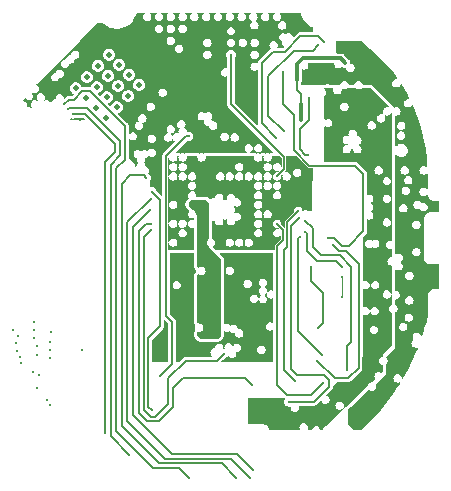
<source format=gbr>
%TF.GenerationSoftware,KiCad,Pcbnew,7.0.1*%
%TF.CreationDate,2023-12-30T02:23:50+00:00*%
%TF.ProjectId,watch_main,77617463-685f-46d6-9169-6e2e6b696361,rev?*%
%TF.SameCoordinates,Original*%
%TF.FileFunction,Copper,L6,Inr*%
%TF.FilePolarity,Positive*%
%FSLAX46Y46*%
G04 Gerber Fmt 4.6, Leading zero omitted, Abs format (unit mm)*
G04 Created by KiCad (PCBNEW 7.0.1) date 2023-12-30 02:23:50*
%MOMM*%
%LPD*%
G01*
G04 APERTURE LIST*
%TA.AperFunction,ComponentPad*%
%ADD10C,0.500000*%
%TD*%
%TA.AperFunction,ViaPad*%
%ADD11C,0.300000*%
%TD*%
%TA.AperFunction,Conductor*%
%ADD12C,0.150000*%
%TD*%
%TA.AperFunction,Conductor*%
%ADD13C,0.300000*%
%TD*%
%TA.AperFunction,Conductor*%
%ADD14C,0.118400*%
%TD*%
G04 APERTURE END LIST*
D10*
%TO.N,GND*%
%TO.C,U301*%
X143327207Y-84751472D03*
X142478679Y-83902944D03*
X141630151Y-83054416D03*
X140781623Y-82205888D03*
X142384634Y-85694045D03*
X141536106Y-84845517D03*
X140687578Y-83996989D03*
X139839050Y-83148461D03*
X141442061Y-86636619D03*
X140593533Y-85788091D03*
X139745004Y-84939562D03*
X138896476Y-84091034D03*
X140499487Y-87579192D03*
X139650959Y-86730664D03*
X138802431Y-85882136D03*
X137953903Y-85033608D03*
%TD*%
D11*
%TO.N,+VSYS*%
X153200000Y-112800000D03*
X160500000Y-88300000D03*
X155000000Y-113150000D03*
X153700000Y-113150000D03*
X163000000Y-87220000D03*
X154350000Y-113150000D03*
X161300000Y-85200000D03*
X159300000Y-85100000D03*
%TO.N,GND*%
X134700000Y-107600000D03*
X134700000Y-106900000D03*
X134400000Y-105500000D03*
X135900000Y-105700000D03*
X133200000Y-107800000D03*
X132600000Y-105500000D03*
X135800000Y-111900000D03*
X133000000Y-107300000D03*
X133100000Y-106000000D03*
X134300000Y-109100000D03*
X135800000Y-107900000D03*
X135800000Y-106500000D03*
X135800000Y-107200000D03*
X134400000Y-106200000D03*
X134800000Y-109300000D03*
X134400000Y-104800000D03*
X135500000Y-111400000D03*
X133300000Y-108300000D03*
X134700000Y-110400000D03*
%TO.N,+3V3*%
X156697000Y-84356000D03*
X157000000Y-86400000D03*
X147800000Y-94900000D03*
X157000000Y-87700000D03*
X149800000Y-105800000D03*
X160777000Y-82906000D03*
%TO.N,+1V8*%
X153100000Y-80700000D03*
X135600000Y-84400000D03*
X144400000Y-85900000D03*
X151600000Y-83700000D03*
X139100000Y-80800000D03*
X149100000Y-80200000D03*
X145100000Y-106100000D03*
X144400000Y-82100000D03*
X143000000Y-87700000D03*
X154500000Y-106950000D03*
X141600000Y-80300000D03*
X147300000Y-106100000D03*
X138280000Y-87690000D03*
X138300000Y-81600000D03*
X145400000Y-83100000D03*
X142600000Y-89700000D03*
X146200000Y-100500000D03*
X145100000Y-107200000D03*
X143300000Y-81100000D03*
X142300000Y-80200000D03*
X142300000Y-81000000D03*
X136300000Y-85400000D03*
X146000000Y-84900000D03*
X136500000Y-83200000D03*
X139900000Y-80100000D03*
X147300000Y-107200000D03*
X154500000Y-107500000D03*
X146000000Y-85800000D03*
X153100000Y-107400000D03*
%TO.N,VBUS*%
X157200000Y-84500000D03*
X161900000Y-111800000D03*
X162500000Y-111300000D03*
X161400000Y-112500000D03*
X160475000Y-81725000D03*
%TO.N,/STM32 Power/VDD11*%
X147800000Y-97300000D03*
X150200000Y-98100000D03*
X156700000Y-91225000D03*
X148600000Y-92500000D03*
%TO.N,/OSPI1.CS*%
X155000000Y-92500000D03*
X151100000Y-82200000D03*
%TO.N,/Micro SD/CD*%
X152700000Y-118000000D03*
X144300000Y-94400000D03*
%TO.N,/Micro SD/CMD*%
X160500000Y-102700000D03*
X160500000Y-101000000D03*
%TO.N,/STM32/MAG_INT*%
X157400000Y-97200000D03*
X160500000Y-100200000D03*
%TO.N,/I2C2.SDA*%
X157700000Y-85900000D03*
X157600000Y-90700000D03*
%TO.N,/STM32/IMU_INT1*%
X156850000Y-96050000D03*
X156000000Y-111600000D03*
%TO.N,/STM32/IMU_INT2*%
X156800000Y-95400000D03*
X156500000Y-109800000D03*
%TO.N,/Expansion Connector/GPIO2*%
X144400000Y-93825000D03*
X144400000Y-112300000D03*
%TO.N,/Bluetooth/SWD.RST*%
X137000000Y-86400000D03*
X147500000Y-118000000D03*
%TO.N,/STM32/SWD.RST*%
X158500000Y-105300000D03*
X157900000Y-100175000D03*
%TO.N,/SPI1.CS*%
X155000000Y-96500000D03*
X158900000Y-110000000D03*
%TO.N,/SPI1.MISO*%
X157400000Y-96300000D03*
X160900000Y-108900000D03*
%TO.N,/SPI1.SCK*%
X158400000Y-108100000D03*
X159700000Y-98300000D03*
%TO.N,/SPI1.MOSI*%
X156950000Y-97600000D03*
X158800000Y-107600000D03*
%TO.N,/STM32/LRA_EN*%
X158500000Y-81400000D03*
X155600000Y-88700000D03*
%TO.N,/Display Power/AVDDEN*%
X152900000Y-110200000D03*
X144300000Y-96500000D03*
%TO.N,/STM32/HR_INT*%
X158960000Y-81100000D03*
X154912500Y-89212500D03*
%TO.N,/Display Connector/SWIRE*%
X144300000Y-97000000D03*
X150500000Y-107500000D03*
%TO.N,/Flash/CS2*%
X159300000Y-97700000D03*
X155500000Y-83700000D03*
%TO.N,/GNSS/ANT_OFF*%
X138500000Y-107200000D03*
X132900000Y-106600000D03*
%TO.N,/GNSS/PPS*%
X145100000Y-109400000D03*
X147500000Y-89100000D03*
%TO.N,/Bluetooth/SWD.SWCLK*%
X140400000Y-114200000D03*
X137700000Y-87200000D03*
%TO.N,/Bluetooth/SWD.SWDIO*%
X142500000Y-116100000D03*
X137300000Y-86800000D03*
%TO.N,/STM32/SWD.SWCLK*%
X151500000Y-118000000D03*
X143900000Y-92600000D03*
%TO.N,/Micro SD/EN*%
X144250000Y-95350000D03*
X153000000Y-117400000D03*
%TD*%
D12*
%TO.N,+3V3*%
X156725000Y-85225000D02*
X157000000Y-85500000D01*
D13*
X157192893Y-82500000D02*
X156697000Y-82995893D01*
X156697000Y-82995893D02*
X156697000Y-84356000D01*
X160777000Y-82869893D02*
X160407107Y-82500000D01*
X160407107Y-82500000D02*
X157192893Y-82500000D01*
D12*
X156697000Y-84356000D02*
X156725000Y-84384000D01*
X157000000Y-85500000D02*
X157000000Y-86400000D01*
X156725000Y-84384000D02*
X156725000Y-85225000D01*
D13*
X160777000Y-82906000D02*
X160777000Y-82869893D01*
X157000000Y-87700000D02*
X157000000Y-86400000D01*
D12*
%TO.N,/OSPI1.CS*%
X151100000Y-86400000D02*
X155600000Y-90900000D01*
X155600000Y-91900000D02*
X155000000Y-92500000D01*
X155600000Y-90900000D02*
X155600000Y-91900000D01*
X151100000Y-82200000D02*
X151100000Y-86400000D01*
%TO.N,/Micro SD/CD*%
X144300000Y-94400000D02*
X142300000Y-96400000D01*
X145500000Y-116400000D02*
X151100000Y-116400000D01*
X151100000Y-116400000D02*
X152700000Y-118000000D01*
X142300000Y-113200000D02*
X145500000Y-116400000D01*
X142300000Y-96400000D02*
X142300000Y-113200000D01*
D14*
%TO.N,/Micro SD/CMD*%
X160500000Y-101000000D02*
X160500000Y-102700000D01*
D12*
%TO.N,/STM32/MAG_INT*%
X160000000Y-99700000D02*
X158400000Y-99700000D01*
X157500000Y-98800000D02*
X157500000Y-97300000D01*
X157500000Y-97300000D02*
X157400000Y-97200000D01*
X160500000Y-100200000D02*
X160000000Y-99700000D01*
X158400000Y-99700000D02*
X157500000Y-98800000D01*
%TO.N,/I2C2.SDA*%
X157700000Y-87700000D02*
X156900000Y-88500000D01*
X157700000Y-85900000D02*
X157700000Y-87700000D01*
X157400000Y-90700000D02*
X157600000Y-90700000D01*
X156900000Y-90200000D02*
X157400000Y-90700000D01*
X156900000Y-88500000D02*
X156900000Y-90200000D01*
%TO.N,/STM32/IMU_INT1*%
X156200000Y-108800000D02*
X156700000Y-109300000D01*
X156200000Y-96700000D02*
X156200000Y-108800000D01*
X158100000Y-111600000D02*
X156000000Y-111600000D01*
X156700000Y-109300000D02*
X159000000Y-109300000D01*
X159400000Y-110300000D02*
X158100000Y-111600000D01*
X159400000Y-109700000D02*
X159400000Y-110300000D01*
X159000000Y-109300000D02*
X159400000Y-109700000D01*
X156850000Y-96050000D02*
X156200000Y-96700000D01*
%TO.N,/STM32/IMU_INT2*%
X155850000Y-98500000D02*
X155600000Y-98750000D01*
X155850000Y-96350000D02*
X155850000Y-98500000D01*
X155600000Y-98750000D02*
X155600000Y-108900000D01*
X156800000Y-95400000D02*
X155850000Y-96350000D01*
X155600000Y-108900000D02*
X156500000Y-109800000D01*
%TO.N,/Expansion Connector/GPIO2*%
X144100000Y-106200000D02*
X144100000Y-112000000D01*
X144400000Y-93825000D02*
X145100000Y-94525000D01*
X144100000Y-112000000D02*
X144400000Y-112300000D01*
X145100000Y-105200000D02*
X144100000Y-106200000D01*
X145100000Y-94525000D02*
X145100000Y-105200000D01*
%TO.N,/Bluetooth/SWD.RST*%
X142100000Y-88200000D02*
X142100000Y-91100000D01*
X141400000Y-114100000D02*
X144500000Y-117200000D01*
X137400000Y-86000000D02*
X137800000Y-86000000D01*
X141400000Y-91800000D02*
X141400000Y-114100000D01*
X144500000Y-117200000D02*
X146700000Y-117200000D01*
X146700000Y-117200000D02*
X147500000Y-118000000D01*
X137000000Y-86400000D02*
X137400000Y-86000000D01*
X138500000Y-85300000D02*
X139200000Y-85300000D01*
X137800000Y-86000000D02*
X138500000Y-85300000D01*
X142100000Y-91100000D02*
X141400000Y-91800000D01*
X139200000Y-85300000D02*
X142100000Y-88200000D01*
%TO.N,/STM32/SWD.RST*%
X157900000Y-101400000D02*
X157900000Y-100175000D01*
X158900000Y-102400000D02*
X157900000Y-101400000D01*
X158500000Y-105300000D02*
X158900000Y-104900000D01*
X158900000Y-104900000D02*
X158900000Y-102400000D01*
%TO.N,/SPI1.CS*%
X155000000Y-98400000D02*
X155500000Y-97900000D01*
X157900000Y-111000000D02*
X155800000Y-111000000D01*
X155000000Y-110200000D02*
X155000000Y-98400000D01*
X155500000Y-97000000D02*
X155000000Y-96500000D01*
X155500000Y-97900000D02*
X155500000Y-97000000D01*
X155800000Y-111000000D02*
X155000000Y-110200000D01*
X158900000Y-110000000D02*
X157900000Y-111000000D01*
%TO.N,/SPI1.MISO*%
X161300000Y-100200000D02*
X161300000Y-106500000D01*
X158000000Y-98500000D02*
X158700000Y-99200000D01*
X161300000Y-106500000D02*
X160900000Y-106900000D01*
X158000000Y-96900000D02*
X158000000Y-98500000D01*
X160900000Y-106900000D02*
X160900000Y-108900000D01*
X157400000Y-96300000D02*
X158000000Y-96900000D01*
X158700000Y-99200000D02*
X160300000Y-99200000D01*
X160300000Y-99200000D02*
X161300000Y-100200000D01*
%TO.N,/SPI1.SCK*%
X160800000Y-98800000D02*
X161900000Y-99900000D01*
X159900000Y-109600000D02*
X158400000Y-108100000D01*
X161900000Y-108700000D02*
X161000000Y-109600000D01*
X161900000Y-99900000D02*
X161900000Y-108700000D01*
X160200000Y-98800000D02*
X160800000Y-98800000D01*
X159700000Y-98300000D02*
X160200000Y-98800000D01*
X161000000Y-109600000D02*
X159900000Y-109600000D01*
%TO.N,/SPI1.MOSI*%
X156950000Y-97600000D02*
X156800000Y-97750000D01*
X156800000Y-105600000D02*
X158800000Y-107600000D01*
X156800000Y-97750000D02*
X156800000Y-105600000D01*
%TO.N,/STM32/LRA_EN*%
X156400000Y-81900000D02*
X158000000Y-81900000D01*
X155600000Y-88700000D02*
X154265000Y-87365000D01*
X158000000Y-81900000D02*
X158500000Y-81400000D01*
X154265000Y-87365000D02*
X154265000Y-84035000D01*
X154265000Y-84035000D02*
X156400000Y-81900000D01*
%TO.N,/Display Power/AVDDEN*%
X143300000Y-97100000D02*
X143300000Y-112500000D01*
X146200000Y-110400000D02*
X147000000Y-109600000D01*
X152300000Y-109600000D02*
X152900000Y-110200000D01*
X144000000Y-113200000D02*
X145000000Y-113200000D01*
X144300000Y-96500000D02*
X143900000Y-96500000D01*
X145000000Y-113200000D02*
X146200000Y-112000000D01*
X146200000Y-112000000D02*
X146200000Y-110400000D01*
X147000000Y-109600000D02*
X152300000Y-109600000D01*
X143300000Y-112500000D02*
X144000000Y-113200000D01*
X143900000Y-96500000D02*
X143300000Y-97100000D01*
%TO.N,/STM32/HR_INT*%
X154650000Y-81950000D02*
X155650000Y-81950000D01*
X154912500Y-89212500D02*
X153700000Y-88000000D01*
X155650000Y-81950000D02*
X156971000Y-80629000D01*
X156971000Y-80629000D02*
X158489000Y-80629000D01*
X153700000Y-82900000D02*
X154650000Y-81950000D01*
X153700000Y-88000000D02*
X153700000Y-82900000D01*
X158489000Y-80629000D02*
X158960000Y-81100000D01*
%TO.N,/Display Connector/SWIRE*%
X143700000Y-97600000D02*
X143700000Y-112300000D01*
X149900000Y-108100000D02*
X150500000Y-107500000D01*
X145800000Y-111800000D02*
X145800000Y-109600000D01*
X145800000Y-109600000D02*
X147300000Y-108100000D01*
X144300000Y-112900000D02*
X144700000Y-112900000D01*
X144300000Y-97000000D02*
X143700000Y-97600000D01*
X144700000Y-112900000D02*
X145800000Y-111800000D01*
X147300000Y-108100000D02*
X149900000Y-108100000D01*
X143700000Y-112300000D02*
X144300000Y-112900000D01*
%TO.N,/Flash/CS2*%
X160475000Y-98375000D02*
X161075000Y-98375000D01*
X155500000Y-86400000D02*
X155500000Y-83700000D01*
X162300000Y-92300000D02*
X161600000Y-91600000D01*
X159800000Y-97700000D02*
X160475000Y-98375000D01*
X156400000Y-87300000D02*
X155500000Y-86400000D01*
X161600000Y-91600000D02*
X157700000Y-91600000D01*
X157700000Y-91600000D02*
X156400000Y-90300000D01*
X156400000Y-90300000D02*
X156400000Y-87300000D01*
X162300000Y-97150000D02*
X162300000Y-92300000D01*
X161075000Y-98375000D02*
X162300000Y-97150000D01*
X159300000Y-97700000D02*
X159800000Y-97700000D01*
%TO.N,/GNSS/PPS*%
X145600000Y-104300000D02*
X146100000Y-104800000D01*
X146100000Y-104800000D02*
X146100000Y-108400000D01*
X146100000Y-108400000D02*
X145100000Y-109400000D01*
X145600000Y-90800000D02*
X145600000Y-104300000D01*
X147500000Y-89100000D02*
X147300000Y-89100000D01*
X147300000Y-89100000D02*
X145600000Y-90800000D01*
%TO.N,/Bluetooth/SWD.SWCLK*%
X140400000Y-91300000D02*
X141300000Y-90400000D01*
X141300000Y-90400000D02*
X141300000Y-89800000D01*
X138700000Y-87200000D02*
X137700000Y-87200000D01*
X141300000Y-89800000D02*
X138700000Y-87200000D01*
X140400000Y-114200000D02*
X140400000Y-91300000D01*
%TO.N,/Bluetooth/SWD.SWDIO*%
X137400000Y-86700000D02*
X137300000Y-86800000D01*
X141700000Y-90700000D02*
X141700000Y-89500000D01*
X142500000Y-116100000D02*
X140900000Y-114500000D01*
X138900000Y-86700000D02*
X137400000Y-86700000D01*
X140900000Y-91500000D02*
X141700000Y-90700000D01*
X141700000Y-89500000D02*
X138900000Y-86700000D01*
X140900000Y-114500000D02*
X140900000Y-91500000D01*
%TO.N,/STM32/SWD.SWCLK*%
X150300000Y-116800000D02*
X145000000Y-116800000D01*
X145000000Y-116800000D02*
X141875000Y-113675000D01*
X142575000Y-92425000D02*
X143725000Y-92425000D01*
X151500000Y-118000000D02*
X150300000Y-116800000D01*
X143725000Y-92425000D02*
X143900000Y-92600000D01*
X141875000Y-93125000D02*
X142575000Y-92425000D01*
X141875000Y-113675000D02*
X141875000Y-93125000D01*
%TO.N,/Micro SD/EN*%
X146100000Y-116000000D02*
X151600000Y-116000000D01*
X151600000Y-116000000D02*
X153000000Y-117400000D01*
X144250000Y-95350000D02*
X142800000Y-96800000D01*
X142800000Y-96800000D02*
X142800000Y-112700000D01*
X142800000Y-112700000D02*
X146100000Y-116000000D01*
%TD*%
%TA.AperFunction,Conductor*%
%TO.N,+VSYS*%
G36*
X159470895Y-85000512D02*
G01*
X159513028Y-85005500D01*
X159689295Y-85005500D01*
X159729598Y-85017438D01*
X159756897Y-85049402D01*
X159762383Y-85091073D01*
X159745131Y-85200000D01*
X159762500Y-85309661D01*
X159812905Y-85408587D01*
X159891413Y-85487095D01*
X159990339Y-85537500D01*
X160100000Y-85554869D01*
X160209661Y-85537500D01*
X160308587Y-85487095D01*
X160387095Y-85408587D01*
X160437500Y-85309661D01*
X160454869Y-85200000D01*
X160451481Y-85178613D01*
X160456202Y-85138724D01*
X160481073Y-85107174D01*
X160518763Y-85093269D01*
X160558162Y-85101105D01*
X160590339Y-85117500D01*
X160700000Y-85134869D01*
X160809661Y-85117500D01*
X160908587Y-85067095D01*
X160954007Y-85021674D01*
X160978015Y-85005633D01*
X161006334Y-85000000D01*
X161062485Y-85000000D01*
X161071183Y-85000513D01*
X161113319Y-85005500D01*
X161486681Y-85005500D01*
X161528817Y-85000513D01*
X161537515Y-85000000D01*
X161593666Y-85000000D01*
X161621985Y-85005633D01*
X161645992Y-85021674D01*
X161691413Y-85067095D01*
X161790339Y-85117500D01*
X161900000Y-85134869D01*
X162009661Y-85117500D01*
X162108587Y-85067095D01*
X162154007Y-85021674D01*
X162178015Y-85005633D01*
X162206334Y-85000000D01*
X162262485Y-85000000D01*
X162271183Y-85000513D01*
X162313319Y-85005500D01*
X162863516Y-85005500D01*
X162891835Y-85011133D01*
X162915842Y-85027174D01*
X164416755Y-86528087D01*
X164437518Y-86568837D01*
X164430364Y-86614008D01*
X164398025Y-86646347D01*
X164352853Y-86653502D01*
X164300000Y-86645131D01*
X164190339Y-86662500D01*
X164140875Y-86687702D01*
X164091412Y-86712905D01*
X164012905Y-86791412D01*
X163987702Y-86840876D01*
X163962500Y-86890339D01*
X163945131Y-87000000D01*
X163962500Y-87109661D01*
X163985916Y-87155617D01*
X163993753Y-87195019D01*
X163979848Y-87232708D01*
X163948299Y-87257579D01*
X163908405Y-87262301D01*
X163800000Y-87245131D01*
X163690339Y-87262500D01*
X163642070Y-87287094D01*
X163591412Y-87312905D01*
X163512905Y-87391412D01*
X163495449Y-87425672D01*
X163462500Y-87490339D01*
X163445131Y-87600000D01*
X163462500Y-87709661D01*
X163512905Y-87808587D01*
X163591413Y-87887095D01*
X163690339Y-87937500D01*
X163800000Y-87954869D01*
X163909661Y-87937500D01*
X164008587Y-87887095D01*
X164087095Y-87808587D01*
X164137500Y-87709661D01*
X164154869Y-87600000D01*
X164137500Y-87490339D01*
X164114082Y-87444379D01*
X164106246Y-87404981D01*
X164120151Y-87367291D01*
X164151700Y-87342420D01*
X164191591Y-87337698D01*
X164300000Y-87354869D01*
X164409661Y-87337500D01*
X164508587Y-87287095D01*
X164587095Y-87208587D01*
X164610065Y-87163504D01*
X164645019Y-87129898D01*
X164693275Y-87125145D01*
X164734113Y-87151287D01*
X164750000Y-87197100D01*
X164750000Y-87382404D01*
X164749234Y-87393023D01*
X164744500Y-87425672D01*
X164744500Y-88500000D01*
X163144007Y-88500000D01*
X163208587Y-88467095D01*
X163287095Y-88388587D01*
X163337500Y-88289661D01*
X163354869Y-88180000D01*
X163337500Y-88070339D01*
X163287095Y-87971413D01*
X163208587Y-87892905D01*
X163109661Y-87842500D01*
X163000000Y-87825131D01*
X162890339Y-87842500D01*
X162840876Y-87867702D01*
X162791412Y-87892905D01*
X162712905Y-87971412D01*
X162687702Y-88020875D01*
X162662500Y-88070339D01*
X162645131Y-88180000D01*
X162662500Y-88289661D01*
X162712905Y-88388587D01*
X162791413Y-88467095D01*
X162855993Y-88500000D01*
X159000000Y-88500000D01*
X159000000Y-88331085D01*
X159016491Y-88284516D01*
X159058614Y-88258702D01*
X159107595Y-88265150D01*
X159134570Y-88278894D01*
X159210339Y-88317500D01*
X159320000Y-88334869D01*
X159429661Y-88317500D01*
X159528587Y-88267095D01*
X159607095Y-88188587D01*
X159657500Y-88089661D01*
X159674869Y-87980000D01*
X159657500Y-87870339D01*
X159607095Y-87771413D01*
X159528587Y-87692905D01*
X159429661Y-87642500D01*
X159320000Y-87625131D01*
X159210339Y-87642500D01*
X159107595Y-87694850D01*
X159058614Y-87701298D01*
X159016491Y-87675484D01*
X159000000Y-87628915D01*
X159000000Y-86600000D01*
X160345131Y-86600000D01*
X160362500Y-86709661D01*
X160412905Y-86808587D01*
X160491413Y-86887095D01*
X160590339Y-86937500D01*
X160700000Y-86954869D01*
X160809661Y-86937500D01*
X160908587Y-86887095D01*
X160987095Y-86808587D01*
X161037500Y-86709661D01*
X161054869Y-86600000D01*
X161037500Y-86490339D01*
X160987095Y-86391413D01*
X160908587Y-86312905D01*
X160809661Y-86262500D01*
X160700000Y-86245131D01*
X160590339Y-86262500D01*
X160540876Y-86287702D01*
X160491412Y-86312905D01*
X160412905Y-86391412D01*
X160387702Y-86440875D01*
X160362500Y-86490339D01*
X160345131Y-86600000D01*
X159000000Y-86600000D01*
X159000000Y-85726334D01*
X159005633Y-85698015D01*
X159021674Y-85674008D01*
X159021673Y-85674008D01*
X159087095Y-85608587D01*
X159137500Y-85509661D01*
X159154869Y-85400000D01*
X159137500Y-85290339D01*
X159087095Y-85191413D01*
X159027508Y-85131826D01*
X159007256Y-85093937D01*
X159011467Y-85051181D01*
X159038722Y-85017971D01*
X159079834Y-85005500D01*
X159086972Y-85005500D01*
X159129105Y-85000513D01*
X159137803Y-85000000D01*
X159462198Y-85000000D01*
X159470895Y-85000512D01*
G37*
%TD.AperFunction*%
%TD*%
%TA.AperFunction,Conductor*%
%TO.N,/STM32 Power/VDD11*%
G36*
X146641336Y-90757099D02*
G01*
X146657568Y-90776104D01*
X146660830Y-90800883D01*
X146645131Y-90900000D01*
X146662499Y-91009661D01*
X146712902Y-91108584D01*
X146791415Y-91187097D01*
X146890338Y-91237500D01*
X146905332Y-91239874D01*
X147000000Y-91254869D01*
X147109661Y-91237500D01*
X147109660Y-91237500D01*
X147208584Y-91187097D01*
X147208584Y-91187096D01*
X147208587Y-91187095D01*
X147287095Y-91108587D01*
X147323316Y-91037500D01*
X147337500Y-91009661D01*
X147344011Y-90968552D01*
X147354869Y-90900000D01*
X147339170Y-90800882D01*
X147342432Y-90776104D01*
X147358664Y-90757099D01*
X147382628Y-90750000D01*
X148217372Y-90750000D01*
X148241336Y-90757099D01*
X148257568Y-90776104D01*
X148260830Y-90800883D01*
X148245131Y-90900000D01*
X148262499Y-91009661D01*
X148312902Y-91108584D01*
X148391415Y-91187097D01*
X148490338Y-91237500D01*
X148505332Y-91239874D01*
X148600000Y-91254869D01*
X148709661Y-91237500D01*
X148709660Y-91237500D01*
X148808584Y-91187097D01*
X148808584Y-91187096D01*
X148808587Y-91187095D01*
X148887095Y-91108587D01*
X148923316Y-91037500D01*
X148937500Y-91009661D01*
X148944011Y-90968552D01*
X148954869Y-90900000D01*
X148939170Y-90800882D01*
X148942432Y-90776104D01*
X148958664Y-90757099D01*
X148982628Y-90750000D01*
X153017372Y-90750000D01*
X153041336Y-90757099D01*
X153057568Y-90776104D01*
X153060830Y-90800883D01*
X153045131Y-90900000D01*
X153062499Y-91009661D01*
X153112902Y-91108584D01*
X153191415Y-91187097D01*
X153290338Y-91237500D01*
X153305332Y-91239874D01*
X153400000Y-91254869D01*
X153509661Y-91237500D01*
X153509660Y-91237500D01*
X153608584Y-91187097D01*
X153608584Y-91187096D01*
X153608587Y-91187095D01*
X153687095Y-91108587D01*
X153723316Y-91037500D01*
X153737500Y-91009661D01*
X153744011Y-90968552D01*
X153754869Y-90900000D01*
X153739170Y-90800882D01*
X153742432Y-90776104D01*
X153758664Y-90757099D01*
X153782628Y-90750000D01*
X153817372Y-90750000D01*
X153841336Y-90757099D01*
X153857568Y-90776104D01*
X153860830Y-90800883D01*
X153845131Y-90900000D01*
X153862499Y-91009661D01*
X153912902Y-91108584D01*
X153991415Y-91187097D01*
X154090338Y-91237500D01*
X154105332Y-91239874D01*
X154200000Y-91254869D01*
X154309661Y-91237500D01*
X154309660Y-91237500D01*
X154408584Y-91187097D01*
X154408584Y-91187096D01*
X154408587Y-91187095D01*
X154487095Y-91108587D01*
X154523316Y-91037500D01*
X154537500Y-91009661D01*
X154544011Y-90968552D01*
X154554869Y-90900000D01*
X154539170Y-90800882D01*
X154542432Y-90776104D01*
X154558664Y-90757099D01*
X154582628Y-90750000D01*
X155197722Y-90750000D01*
X155228835Y-90762887D01*
X155421613Y-90955665D01*
X155434500Y-90986778D01*
X155434500Y-91643701D01*
X155422810Y-91673568D01*
X155393952Y-91687565D01*
X155363260Y-91678255D01*
X155347042Y-91650584D01*
X155337500Y-91590338D01*
X155287097Y-91491415D01*
X155208584Y-91412902D01*
X155109661Y-91362499D01*
X155000000Y-91345131D01*
X154890338Y-91362499D01*
X154791415Y-91412902D01*
X154712902Y-91491415D01*
X154662499Y-91590338D01*
X154645131Y-91700000D01*
X154662499Y-91809661D01*
X154712902Y-91908584D01*
X154791415Y-91987097D01*
X154890338Y-92037500D01*
X154905332Y-92039874D01*
X155000000Y-92054869D01*
X155098311Y-92039297D01*
X155116544Y-92036410D01*
X155116911Y-92038733D01*
X155134545Y-92036636D01*
X155159883Y-92053551D01*
X155168160Y-92082870D01*
X155155408Y-92110538D01*
X155120149Y-92145797D01*
X155102633Y-92156530D01*
X155082153Y-92158142D01*
X155000000Y-92145131D01*
X154890338Y-92162499D01*
X154791415Y-92212902D01*
X154712902Y-92291415D01*
X154662499Y-92390338D01*
X154645131Y-92500000D01*
X154662499Y-92609661D01*
X154712902Y-92708584D01*
X154791415Y-92787097D01*
X154890338Y-92837500D01*
X154905332Y-92839874D01*
X155000000Y-92854869D01*
X155109661Y-92837500D01*
X155109661Y-92837499D01*
X155208584Y-92787097D01*
X155208584Y-92787096D01*
X155208587Y-92787095D01*
X155287095Y-92708587D01*
X155307578Y-92668388D01*
X155337500Y-92609661D01*
X155354869Y-92500000D01*
X155350682Y-92473568D01*
X155341856Y-92417844D01*
X155343467Y-92397366D01*
X155354199Y-92379851D01*
X155389464Y-92344586D01*
X155417116Y-92331836D01*
X155446425Y-92340094D01*
X155463355Y-92365405D01*
X155461273Y-92383089D01*
X155463590Y-92383456D01*
X155445131Y-92500000D01*
X155462499Y-92609661D01*
X155512902Y-92708584D01*
X155591415Y-92787097D01*
X155690338Y-92837500D01*
X155705332Y-92839874D01*
X155800000Y-92854869D01*
X155909661Y-92837500D01*
X155909661Y-92837499D01*
X156008584Y-92787097D01*
X156008584Y-92787096D01*
X156008587Y-92787095D01*
X156087095Y-92708587D01*
X156107578Y-92668388D01*
X156137500Y-92609661D01*
X156137500Y-92609660D01*
X156154869Y-92500000D01*
X156138613Y-92397366D01*
X156137500Y-92390338D01*
X156087097Y-92291415D01*
X156008584Y-92212902D01*
X155934194Y-92174999D01*
X156345131Y-92174999D01*
X156362499Y-92284661D01*
X156412902Y-92383584D01*
X156491415Y-92462097D01*
X156590338Y-92512500D01*
X156605332Y-92514874D01*
X156700000Y-92529869D01*
X156809661Y-92512500D01*
X156858599Y-92487565D01*
X156908584Y-92462097D01*
X156908584Y-92462096D01*
X156908587Y-92462095D01*
X156987095Y-92383587D01*
X156996360Y-92365405D01*
X157037500Y-92284661D01*
X157048865Y-92212905D01*
X157054869Y-92175000D01*
X157037500Y-92065339D01*
X157037500Y-92065338D01*
X156987097Y-91966415D01*
X156908584Y-91887902D01*
X156809661Y-91837499D01*
X156700000Y-91820131D01*
X156590338Y-91837499D01*
X156491415Y-91887902D01*
X156412902Y-91966415D01*
X156362499Y-92065338D01*
X156345131Y-92174999D01*
X155934194Y-92174999D01*
X155909661Y-92162499D01*
X155800000Y-92145131D01*
X155683456Y-92163590D01*
X155683089Y-92161273D01*
X155665405Y-92163355D01*
X155640094Y-92146425D01*
X155631836Y-92117116D01*
X155644586Y-92089464D01*
X155703569Y-92030481D01*
X155709684Y-92025387D01*
X155727586Y-92013031D01*
X155743615Y-91982487D01*
X155744893Y-91980222D01*
X155762735Y-91950711D01*
X155762735Y-91950708D01*
X155764266Y-91945795D01*
X155765500Y-91940791D01*
X155765500Y-91906334D01*
X155765580Y-91903678D01*
X155766534Y-91887902D01*
X155767661Y-91869275D01*
X155767659Y-91869272D01*
X155766698Y-91864018D01*
X155767402Y-91863888D01*
X155765500Y-91855028D01*
X155765500Y-90919035D01*
X155766221Y-90911104D01*
X155767011Y-90906791D01*
X155770142Y-90889708D01*
X155759888Y-90856806D01*
X155759178Y-90854260D01*
X155750929Y-90820787D01*
X155750928Y-90820786D01*
X155750928Y-90820785D01*
X155748446Y-90816056D01*
X155749085Y-90815720D01*
X155744611Y-90807778D01*
X155744382Y-90807040D01*
X155744681Y-90780033D01*
X155760700Y-90758289D01*
X155786405Y-90750000D01*
X156597722Y-90750000D01*
X156614560Y-90753349D01*
X156628834Y-90762886D01*
X157103447Y-91237500D01*
X157569516Y-91703569D01*
X157574614Y-91709687D01*
X157586967Y-91727584D01*
X157586969Y-91727586D01*
X157613247Y-91741377D01*
X157617479Y-91743599D01*
X157619775Y-91744893D01*
X157649289Y-91762735D01*
X157649291Y-91762735D01*
X157654220Y-91764271D01*
X157659207Y-91765500D01*
X157659208Y-91765500D01*
X157693666Y-91765500D01*
X157696322Y-91765580D01*
X157697342Y-91765641D01*
X157730725Y-91767661D01*
X157730728Y-91767659D01*
X157735982Y-91766698D01*
X157736111Y-91767402D01*
X157744972Y-91765500D01*
X157956000Y-91765500D01*
X157987113Y-91778387D01*
X158000000Y-91809500D01*
X158000000Y-92881638D01*
X157997846Y-92895235D01*
X157981524Y-92945466D01*
X157949502Y-93147646D01*
X157949502Y-93193827D01*
X157949501Y-95356000D01*
X157936614Y-95387113D01*
X157905501Y-95400000D01*
X157593822Y-95400000D01*
X157573846Y-95395204D01*
X157509660Y-95362499D01*
X157400000Y-95345131D01*
X157290340Y-95362499D01*
X157213448Y-95401677D01*
X157186589Y-95405930D01*
X157162360Y-95393585D01*
X157150015Y-95369355D01*
X157137500Y-95290338D01*
X157087097Y-95191415D01*
X157008584Y-95112902D01*
X156909661Y-95062499D01*
X156800000Y-95045131D01*
X156690338Y-95062499D01*
X156591415Y-95112902D01*
X156512902Y-95191415D01*
X156462499Y-95290338D01*
X156445131Y-95400000D01*
X156458142Y-95482152D01*
X156456530Y-95502632D01*
X156445797Y-95520148D01*
X155746431Y-96219515D01*
X155740314Y-96224612D01*
X155722415Y-96236967D01*
X155722413Y-96236969D01*
X155706397Y-96267483D01*
X155705093Y-96269794D01*
X155687264Y-96299288D01*
X155685736Y-96304193D01*
X155684500Y-96309208D01*
X155684500Y-96343666D01*
X155684420Y-96346322D01*
X155682339Y-96380726D01*
X155683302Y-96385982D01*
X155682597Y-96386111D01*
X155684500Y-96394972D01*
X155684500Y-96842663D01*
X155676711Y-96867658D01*
X155656102Y-96883804D01*
X155629970Y-96885384D01*
X155607565Y-96871840D01*
X155596828Y-96859720D01*
X155592432Y-96856686D01*
X155592838Y-96856096D01*
X155585229Y-96851176D01*
X155478673Y-96744620D01*
X155354200Y-96620148D01*
X155343467Y-96602632D01*
X155341856Y-96582154D01*
X155354869Y-96500000D01*
X155352899Y-96487565D01*
X155337500Y-96390338D01*
X155287097Y-96291415D01*
X155208584Y-96212902D01*
X155109661Y-96162499D01*
X155000000Y-96145131D01*
X154890338Y-96162499D01*
X154791415Y-96212902D01*
X154712902Y-96291415D01*
X154662499Y-96390338D01*
X154645131Y-96499999D01*
X154662499Y-96609661D01*
X154712902Y-96708584D01*
X154791415Y-96787097D01*
X154890338Y-96837500D01*
X154999999Y-96854869D01*
X154999999Y-96854868D01*
X155000000Y-96854869D01*
X155082154Y-96841856D01*
X155102632Y-96843467D01*
X155120149Y-96854201D01*
X155155410Y-96889462D01*
X155168161Y-96917120D01*
X155159897Y-96946433D01*
X155134577Y-96963357D01*
X155116911Y-96961270D01*
X155116544Y-96963590D01*
X155000000Y-96945131D01*
X154890338Y-96962499D01*
X154791415Y-97012902D01*
X154712902Y-97091415D01*
X154662499Y-97190338D01*
X154645131Y-97300000D01*
X154662499Y-97409661D01*
X154712902Y-97508584D01*
X154791415Y-97587097D01*
X154890338Y-97637500D01*
X154905332Y-97639874D01*
X155000000Y-97654869D01*
X155109661Y-97637500D01*
X155109660Y-97637500D01*
X155208586Y-97587096D01*
X155259387Y-97536295D01*
X155281916Y-97524253D01*
X155307338Y-97526756D01*
X155327085Y-97542962D01*
X155334500Y-97567407D01*
X155334500Y-97813221D01*
X155331151Y-97830059D01*
X155321613Y-97844334D01*
X154896431Y-98269515D01*
X154890314Y-98274612D01*
X154872415Y-98286967D01*
X154872413Y-98286969D01*
X154856397Y-98317483D01*
X154855093Y-98319794D01*
X154837264Y-98349288D01*
X154835736Y-98354193D01*
X154834500Y-98359208D01*
X154834500Y-98393666D01*
X154834420Y-98396322D01*
X154832339Y-98430726D01*
X154833302Y-98435982D01*
X154832597Y-98436111D01*
X154834500Y-98444972D01*
X154834500Y-98706000D01*
X154821613Y-98737113D01*
X154790500Y-98750000D01*
X149879558Y-98750000D01*
X149848445Y-98737113D01*
X149578433Y-98467101D01*
X149566088Y-98442871D01*
X149570342Y-98416011D01*
X149589571Y-98396783D01*
X149608587Y-98387095D01*
X149687095Y-98308587D01*
X149737500Y-98209661D01*
X149754869Y-98100000D01*
X149754869Y-98099999D01*
X150645131Y-98099999D01*
X150662499Y-98209661D01*
X150712902Y-98308584D01*
X150791415Y-98387097D01*
X150890338Y-98437500D01*
X150905332Y-98439874D01*
X151000000Y-98454869D01*
X151109661Y-98437500D01*
X151157310Y-98413222D01*
X151208584Y-98387097D01*
X151208584Y-98387096D01*
X151208587Y-98387095D01*
X151287095Y-98308587D01*
X151337500Y-98209661D01*
X151354869Y-98100000D01*
X151354869Y-98099999D01*
X151445131Y-98099999D01*
X151462499Y-98209661D01*
X151512902Y-98308584D01*
X151591415Y-98387097D01*
X151690338Y-98437500D01*
X151705332Y-98439874D01*
X151800000Y-98454869D01*
X151909661Y-98437500D01*
X151957310Y-98413222D01*
X152008584Y-98387097D01*
X152008584Y-98387096D01*
X152008587Y-98387095D01*
X152087095Y-98308587D01*
X152137500Y-98209661D01*
X152154869Y-98100000D01*
X152154869Y-98099999D01*
X152245131Y-98099999D01*
X152262499Y-98209661D01*
X152312902Y-98308584D01*
X152391415Y-98387097D01*
X152490338Y-98437500D01*
X152505332Y-98439874D01*
X152600000Y-98454869D01*
X152709661Y-98437500D01*
X152757310Y-98413222D01*
X152808584Y-98387097D01*
X152808584Y-98387096D01*
X152808587Y-98387095D01*
X152887095Y-98308587D01*
X152937500Y-98209661D01*
X152954869Y-98100000D01*
X152937500Y-97990339D01*
X152937500Y-97990338D01*
X152887097Y-97891415D01*
X152808584Y-97812902D01*
X152709661Y-97762499D01*
X152600000Y-97745131D01*
X152490338Y-97762499D01*
X152391415Y-97812902D01*
X152312902Y-97891415D01*
X152262499Y-97990338D01*
X152245131Y-98099999D01*
X152154869Y-98099999D01*
X152137500Y-97990339D01*
X152137500Y-97990338D01*
X152087097Y-97891415D01*
X152008584Y-97812902D01*
X151909661Y-97762499D01*
X151800000Y-97745131D01*
X151690338Y-97762499D01*
X151591415Y-97812902D01*
X151512902Y-97891415D01*
X151462499Y-97990338D01*
X151445131Y-98099999D01*
X151354869Y-98099999D01*
X151337500Y-97990339D01*
X151337500Y-97990338D01*
X151287097Y-97891415D01*
X151208584Y-97812902D01*
X151109661Y-97762499D01*
X151000000Y-97745131D01*
X150890338Y-97762499D01*
X150791415Y-97812902D01*
X150712902Y-97891415D01*
X150662499Y-97990338D01*
X150645131Y-98099999D01*
X149754869Y-98099999D01*
X149737500Y-97990339D01*
X149737500Y-97990338D01*
X149687097Y-97891415D01*
X149608586Y-97812904D01*
X149555747Y-97785982D01*
X149529522Y-97772620D01*
X149511984Y-97756407D01*
X149505500Y-97733417D01*
X149505500Y-97300000D01*
X153045131Y-97300000D01*
X153062499Y-97409661D01*
X153112902Y-97508584D01*
X153191415Y-97587097D01*
X153290338Y-97637500D01*
X153305332Y-97639874D01*
X153400000Y-97654869D01*
X153509661Y-97637500D01*
X153509660Y-97637500D01*
X153608584Y-97587097D01*
X153608584Y-97587096D01*
X153608587Y-97587095D01*
X153687095Y-97508587D01*
X153696394Y-97490338D01*
X153737500Y-97409661D01*
X153740911Y-97388124D01*
X153754869Y-97300000D01*
X153737500Y-97190339D01*
X153737500Y-97190338D01*
X153687097Y-97091415D01*
X153608584Y-97012902D01*
X153509661Y-96962499D01*
X153400000Y-96945131D01*
X153290338Y-96962499D01*
X153191415Y-97012902D01*
X153112902Y-97091415D01*
X153062499Y-97190338D01*
X153045131Y-97300000D01*
X149505500Y-97300000D01*
X149505500Y-96291419D01*
X149512599Y-96267455D01*
X149531604Y-96251223D01*
X149556384Y-96247961D01*
X149599999Y-96254869D01*
X149599999Y-96254868D01*
X149600000Y-96254869D01*
X149696382Y-96239603D01*
X149723240Y-96243856D01*
X149742469Y-96263084D01*
X149746724Y-96289942D01*
X149745131Y-96300000D01*
X149762499Y-96409661D01*
X149812902Y-96508584D01*
X149891415Y-96587097D01*
X149990338Y-96637500D01*
X150005332Y-96639874D01*
X150100000Y-96654869D01*
X150209661Y-96637500D01*
X150209660Y-96637500D01*
X150308584Y-96587097D01*
X150308584Y-96587096D01*
X150308587Y-96587095D01*
X150387095Y-96508587D01*
X150391471Y-96500000D01*
X150437500Y-96409661D01*
X150438954Y-96400482D01*
X150454869Y-96300000D01*
X150437500Y-96190339D01*
X150437030Y-96187371D01*
X150441284Y-96160512D01*
X150460512Y-96141284D01*
X150487371Y-96137030D01*
X150490339Y-96137500D01*
X150600000Y-96154869D01*
X150709661Y-96137500D01*
X150709661Y-96137499D01*
X150712628Y-96137030D01*
X150739486Y-96141284D01*
X150758715Y-96160512D01*
X150762969Y-96187371D01*
X150745131Y-96299999D01*
X150762499Y-96409661D01*
X150812902Y-96508584D01*
X150891415Y-96587097D01*
X150990338Y-96637500D01*
X151005332Y-96639874D01*
X151100000Y-96654869D01*
X151209661Y-96637500D01*
X151209660Y-96637500D01*
X151308584Y-96587097D01*
X151308584Y-96587096D01*
X151308587Y-96587095D01*
X151387095Y-96508587D01*
X151391471Y-96500000D01*
X151391472Y-96499999D01*
X153045131Y-96499999D01*
X153062499Y-96609661D01*
X153112902Y-96708584D01*
X153191415Y-96787097D01*
X153290338Y-96837500D01*
X153295699Y-96838349D01*
X153400000Y-96854869D01*
X153509661Y-96837500D01*
X153530526Y-96826869D01*
X153608584Y-96787097D01*
X153608584Y-96787096D01*
X153608587Y-96787095D01*
X153687095Y-96708587D01*
X153723316Y-96637500D01*
X153737500Y-96609661D01*
X153742626Y-96577297D01*
X153754869Y-96500000D01*
X153738234Y-96394972D01*
X153737500Y-96390338D01*
X153687097Y-96291415D01*
X153608584Y-96212902D01*
X153509661Y-96162499D01*
X153400000Y-96145131D01*
X153290338Y-96162499D01*
X153191415Y-96212902D01*
X153112902Y-96291415D01*
X153062499Y-96390338D01*
X153045131Y-96499999D01*
X151391472Y-96499999D01*
X151437500Y-96409661D01*
X151454869Y-96300002D01*
X151454756Y-96299288D01*
X151453276Y-96289945D01*
X151457529Y-96263087D01*
X151476758Y-96243857D01*
X151503617Y-96239603D01*
X151600000Y-96254869D01*
X151709661Y-96237500D01*
X151710707Y-96236967D01*
X151808584Y-96187097D01*
X151808584Y-96187096D01*
X151808587Y-96187095D01*
X151887095Y-96108587D01*
X151908757Y-96066074D01*
X151937500Y-96009661D01*
X151939937Y-95994273D01*
X151954869Y-95900000D01*
X151937500Y-95790339D01*
X151937500Y-95790338D01*
X151891471Y-95699999D01*
X153045131Y-95699999D01*
X153062499Y-95809661D01*
X153112902Y-95908584D01*
X153191415Y-95987097D01*
X153290338Y-96037500D01*
X153295920Y-96038384D01*
X153400000Y-96054869D01*
X153509661Y-96037500D01*
X153534380Y-96024905D01*
X153608584Y-95987097D01*
X153608584Y-95987096D01*
X153608587Y-95987095D01*
X153687095Y-95908587D01*
X153691471Y-95900000D01*
X153737500Y-95809661D01*
X153740560Y-95790339D01*
X153754869Y-95700000D01*
X153754869Y-95699999D01*
X153845131Y-95699999D01*
X153862499Y-95809661D01*
X153912902Y-95908584D01*
X153991415Y-95987097D01*
X154090338Y-96037500D01*
X154095920Y-96038384D01*
X154200000Y-96054869D01*
X154309661Y-96037500D01*
X154334380Y-96024905D01*
X154408584Y-95987097D01*
X154408584Y-95987096D01*
X154408587Y-95987095D01*
X154487095Y-95908587D01*
X154491471Y-95900000D01*
X154537500Y-95809661D01*
X154540560Y-95790339D01*
X154554869Y-95700000D01*
X154537500Y-95590339D01*
X154537500Y-95590338D01*
X154487097Y-95491415D01*
X154408584Y-95412902D01*
X154309661Y-95362499D01*
X154200000Y-95345131D01*
X154090338Y-95362499D01*
X153991415Y-95412902D01*
X153912902Y-95491415D01*
X153862499Y-95590338D01*
X153845131Y-95699999D01*
X153754869Y-95699999D01*
X153737500Y-95590339D01*
X153737500Y-95590338D01*
X153687097Y-95491415D01*
X153608584Y-95412902D01*
X153509661Y-95362499D01*
X153400000Y-95345131D01*
X153290338Y-95362499D01*
X153191415Y-95412902D01*
X153112902Y-95491415D01*
X153062499Y-95590338D01*
X153045131Y-95699999D01*
X151891471Y-95699999D01*
X151887097Y-95691415D01*
X151808584Y-95612902D01*
X151709661Y-95562499D01*
X151600000Y-95545131D01*
X151490340Y-95562499D01*
X151431273Y-95592595D01*
X151404418Y-95596849D01*
X151380190Y-95584507D01*
X151376799Y-95581117D01*
X151365407Y-95561392D01*
X151365406Y-95538613D01*
X151376793Y-95518888D01*
X151387095Y-95508587D01*
X151387099Y-95508581D01*
X151437500Y-95409661D01*
X151438759Y-95401711D01*
X151454869Y-95300000D01*
X151439401Y-95202340D01*
X151437500Y-95190338D01*
X151387097Y-95091415D01*
X151376794Y-95081112D01*
X151363907Y-95049999D01*
X151376792Y-95018889D01*
X151380189Y-95015492D01*
X151404415Y-95003150D01*
X151431272Y-95007403D01*
X151490339Y-95037500D01*
X151600000Y-95054869D01*
X151709661Y-95037500D01*
X151745597Y-95019190D01*
X151808584Y-94987097D01*
X151808584Y-94987096D01*
X151808587Y-94987095D01*
X151887095Y-94908587D01*
X151891471Y-94900000D01*
X153045131Y-94900000D01*
X153062499Y-95009661D01*
X153112902Y-95108584D01*
X153191415Y-95187097D01*
X153290338Y-95237500D01*
X153305332Y-95239874D01*
X153400000Y-95254869D01*
X153509661Y-95237500D01*
X153578671Y-95202338D01*
X153608584Y-95187097D01*
X153608584Y-95187096D01*
X153608587Y-95187095D01*
X153687095Y-95108587D01*
X153693793Y-95095443D01*
X153737500Y-95009661D01*
X153743885Y-94969348D01*
X153754869Y-94900000D01*
X153737500Y-94790339D01*
X153737500Y-94790338D01*
X153687097Y-94691415D01*
X153608584Y-94612902D01*
X153509661Y-94562499D01*
X153400000Y-94545131D01*
X153290338Y-94562499D01*
X153191415Y-94612902D01*
X153112902Y-94691415D01*
X153062499Y-94790338D01*
X153045131Y-94900000D01*
X151891471Y-94900000D01*
X151937500Y-94809661D01*
X151940560Y-94790339D01*
X151954869Y-94700000D01*
X151937500Y-94590339D01*
X151937500Y-94590338D01*
X151887097Y-94491415D01*
X151808584Y-94412902D01*
X151709661Y-94362499D01*
X151614993Y-94347505D01*
X151600000Y-94345131D01*
X151599999Y-94345131D01*
X151503617Y-94360396D01*
X151476757Y-94356142D01*
X151457529Y-94336912D01*
X151453276Y-94310054D01*
X151454869Y-94300000D01*
X151450051Y-94269582D01*
X151437500Y-94190338D01*
X151391471Y-94100000D01*
X153045131Y-94100000D01*
X153062499Y-94209661D01*
X153112902Y-94308584D01*
X153191415Y-94387097D01*
X153290338Y-94437500D01*
X153302878Y-94439486D01*
X153400000Y-94454869D01*
X153509661Y-94437500D01*
X153557938Y-94412902D01*
X153608584Y-94387097D01*
X153608584Y-94387096D01*
X153608587Y-94387095D01*
X153687095Y-94308587D01*
X153691471Y-94300000D01*
X153737500Y-94209661D01*
X153740560Y-94190339D01*
X153754869Y-94100000D01*
X154645131Y-94100000D01*
X154662499Y-94209661D01*
X154712902Y-94308584D01*
X154791415Y-94387097D01*
X154890338Y-94437500D01*
X154902878Y-94439486D01*
X155000000Y-94454869D01*
X155109661Y-94437500D01*
X155157938Y-94412902D01*
X155208584Y-94387097D01*
X155208584Y-94387096D01*
X155208587Y-94387095D01*
X155287095Y-94308587D01*
X155291471Y-94300000D01*
X155337500Y-94209661D01*
X155340560Y-94190339D01*
X155354869Y-94100000D01*
X155337500Y-93990339D01*
X155337500Y-93990338D01*
X155287097Y-93891415D01*
X155208584Y-93812902D01*
X155109661Y-93762499D01*
X155000000Y-93745131D01*
X154890338Y-93762499D01*
X154791415Y-93812902D01*
X154712902Y-93891415D01*
X154662499Y-93990338D01*
X154645131Y-94100000D01*
X153754869Y-94100000D01*
X153737500Y-93990339D01*
X153737500Y-93990338D01*
X153687097Y-93891415D01*
X153608584Y-93812902D01*
X153509661Y-93762499D01*
X153400000Y-93745131D01*
X153290338Y-93762499D01*
X153191415Y-93812902D01*
X153112902Y-93891415D01*
X153062499Y-93990338D01*
X153045131Y-94100000D01*
X151391471Y-94100000D01*
X151387097Y-94091415D01*
X151308584Y-94012902D01*
X151209661Y-93962499D01*
X151100000Y-93945131D01*
X150990338Y-93962499D01*
X150891415Y-94012902D01*
X150812902Y-94091415D01*
X150762499Y-94190338D01*
X150745131Y-94300000D01*
X150762969Y-94412628D01*
X150758715Y-94439487D01*
X150739487Y-94458715D01*
X150712628Y-94462969D01*
X150616276Y-94447708D01*
X150600000Y-94445131D01*
X150599999Y-94445131D01*
X150487371Y-94462969D01*
X150460512Y-94458715D01*
X150441284Y-94439486D01*
X150437030Y-94412628D01*
X150443261Y-94373288D01*
X150454869Y-94300000D01*
X150437500Y-94190339D01*
X150437500Y-94190338D01*
X150387097Y-94091415D01*
X150308584Y-94012902D01*
X150209661Y-93962499D01*
X150100000Y-93945131D01*
X149990338Y-93962499D01*
X149891415Y-94012902D01*
X149812902Y-94091415D01*
X149762499Y-94190338D01*
X149745131Y-94299998D01*
X149746724Y-94310057D01*
X149742469Y-94336915D01*
X149723240Y-94356142D01*
X149696382Y-94360396D01*
X149600000Y-94345131D01*
X149490338Y-94362499D01*
X149391412Y-94412903D01*
X149363936Y-94440380D01*
X149332824Y-94453267D01*
X149301712Y-94440380D01*
X149202340Y-94341008D01*
X149163622Y-94309234D01*
X149139615Y-94293193D01*
X149129505Y-94287789D01*
X149095442Y-94269581D01*
X149047517Y-94255043D01*
X149047514Y-94255042D01*
X149047513Y-94255042D01*
X149033353Y-94252225D01*
X149019190Y-94249408D01*
X148969349Y-94244500D01*
X148969348Y-94244500D01*
X148183499Y-94244500D01*
X148159535Y-94237401D01*
X148143303Y-94218396D01*
X148140041Y-94193617D01*
X148140560Y-94190339D01*
X148154869Y-94100000D01*
X148137500Y-93990339D01*
X148137500Y-93990338D01*
X148087097Y-93891415D01*
X148008584Y-93812902D01*
X147909661Y-93762499D01*
X147800000Y-93745131D01*
X147690338Y-93762499D01*
X147591415Y-93812902D01*
X147512902Y-93891415D01*
X147462499Y-93990338D01*
X147445131Y-94100000D01*
X147462499Y-94209661D01*
X147512902Y-94308584D01*
X147515380Y-94311062D01*
X147528267Y-94342175D01*
X147515380Y-94373288D01*
X147341007Y-94547661D01*
X147309234Y-94586378D01*
X147293191Y-94610388D01*
X147269581Y-94654557D01*
X147255043Y-94702482D01*
X147249408Y-94730809D01*
X147244500Y-94780651D01*
X147244500Y-94969349D01*
X147249408Y-95019190D01*
X147255043Y-95047517D01*
X147269581Y-95095442D01*
X147278914Y-95112902D01*
X147293193Y-95139615D01*
X147309234Y-95163622D01*
X147341008Y-95202340D01*
X147540380Y-95401712D01*
X147553267Y-95432824D01*
X147540380Y-95463936D01*
X147512903Y-95491412D01*
X147462499Y-95590338D01*
X147445131Y-95699999D01*
X147462499Y-95809661D01*
X147512902Y-95908584D01*
X147591415Y-95987097D01*
X147690338Y-96037500D01*
X147695920Y-96038384D01*
X147800000Y-96054869D01*
X147909661Y-96037500D01*
X147930526Y-96026868D01*
X147959648Y-96023036D01*
X147984695Y-96038384D01*
X147994500Y-96066074D01*
X147994500Y-96133926D01*
X147984695Y-96161616D01*
X147959648Y-96176964D01*
X147930526Y-96173131D01*
X147909661Y-96162500D01*
X147909659Y-96162499D01*
X147909658Y-96162499D01*
X147800000Y-96145131D01*
X147690338Y-96162499D01*
X147591415Y-96212902D01*
X147512902Y-96291415D01*
X147462499Y-96390338D01*
X147445131Y-96500000D01*
X147462499Y-96609661D01*
X147512902Y-96708584D01*
X147591415Y-96787097D01*
X147690338Y-96837500D01*
X147695699Y-96838349D01*
X147800000Y-96854869D01*
X147909661Y-96837500D01*
X147930526Y-96826868D01*
X147959648Y-96823036D01*
X147984695Y-96838384D01*
X147994500Y-96866074D01*
X147994500Y-98706000D01*
X147981613Y-98737113D01*
X147950500Y-98750000D01*
X145809500Y-98750000D01*
X145778387Y-98737113D01*
X145765500Y-98706000D01*
X145765500Y-98156299D01*
X145777190Y-98126432D01*
X145806048Y-98112435D01*
X145836740Y-98121745D01*
X145852958Y-98149416D01*
X145862499Y-98209661D01*
X145912902Y-98308584D01*
X145991415Y-98387097D01*
X146090338Y-98437500D01*
X146105332Y-98439874D01*
X146200000Y-98454869D01*
X146309661Y-98437500D01*
X146357310Y-98413222D01*
X146408584Y-98387097D01*
X146408584Y-98387096D01*
X146408587Y-98387095D01*
X146487095Y-98308587D01*
X146537500Y-98209661D01*
X146554869Y-98100000D01*
X146537500Y-97990339D01*
X146537500Y-97990338D01*
X146487097Y-97891415D01*
X146408584Y-97812902D01*
X146309661Y-97762499D01*
X146200000Y-97745131D01*
X146090338Y-97762499D01*
X145991415Y-97812902D01*
X145912902Y-97891415D01*
X145862499Y-97990338D01*
X145852958Y-98050584D01*
X145836740Y-98078255D01*
X145806048Y-98087565D01*
X145777190Y-98073568D01*
X145765500Y-98043701D01*
X145765500Y-97300000D01*
X146645131Y-97300000D01*
X146662499Y-97409661D01*
X146712902Y-97508584D01*
X146791415Y-97587097D01*
X146890338Y-97637500D01*
X146905332Y-97639874D01*
X147000000Y-97654869D01*
X147109661Y-97637500D01*
X147109660Y-97637500D01*
X147208584Y-97587097D01*
X147208584Y-97587096D01*
X147208587Y-97587095D01*
X147287095Y-97508587D01*
X147296394Y-97490338D01*
X147337500Y-97409661D01*
X147340911Y-97388124D01*
X147354869Y-97300000D01*
X147337500Y-97190339D01*
X147337500Y-97190338D01*
X147287097Y-97091415D01*
X147208584Y-97012902D01*
X147109661Y-96962499D01*
X147000000Y-96945131D01*
X146890338Y-96962499D01*
X146791415Y-97012902D01*
X146712902Y-97091415D01*
X146662499Y-97190338D01*
X146645131Y-97300000D01*
X145765500Y-97300000D01*
X145765500Y-96556299D01*
X145777190Y-96526432D01*
X145806048Y-96512435D01*
X145836740Y-96521745D01*
X145852958Y-96549416D01*
X145862499Y-96609661D01*
X145912902Y-96708584D01*
X145991415Y-96787097D01*
X146090338Y-96837500D01*
X146095699Y-96838349D01*
X146200000Y-96854869D01*
X146309661Y-96837500D01*
X146330526Y-96826869D01*
X146408584Y-96787097D01*
X146408584Y-96787096D01*
X146408587Y-96787095D01*
X146487095Y-96708587D01*
X146523316Y-96637500D01*
X146537500Y-96609661D01*
X146542626Y-96577297D01*
X146554869Y-96500000D01*
X146645131Y-96500000D01*
X146662499Y-96609661D01*
X146712902Y-96708584D01*
X146791415Y-96787097D01*
X146890338Y-96837500D01*
X146895699Y-96838349D01*
X147000000Y-96854869D01*
X147109661Y-96837500D01*
X147130526Y-96826869D01*
X147208584Y-96787097D01*
X147208584Y-96787096D01*
X147208587Y-96787095D01*
X147287095Y-96708587D01*
X147323316Y-96637500D01*
X147337500Y-96609661D01*
X147342626Y-96577297D01*
X147354869Y-96500000D01*
X147338234Y-96394972D01*
X147337500Y-96390338D01*
X147287097Y-96291415D01*
X147208584Y-96212902D01*
X147109661Y-96162499D01*
X147000000Y-96145131D01*
X146890338Y-96162499D01*
X146791415Y-96212902D01*
X146712902Y-96291415D01*
X146662499Y-96390338D01*
X146645131Y-96500000D01*
X146554869Y-96500000D01*
X146538234Y-96394972D01*
X146537500Y-96390338D01*
X146487097Y-96291415D01*
X146408584Y-96212902D01*
X146309661Y-96162499D01*
X146200000Y-96145131D01*
X146090338Y-96162499D01*
X145991415Y-96212902D01*
X145912902Y-96291415D01*
X145862499Y-96390338D01*
X145852958Y-96450584D01*
X145836740Y-96478255D01*
X145806048Y-96487565D01*
X145777190Y-96473568D01*
X145765500Y-96443701D01*
X145765500Y-94956299D01*
X145777190Y-94926432D01*
X145806048Y-94912435D01*
X145836740Y-94921745D01*
X145852958Y-94949416D01*
X145862499Y-95009661D01*
X145912902Y-95108584D01*
X145991415Y-95187097D01*
X146090338Y-95237500D01*
X146105332Y-95239874D01*
X146200000Y-95254869D01*
X146309661Y-95237500D01*
X146378671Y-95202338D01*
X146408584Y-95187097D01*
X146408584Y-95187096D01*
X146408587Y-95187095D01*
X146487095Y-95108587D01*
X146493793Y-95095443D01*
X146537500Y-95009661D01*
X146543885Y-94969348D01*
X146554869Y-94900000D01*
X146537500Y-94790339D01*
X146537500Y-94790338D01*
X146487097Y-94691415D01*
X146408584Y-94612902D01*
X146309661Y-94562499D01*
X146200000Y-94545131D01*
X146090338Y-94562499D01*
X145991415Y-94612902D01*
X145912902Y-94691415D01*
X145862499Y-94790338D01*
X145852958Y-94850584D01*
X145836740Y-94878255D01*
X145806048Y-94887565D01*
X145777190Y-94873568D01*
X145765500Y-94843701D01*
X145765500Y-93299999D01*
X147445131Y-93299999D01*
X147462499Y-93409661D01*
X147512902Y-93508584D01*
X147591415Y-93587097D01*
X147690338Y-93637500D01*
X147705332Y-93639874D01*
X147800000Y-93654869D01*
X147909661Y-93637500D01*
X147909660Y-93637500D01*
X148008584Y-93587097D01*
X148008584Y-93587096D01*
X148008587Y-93587095D01*
X148087095Y-93508587D01*
X148137500Y-93409661D01*
X148154869Y-93300000D01*
X148154869Y-93299999D01*
X153045131Y-93299999D01*
X153062499Y-93409661D01*
X153112902Y-93508584D01*
X153191415Y-93587097D01*
X153290338Y-93637500D01*
X153305332Y-93639874D01*
X153400000Y-93654869D01*
X153509661Y-93637500D01*
X153509660Y-93637500D01*
X153608584Y-93587097D01*
X153608584Y-93587096D01*
X153608587Y-93587095D01*
X153687095Y-93508587D01*
X153737500Y-93409661D01*
X153754869Y-93300000D01*
X153754869Y-93299999D01*
X153845131Y-93299999D01*
X153862499Y-93409661D01*
X153912902Y-93508584D01*
X153991415Y-93587097D01*
X154090338Y-93637500D01*
X154105332Y-93639874D01*
X154200000Y-93654869D01*
X154309661Y-93637500D01*
X154309660Y-93637500D01*
X154408584Y-93587097D01*
X154408584Y-93587096D01*
X154408587Y-93587095D01*
X154487095Y-93508587D01*
X154537500Y-93409661D01*
X154554869Y-93300000D01*
X154554869Y-93299999D01*
X154645131Y-93299999D01*
X154662499Y-93409661D01*
X154712902Y-93508584D01*
X154791415Y-93587097D01*
X154890338Y-93637500D01*
X154905332Y-93639874D01*
X155000000Y-93654869D01*
X155109661Y-93637500D01*
X155109660Y-93637500D01*
X155208584Y-93587097D01*
X155208584Y-93587096D01*
X155208587Y-93587095D01*
X155287095Y-93508587D01*
X155337500Y-93409661D01*
X155354869Y-93300000D01*
X155340250Y-93207706D01*
X155337500Y-93190338D01*
X155287097Y-93091415D01*
X155208584Y-93012902D01*
X155109661Y-92962499D01*
X155000000Y-92945131D01*
X154890338Y-92962499D01*
X154791415Y-93012902D01*
X154712902Y-93091415D01*
X154662499Y-93190338D01*
X154645131Y-93299999D01*
X154554869Y-93299999D01*
X154540250Y-93207706D01*
X154537500Y-93190338D01*
X154487097Y-93091415D01*
X154408584Y-93012902D01*
X154309661Y-92962499D01*
X154200000Y-92945131D01*
X154090338Y-92962499D01*
X153991415Y-93012902D01*
X153912902Y-93091415D01*
X153862499Y-93190338D01*
X153845131Y-93299999D01*
X153754869Y-93299999D01*
X153740250Y-93207706D01*
X153737500Y-93190338D01*
X153687097Y-93091415D01*
X153608584Y-93012902D01*
X153509661Y-92962499D01*
X153400000Y-92945131D01*
X153290338Y-92962499D01*
X153191415Y-93012902D01*
X153112902Y-93091415D01*
X153062499Y-93190338D01*
X153045131Y-93299999D01*
X148154869Y-93299999D01*
X148139874Y-93205332D01*
X148137500Y-93190338D01*
X148087097Y-93091415D01*
X148008584Y-93012902D01*
X147909661Y-92962499D01*
X147800000Y-92945131D01*
X147690338Y-92962499D01*
X147591415Y-93012902D01*
X147512902Y-93091415D01*
X147462499Y-93190338D01*
X147445131Y-93299999D01*
X145765500Y-93299999D01*
X145765500Y-92556299D01*
X145777190Y-92526432D01*
X145806048Y-92512435D01*
X145836740Y-92521745D01*
X145852958Y-92549416D01*
X145862499Y-92609661D01*
X145912902Y-92708584D01*
X145991415Y-92787097D01*
X146090338Y-92837500D01*
X146105332Y-92839874D01*
X146200000Y-92854869D01*
X146309661Y-92837500D01*
X146309661Y-92837499D01*
X146408584Y-92787097D01*
X146408584Y-92787096D01*
X146408587Y-92787095D01*
X146487095Y-92708587D01*
X146507578Y-92668388D01*
X146537500Y-92609661D01*
X146537500Y-92609660D01*
X146554869Y-92500000D01*
X146645131Y-92500000D01*
X146662499Y-92609661D01*
X146712902Y-92708584D01*
X146791415Y-92787097D01*
X146890338Y-92837500D01*
X146905332Y-92839874D01*
X147000000Y-92854869D01*
X147109661Y-92837500D01*
X147109661Y-92837499D01*
X147208584Y-92787097D01*
X147208584Y-92787096D01*
X147208587Y-92787095D01*
X147287095Y-92708587D01*
X147307578Y-92668388D01*
X147337500Y-92609661D01*
X147337500Y-92609660D01*
X147354869Y-92500000D01*
X147445131Y-92500000D01*
X147462499Y-92609661D01*
X147512902Y-92708584D01*
X147591415Y-92787097D01*
X147690338Y-92837500D01*
X147705332Y-92839874D01*
X147800000Y-92854869D01*
X147909661Y-92837500D01*
X147909661Y-92837499D01*
X148008584Y-92787097D01*
X148008584Y-92787096D01*
X148008587Y-92787095D01*
X148087095Y-92708587D01*
X148107578Y-92668388D01*
X148137500Y-92609661D01*
X148137500Y-92609660D01*
X148154869Y-92500000D01*
X149845131Y-92500000D01*
X149862499Y-92609661D01*
X149912902Y-92708584D01*
X149991415Y-92787097D01*
X150090338Y-92837500D01*
X150105332Y-92839874D01*
X150200000Y-92854869D01*
X150309661Y-92837500D01*
X150309661Y-92837499D01*
X150408584Y-92787097D01*
X150408584Y-92787096D01*
X150408587Y-92787095D01*
X150487095Y-92708587D01*
X150507578Y-92668388D01*
X150537500Y-92609661D01*
X150537500Y-92609660D01*
X150554869Y-92500000D01*
X150645131Y-92500000D01*
X150662499Y-92609661D01*
X150712902Y-92708584D01*
X150791415Y-92787097D01*
X150890338Y-92837500D01*
X150905332Y-92839874D01*
X151000000Y-92854869D01*
X151109661Y-92837500D01*
X151109661Y-92837499D01*
X151208584Y-92787097D01*
X151208584Y-92787096D01*
X151208587Y-92787095D01*
X151287095Y-92708587D01*
X151307578Y-92668388D01*
X151337500Y-92609661D01*
X151337500Y-92609660D01*
X151354869Y-92500000D01*
X151445131Y-92500000D01*
X151462499Y-92609661D01*
X151512902Y-92708584D01*
X151591415Y-92787097D01*
X151690338Y-92837500D01*
X151705332Y-92839874D01*
X151800000Y-92854869D01*
X151909661Y-92837500D01*
X151909661Y-92837499D01*
X152008584Y-92787097D01*
X152008584Y-92787096D01*
X152008587Y-92787095D01*
X152087095Y-92708587D01*
X152107578Y-92668388D01*
X152137500Y-92609661D01*
X152137500Y-92609660D01*
X152154869Y-92500000D01*
X152245131Y-92500000D01*
X152262499Y-92609661D01*
X152312902Y-92708584D01*
X152391415Y-92787097D01*
X152490338Y-92837500D01*
X152505332Y-92839874D01*
X152600000Y-92854869D01*
X152709661Y-92837500D01*
X152709661Y-92837499D01*
X152808584Y-92787097D01*
X152808584Y-92787096D01*
X152808587Y-92787095D01*
X152887095Y-92708587D01*
X152907578Y-92668388D01*
X152937500Y-92609661D01*
X152937500Y-92609660D01*
X152954869Y-92500000D01*
X153045131Y-92500000D01*
X153062499Y-92609661D01*
X153112902Y-92708584D01*
X153191415Y-92787097D01*
X153290338Y-92837500D01*
X153305332Y-92839874D01*
X153400000Y-92854869D01*
X153509661Y-92837500D01*
X153509661Y-92837499D01*
X153608584Y-92787097D01*
X153608584Y-92787096D01*
X153608587Y-92787095D01*
X153687095Y-92708587D01*
X153707578Y-92668388D01*
X153737500Y-92609661D01*
X153737500Y-92609660D01*
X153754869Y-92500000D01*
X153845131Y-92500000D01*
X153862499Y-92609661D01*
X153912902Y-92708584D01*
X153991415Y-92787097D01*
X154090338Y-92837500D01*
X154105332Y-92839874D01*
X154200000Y-92854869D01*
X154309661Y-92837500D01*
X154309661Y-92837499D01*
X154408584Y-92787097D01*
X154408584Y-92787096D01*
X154408587Y-92787095D01*
X154487095Y-92708587D01*
X154507578Y-92668388D01*
X154537500Y-92609661D01*
X154537500Y-92609660D01*
X154554869Y-92500000D01*
X154538613Y-92397366D01*
X154537500Y-92390338D01*
X154487097Y-92291415D01*
X154408584Y-92212902D01*
X154309661Y-92162499D01*
X154200000Y-92145131D01*
X154090338Y-92162499D01*
X153991415Y-92212902D01*
X153912902Y-92291415D01*
X153862499Y-92390338D01*
X153845131Y-92500000D01*
X153754869Y-92500000D01*
X153738613Y-92397366D01*
X153737500Y-92390338D01*
X153687097Y-92291415D01*
X153608584Y-92212902D01*
X153509661Y-92162499D01*
X153400000Y-92145131D01*
X153290338Y-92162499D01*
X153191415Y-92212902D01*
X153112902Y-92291415D01*
X153062499Y-92390338D01*
X153045131Y-92500000D01*
X152954869Y-92500000D01*
X152938613Y-92397366D01*
X152937500Y-92390338D01*
X152887097Y-92291415D01*
X152808584Y-92212902D01*
X152709661Y-92162499D01*
X152600000Y-92145131D01*
X152490338Y-92162499D01*
X152391415Y-92212902D01*
X152312902Y-92291415D01*
X152262499Y-92390338D01*
X152245131Y-92500000D01*
X152154869Y-92500000D01*
X152138613Y-92397366D01*
X152137500Y-92390338D01*
X152087097Y-92291415D01*
X152008584Y-92212902D01*
X151909661Y-92162499D01*
X151800000Y-92145131D01*
X151690338Y-92162499D01*
X151591415Y-92212902D01*
X151512902Y-92291415D01*
X151462499Y-92390338D01*
X151445131Y-92500000D01*
X151354869Y-92500000D01*
X151338613Y-92397366D01*
X151337500Y-92390338D01*
X151287097Y-92291415D01*
X151208584Y-92212902D01*
X151109661Y-92162499D01*
X151000000Y-92145131D01*
X150890338Y-92162499D01*
X150791415Y-92212902D01*
X150712902Y-92291415D01*
X150662499Y-92390338D01*
X150645131Y-92500000D01*
X150554869Y-92500000D01*
X150538613Y-92397366D01*
X150537500Y-92390338D01*
X150487097Y-92291415D01*
X150408584Y-92212902D01*
X150309661Y-92162499D01*
X150200000Y-92145131D01*
X150090338Y-92162499D01*
X149991415Y-92212902D01*
X149912902Y-92291415D01*
X149862499Y-92390338D01*
X149845131Y-92500000D01*
X148154869Y-92500000D01*
X148138613Y-92397366D01*
X148137500Y-92390338D01*
X148087097Y-92291415D01*
X148008584Y-92212902D01*
X147909661Y-92162499D01*
X147800000Y-92145131D01*
X147690338Y-92162499D01*
X147591415Y-92212902D01*
X147512902Y-92291415D01*
X147462499Y-92390338D01*
X147445131Y-92500000D01*
X147354869Y-92500000D01*
X147338613Y-92397366D01*
X147337500Y-92390338D01*
X147287097Y-92291415D01*
X147208584Y-92212902D01*
X147109661Y-92162499D01*
X147000000Y-92145131D01*
X146890338Y-92162499D01*
X146791415Y-92212902D01*
X146712902Y-92291415D01*
X146662499Y-92390338D01*
X146645131Y-92500000D01*
X146554869Y-92500000D01*
X146538613Y-92397366D01*
X146537500Y-92390338D01*
X146487097Y-92291415D01*
X146408584Y-92212902D01*
X146309661Y-92162499D01*
X146200000Y-92145131D01*
X146090338Y-92162499D01*
X145991415Y-92212902D01*
X145912902Y-92291415D01*
X145862499Y-92390338D01*
X145852958Y-92450584D01*
X145836740Y-92478255D01*
X145806048Y-92487565D01*
X145777190Y-92473568D01*
X145765500Y-92443701D01*
X145765500Y-91756299D01*
X145777190Y-91726432D01*
X145806048Y-91712435D01*
X145836740Y-91721745D01*
X145852958Y-91749416D01*
X145862499Y-91809661D01*
X145912902Y-91908584D01*
X145991415Y-91987097D01*
X146090338Y-92037500D01*
X146105332Y-92039874D01*
X146200000Y-92054869D01*
X146309661Y-92037500D01*
X146333434Y-92025387D01*
X146408584Y-91987097D01*
X146408584Y-91987096D01*
X146408587Y-91987095D01*
X146487095Y-91908587D01*
X146489597Y-91903678D01*
X146537500Y-91809661D01*
X146537499Y-91809661D01*
X146554869Y-91700000D01*
X146645131Y-91700000D01*
X146662499Y-91809661D01*
X146712902Y-91908584D01*
X146791415Y-91987097D01*
X146890338Y-92037500D01*
X146905332Y-92039874D01*
X147000000Y-92054869D01*
X147109661Y-92037500D01*
X147133434Y-92025387D01*
X147208584Y-91987097D01*
X147208584Y-91987096D01*
X147208587Y-91987095D01*
X147287095Y-91908587D01*
X147289597Y-91903678D01*
X147337500Y-91809661D01*
X147337499Y-91809661D01*
X147354869Y-91700000D01*
X151445131Y-91700000D01*
X151462499Y-91809661D01*
X151512902Y-91908584D01*
X151591415Y-91987097D01*
X151690338Y-92037500D01*
X151705332Y-92039874D01*
X151800000Y-92054869D01*
X151909661Y-92037500D01*
X151933434Y-92025387D01*
X152008584Y-91987097D01*
X152008584Y-91987096D01*
X152008587Y-91987095D01*
X152087095Y-91908587D01*
X152089597Y-91903678D01*
X152137500Y-91809661D01*
X152137499Y-91809661D01*
X152154869Y-91700000D01*
X153845131Y-91700000D01*
X153862499Y-91809661D01*
X153912902Y-91908584D01*
X153991415Y-91987097D01*
X154090338Y-92037500D01*
X154105332Y-92039874D01*
X154200000Y-92054869D01*
X154309661Y-92037500D01*
X154333434Y-92025387D01*
X154408584Y-91987097D01*
X154408584Y-91987096D01*
X154408587Y-91987095D01*
X154487095Y-91908587D01*
X154489597Y-91903678D01*
X154537500Y-91809661D01*
X154537499Y-91809661D01*
X154554869Y-91700000D01*
X154537500Y-91590339D01*
X154537500Y-91590338D01*
X154487097Y-91491415D01*
X154408584Y-91412902D01*
X154309661Y-91362499D01*
X154200000Y-91345131D01*
X154090338Y-91362499D01*
X153991415Y-91412902D01*
X153912902Y-91491415D01*
X153862499Y-91590338D01*
X153845131Y-91700000D01*
X152154869Y-91700000D01*
X152137500Y-91590339D01*
X152137500Y-91590338D01*
X152087097Y-91491415D01*
X152008584Y-91412902D01*
X151909661Y-91362499D01*
X151800000Y-91345131D01*
X151690338Y-91362499D01*
X151591415Y-91412902D01*
X151512902Y-91491415D01*
X151462499Y-91590338D01*
X151445131Y-91700000D01*
X147354869Y-91700000D01*
X147337500Y-91590339D01*
X147337500Y-91590338D01*
X147287097Y-91491415D01*
X147208584Y-91412902D01*
X147109661Y-91362499D01*
X147000000Y-91345131D01*
X146890338Y-91362499D01*
X146791415Y-91412902D01*
X146712902Y-91491415D01*
X146662499Y-91590338D01*
X146645131Y-91700000D01*
X146554869Y-91700000D01*
X146537500Y-91590339D01*
X146537500Y-91590338D01*
X146487097Y-91491415D01*
X146408584Y-91412902D01*
X146309661Y-91362499D01*
X146200000Y-91345131D01*
X146090338Y-91362499D01*
X145991415Y-91412902D01*
X145912902Y-91491415D01*
X145862499Y-91590338D01*
X145852958Y-91650584D01*
X145836740Y-91678255D01*
X145806048Y-91687565D01*
X145777190Y-91673568D01*
X145765500Y-91643701D01*
X145765500Y-90956299D01*
X145777190Y-90926432D01*
X145806048Y-90912435D01*
X145836740Y-90921745D01*
X145852958Y-90949416D01*
X145862499Y-91009661D01*
X145912902Y-91108584D01*
X145991415Y-91187097D01*
X146090338Y-91237500D01*
X146105332Y-91239874D01*
X146200000Y-91254869D01*
X146309661Y-91237500D01*
X146309660Y-91237500D01*
X146408584Y-91187097D01*
X146408584Y-91187096D01*
X146408587Y-91187095D01*
X146487095Y-91108587D01*
X146523316Y-91037500D01*
X146537500Y-91009661D01*
X146544011Y-90968552D01*
X146554869Y-90900000D01*
X146539170Y-90800882D01*
X146542432Y-90776104D01*
X146558664Y-90757099D01*
X146582628Y-90750000D01*
X146617372Y-90750000D01*
X146641336Y-90757099D01*
G37*
%TD.AperFunction*%
%TD*%
%TA.AperFunction,Conductor*%
%TO.N,VBUS*%
G36*
X162044402Y-81004912D02*
G01*
X162067391Y-81018995D01*
X162868477Y-81739972D01*
X164328530Y-83054020D01*
X164336532Y-83062449D01*
X164776349Y-83605477D01*
X164778623Y-83608435D01*
X165176831Y-84154198D01*
X165190990Y-84194798D01*
X165180186Y-84236416D01*
X165148067Y-84265002D01*
X165105477Y-84270903D01*
X165078500Y-84266631D01*
X164968839Y-84284000D01*
X164919376Y-84309202D01*
X164869912Y-84334405D01*
X164791405Y-84412912D01*
X164776330Y-84442500D01*
X164741000Y-84511839D01*
X164723631Y-84621500D01*
X164741000Y-84731161D01*
X164791405Y-84830087D01*
X164869913Y-84908595D01*
X164968839Y-84959000D01*
X165078500Y-84976369D01*
X165188161Y-84959000D01*
X165287087Y-84908595D01*
X165365595Y-84830087D01*
X165416000Y-84731161D01*
X165416000Y-84731157D01*
X165419994Y-84723320D01*
X165456924Y-84688835D01*
X165507377Y-84686091D01*
X165547829Y-84716364D01*
X165599017Y-84794508D01*
X165600969Y-84797658D01*
X165964350Y-85418582D01*
X165966153Y-85421849D01*
X166189281Y-85851422D01*
X166197416Y-85890905D01*
X166183648Y-85928793D01*
X166152064Y-85953843D01*
X166112036Y-85958621D01*
X166090001Y-85955131D01*
X166090000Y-85955131D01*
X165980339Y-85972500D01*
X165930875Y-85997702D01*
X165881412Y-86022905D01*
X165802905Y-86101412D01*
X165777702Y-86150875D01*
X165752500Y-86200339D01*
X165735131Y-86310000D01*
X165752500Y-86419661D01*
X165802905Y-86518587D01*
X165881413Y-86597095D01*
X165980339Y-86647500D01*
X166090000Y-86664869D01*
X166199661Y-86647500D01*
X166298587Y-86597095D01*
X166377095Y-86518587D01*
X166377095Y-86518586D01*
X166385383Y-86510299D01*
X166385496Y-86510412D01*
X166404119Y-86490479D01*
X166443686Y-86479997D01*
X166482773Y-86492151D01*
X166509419Y-86523223D01*
X166598435Y-86718019D01*
X166599898Y-86721448D01*
X166851576Y-87354868D01*
X166865548Y-87390031D01*
X166866838Y-87393533D01*
X167098448Y-88074655D01*
X167099560Y-88078216D01*
X167296549Y-88770164D01*
X167297480Y-88773777D01*
X167459343Y-89474784D01*
X167460090Y-89478440D01*
X167586405Y-90186675D01*
X167586968Y-90190364D01*
X167677429Y-90904116D01*
X167677804Y-90907828D01*
X167732171Y-91625195D01*
X167732359Y-91628922D01*
X167733064Y-91656889D01*
X167721383Y-91698696D01*
X167688266Y-91726759D01*
X167645109Y-91731422D01*
X167619285Y-91717723D01*
X167619030Y-91718226D01*
X167608587Y-91712905D01*
X167509661Y-91662500D01*
X167400000Y-91645131D01*
X167290339Y-91662500D01*
X167240876Y-91687702D01*
X167191412Y-91712905D01*
X167112905Y-91791412D01*
X167089423Y-91837500D01*
X167062500Y-91890339D01*
X167045131Y-92000000D01*
X167062500Y-92109661D01*
X167112905Y-92208587D01*
X167191413Y-92287095D01*
X167290339Y-92337500D01*
X167400000Y-92354869D01*
X167509661Y-92337500D01*
X167608587Y-92287095D01*
X167623551Y-92272130D01*
X167660981Y-92251972D01*
X167703330Y-92255738D01*
X167736617Y-92282189D01*
X167749851Y-92322588D01*
X167750510Y-92348700D01*
X167750533Y-92350569D01*
X167749828Y-93475540D01*
X167737337Y-93516635D01*
X167704125Y-93543870D01*
X167661380Y-93548070D01*
X167623502Y-93527820D01*
X167608587Y-93512905D01*
X167509661Y-93462500D01*
X167400000Y-93445131D01*
X167290339Y-93462500D01*
X167240876Y-93487702D01*
X167191412Y-93512905D01*
X167112905Y-93591412D01*
X167087702Y-93640875D01*
X167062500Y-93690339D01*
X167045131Y-93800000D01*
X167062500Y-93909661D01*
X167112905Y-94008587D01*
X167191413Y-94087095D01*
X167290339Y-94137500D01*
X167400000Y-94154869D01*
X167509661Y-94137500D01*
X167608587Y-94087095D01*
X167633297Y-94062384D01*
X167667138Y-94043057D01*
X167706107Y-94043603D01*
X167739394Y-94063873D01*
X167757766Y-94098242D01*
X167761113Y-94112905D01*
X167777105Y-94182969D01*
X167830930Y-94294739D01*
X167908274Y-94391725D01*
X168005260Y-94469069D01*
X168005263Y-94469071D01*
X168117031Y-94522895D01*
X168237974Y-94550500D01*
X168237979Y-94550500D01*
X168237988Y-94550502D01*
X168243826Y-94550501D01*
X168243829Y-94550503D01*
X168551794Y-94550500D01*
X168676535Y-94550500D01*
X168713535Y-94560414D01*
X168740621Y-94587500D01*
X168750535Y-94624500D01*
X168750535Y-95475500D01*
X168740621Y-95512500D01*
X168713535Y-95539586D01*
X168676535Y-95549500D01*
X168047595Y-95549500D01*
X168000000Y-95549500D01*
X167932340Y-95549500D01*
X167800412Y-95579611D01*
X167678493Y-95638325D01*
X167572695Y-95722695D01*
X167488325Y-95828493D01*
X167429611Y-95950412D01*
X167399500Y-96082340D01*
X167399500Y-96093827D01*
X167399500Y-99302405D01*
X167399500Y-99350000D01*
X167399500Y-99417660D01*
X167429611Y-99549588D01*
X167488325Y-99671507D01*
X167572695Y-99777305D01*
X167678493Y-99861675D01*
X167800412Y-99920389D01*
X167932340Y-99950500D01*
X167943827Y-99950500D01*
X168000000Y-99950500D01*
X168047595Y-99950500D01*
X168676535Y-99950500D01*
X168713535Y-99960414D01*
X168740621Y-99987500D01*
X168750535Y-100024500D01*
X168750535Y-101975497D01*
X168740621Y-102012497D01*
X168713535Y-102039583D01*
X168676536Y-102049497D01*
X168272160Y-102049499D01*
X168272154Y-102049500D01*
X168237974Y-102049500D01*
X168157345Y-102067903D01*
X168117030Y-102077105D01*
X168005260Y-102130930D01*
X167908274Y-102208274D01*
X167830930Y-102305260D01*
X167777105Y-102417030D01*
X167749463Y-102538134D01*
X167749500Y-102599786D01*
X167749500Y-102659053D01*
X167749534Y-102659274D01*
X167750508Y-104305768D01*
X167748438Y-104323193D01*
X167565936Y-105078449D01*
X167565079Y-105081673D01*
X167338551Y-105863033D01*
X167337550Y-105866216D01*
X167303741Y-105965808D01*
X167278908Y-106000581D01*
X167238991Y-106015828D01*
X167197299Y-106006465D01*
X167167734Y-105975614D01*
X167162500Y-105965342D01*
X167162500Y-105965339D01*
X167112095Y-105866413D01*
X167033587Y-105787905D01*
X166934661Y-105737500D01*
X166825000Y-105720131D01*
X166715339Y-105737500D01*
X166665876Y-105762702D01*
X166616412Y-105787905D01*
X166537905Y-105866412D01*
X166512702Y-105915875D01*
X166487500Y-105965339D01*
X166470131Y-106075000D01*
X166487500Y-106184661D01*
X166524646Y-106257566D01*
X166533015Y-106273990D01*
X166540169Y-106319161D01*
X166519406Y-106359911D01*
X166437905Y-106441412D01*
X166412702Y-106490875D01*
X166387500Y-106540339D01*
X166387499Y-106540340D01*
X166387500Y-106540340D01*
X166371855Y-106639118D01*
X166370131Y-106650000D01*
X166387500Y-106759661D01*
X166437905Y-106858587D01*
X166516413Y-106937095D01*
X166615339Y-106987500D01*
X166725000Y-107004869D01*
X166818501Y-106990059D01*
X166856693Y-106994102D01*
X166887718Y-107016746D01*
X166903213Y-107051891D01*
X166899003Y-107090069D01*
X166778907Y-107397563D01*
X166777624Y-107400642D01*
X166447793Y-108144360D01*
X166446372Y-108147378D01*
X166083371Y-108875456D01*
X166081816Y-108878407D01*
X165686924Y-109588388D01*
X165654039Y-109619245D01*
X165609351Y-109625285D01*
X165569455Y-109604267D01*
X165549166Y-109563998D01*
X165537500Y-109490339D01*
X165487095Y-109391413D01*
X165408587Y-109312905D01*
X165309661Y-109262500D01*
X165200000Y-109245131D01*
X165090339Y-109262500D01*
X165066788Y-109274500D01*
X164991412Y-109312905D01*
X164912905Y-109391412D01*
X164887702Y-109440875D01*
X164862500Y-109490339D01*
X164845131Y-109600000D01*
X164862500Y-109709661D01*
X164912905Y-109808587D01*
X164991413Y-109887095D01*
X165090339Y-109937500D01*
X165200000Y-109954869D01*
X165309661Y-109937500D01*
X165310944Y-109936846D01*
X165357597Y-109929941D01*
X165398949Y-109952626D01*
X165418197Y-109995686D01*
X165407521Y-110041627D01*
X165257589Y-110284712D01*
X165255775Y-110287511D01*
X164797909Y-110960009D01*
X164795970Y-110962724D01*
X164308251Y-111613918D01*
X164306191Y-111616542D01*
X163789652Y-112245057D01*
X163787477Y-112247586D01*
X163243102Y-112852222D01*
X163240814Y-112854650D01*
X162669769Y-113434115D01*
X162667375Y-113436437D01*
X162080839Y-113980264D01*
X162057549Y-113994890D01*
X162030526Y-114000000D01*
X161530652Y-114000000D01*
X161502333Y-113994367D01*
X161478326Y-113978326D01*
X161021674Y-113521674D01*
X161005633Y-113497667D01*
X161000000Y-113469348D01*
X161000000Y-112282399D01*
X161006213Y-112252720D01*
X161023807Y-112228024D01*
X161235497Y-112032618D01*
X162760033Y-110625354D01*
X162800108Y-110606425D01*
X162843816Y-110613796D01*
X162866501Y-110625354D01*
X162890339Y-110637500D01*
X163000000Y-110654869D01*
X163109661Y-110637500D01*
X163208587Y-110587095D01*
X163287095Y-110508587D01*
X163337500Y-110409661D01*
X163354869Y-110300000D01*
X163337500Y-110190339D01*
X163328976Y-110173610D01*
X163322069Y-110126983D01*
X163344717Y-110085645D01*
X163729424Y-109730531D01*
X163746016Y-109718975D01*
X163808587Y-109687095D01*
X163887095Y-109608587D01*
X163903785Y-109575829D01*
X163919517Y-109555060D01*
X164250000Y-109250000D01*
X164250000Y-108388834D01*
X164255633Y-108360515D01*
X164271674Y-108336508D01*
X164271674Y-108336507D01*
X164287095Y-108321087D01*
X164337500Y-108222161D01*
X164354869Y-108112500D01*
X164337500Y-108002839D01*
X164287095Y-107903913D01*
X164271674Y-107888491D01*
X164255633Y-107864485D01*
X164250000Y-107836166D01*
X164250000Y-107780652D01*
X164255633Y-107752333D01*
X164271674Y-107728326D01*
X165000000Y-107000000D01*
X165000000Y-105250000D01*
X165320131Y-105250000D01*
X165337500Y-105359661D01*
X165387905Y-105458587D01*
X165466413Y-105537095D01*
X165565339Y-105587500D01*
X165675000Y-105604869D01*
X165784661Y-105587500D01*
X165883587Y-105537095D01*
X165962095Y-105458587D01*
X166012500Y-105359661D01*
X166029869Y-105250000D01*
X166012500Y-105140339D01*
X165962095Y-105041413D01*
X165883587Y-104962905D01*
X165784661Y-104912500D01*
X165675000Y-104895131D01*
X165565339Y-104912500D01*
X165533335Y-104928807D01*
X165466412Y-104962905D01*
X165387905Y-105041412D01*
X165370765Y-105075053D01*
X165337500Y-105140339D01*
X165320131Y-105250000D01*
X165000000Y-105250000D01*
X165000000Y-104450000D01*
X165795131Y-104450000D01*
X165812500Y-104559661D01*
X165862905Y-104658587D01*
X165941413Y-104737095D01*
X166040339Y-104787500D01*
X166150000Y-104804869D01*
X166259661Y-104787500D01*
X166358587Y-104737095D01*
X166437095Y-104658587D01*
X166487500Y-104559661D01*
X166504869Y-104450000D01*
X166487500Y-104340339D01*
X166437095Y-104241413D01*
X166358587Y-104162905D01*
X166259661Y-104112500D01*
X166150000Y-104095131D01*
X166040339Y-104112500D01*
X166023300Y-104121182D01*
X165941412Y-104162905D01*
X165862905Y-104241412D01*
X165837702Y-104290876D01*
X165812500Y-104340339D01*
X165795131Y-104450000D01*
X165000000Y-104450000D01*
X165000000Y-104062294D01*
X165010905Y-104023629D01*
X165040405Y-103996359D01*
X165058587Y-103987095D01*
X165137095Y-103908587D01*
X165187500Y-103809661D01*
X165204869Y-103700000D01*
X165187500Y-103590339D01*
X165137095Y-103491413D01*
X165058587Y-103412905D01*
X165040404Y-103403640D01*
X165010905Y-103376371D01*
X165000000Y-103337706D01*
X165000000Y-103000000D01*
X165845131Y-103000000D01*
X165862500Y-103109661D01*
X165912905Y-103208587D01*
X165991413Y-103287095D01*
X166090339Y-103337500D01*
X166200000Y-103354869D01*
X166309661Y-103337500D01*
X166408587Y-103287095D01*
X166487095Y-103208587D01*
X166537500Y-103109661D01*
X166554869Y-103000000D01*
X166537500Y-102890339D01*
X166487095Y-102791413D01*
X166408587Y-102712905D01*
X166309661Y-102662500D01*
X166200000Y-102645131D01*
X166090339Y-102662500D01*
X166040876Y-102687702D01*
X165991412Y-102712905D01*
X165912905Y-102791412D01*
X165889629Y-102837095D01*
X165862500Y-102890339D01*
X165845131Y-103000000D01*
X165000000Y-103000000D01*
X165000000Y-102979633D01*
X165011933Y-102939337D01*
X165043885Y-102912038D01*
X165063851Y-102909403D01*
X165063424Y-102906702D01*
X165074998Y-102904868D01*
X165075000Y-102904869D01*
X165184661Y-102887500D01*
X165283587Y-102837095D01*
X165362095Y-102758587D01*
X165412500Y-102659661D01*
X165429869Y-102550000D01*
X165412500Y-102440339D01*
X165362095Y-102341413D01*
X165283587Y-102262905D01*
X165184661Y-102212500D01*
X165075000Y-102195131D01*
X165074998Y-102195131D01*
X165063424Y-102193298D01*
X165063851Y-102190596D01*
X165043885Y-102187962D01*
X165011933Y-102160663D01*
X165000000Y-102120367D01*
X165000000Y-100900000D01*
X165845131Y-100900000D01*
X165862500Y-101009661D01*
X165912905Y-101108587D01*
X165991413Y-101187095D01*
X166090339Y-101237500D01*
X166200000Y-101254869D01*
X166309661Y-101237500D01*
X166408587Y-101187095D01*
X166487095Y-101108587D01*
X166537500Y-101009661D01*
X166554869Y-100900000D01*
X166537500Y-100790339D01*
X166487095Y-100691413D01*
X166408587Y-100612905D01*
X166309661Y-100562500D01*
X166200000Y-100545131D01*
X166090339Y-100562500D01*
X166044912Y-100585646D01*
X165991412Y-100612905D01*
X165912905Y-100691412D01*
X165901954Y-100712905D01*
X165862500Y-100790339D01*
X165845131Y-100900000D01*
X165000000Y-100900000D01*
X165000000Y-100461275D01*
X165016491Y-100414705D01*
X165058614Y-100388892D01*
X165107594Y-100395339D01*
X165190339Y-100437500D01*
X165300000Y-100454869D01*
X165409661Y-100437500D01*
X165508587Y-100387095D01*
X165587095Y-100308587D01*
X165637500Y-100209661D01*
X165654869Y-100100000D01*
X165637500Y-99990339D01*
X165587095Y-99891413D01*
X165508587Y-99812905D01*
X165500299Y-99804617D01*
X165501255Y-99803660D01*
X165485034Y-99788667D01*
X165474128Y-99750000D01*
X165485034Y-99711333D01*
X165501255Y-99696339D01*
X165500299Y-99695383D01*
X165535898Y-99659784D01*
X165587095Y-99608587D01*
X165637500Y-99509661D01*
X165654869Y-99400000D01*
X165637500Y-99290339D01*
X165587095Y-99191413D01*
X165508587Y-99112905D01*
X165409661Y-99062500D01*
X165300000Y-99045131D01*
X165190339Y-99062500D01*
X165107595Y-99104660D01*
X165058614Y-99111108D01*
X165016491Y-99085295D01*
X165000000Y-99038725D01*
X165000000Y-98900000D01*
X166445131Y-98900000D01*
X166462500Y-99009661D01*
X166512905Y-99108587D01*
X166591413Y-99187095D01*
X166690339Y-99237500D01*
X166800000Y-99254869D01*
X166909661Y-99237500D01*
X167008587Y-99187095D01*
X167087095Y-99108587D01*
X167137500Y-99009661D01*
X167154869Y-98900000D01*
X167137500Y-98790339D01*
X167087095Y-98691413D01*
X167008587Y-98612905D01*
X166909661Y-98562500D01*
X166800000Y-98545131D01*
X166690339Y-98562500D01*
X166642068Y-98587095D01*
X166591412Y-98612905D01*
X166512905Y-98691412D01*
X166487702Y-98740875D01*
X166462500Y-98790339D01*
X166445131Y-98900000D01*
X165000000Y-98900000D01*
X165000000Y-96600000D01*
X166445131Y-96600000D01*
X166462500Y-96709661D01*
X166512905Y-96808587D01*
X166591413Y-96887095D01*
X166690339Y-96937500D01*
X166800000Y-96954869D01*
X166909661Y-96937500D01*
X167008587Y-96887095D01*
X167087095Y-96808587D01*
X167137500Y-96709661D01*
X167154869Y-96600000D01*
X167137500Y-96490339D01*
X167087095Y-96391413D01*
X167008587Y-96312905D01*
X166909661Y-96262500D01*
X166800000Y-96245131D01*
X166690339Y-96262500D01*
X166640875Y-96287702D01*
X166591412Y-96312905D01*
X166512905Y-96391412D01*
X166500142Y-96416462D01*
X166462500Y-96490339D01*
X166445131Y-96600000D01*
X165000000Y-96600000D01*
X165000000Y-95200000D01*
X165345131Y-95200000D01*
X165362500Y-95309661D01*
X165412905Y-95408587D01*
X165491413Y-95487095D01*
X165590339Y-95537500D01*
X165700000Y-95554869D01*
X165809661Y-95537500D01*
X165908587Y-95487095D01*
X165987095Y-95408587D01*
X166037500Y-95309661D01*
X166054869Y-95200000D01*
X166037500Y-95090339D01*
X165987095Y-94991413D01*
X165908587Y-94912905D01*
X165883259Y-94900000D01*
X166545131Y-94900000D01*
X166562500Y-95009661D01*
X166612905Y-95108587D01*
X166691413Y-95187095D01*
X166790339Y-95237500D01*
X166900000Y-95254869D01*
X167009661Y-95237500D01*
X167009663Y-95237498D01*
X167018576Y-95236087D01*
X167063748Y-95243241D01*
X167096087Y-95275580D01*
X167112905Y-95308587D01*
X167191413Y-95387095D01*
X167290339Y-95437500D01*
X167400000Y-95454869D01*
X167509661Y-95437500D01*
X167608587Y-95387095D01*
X167687095Y-95308587D01*
X167737500Y-95209661D01*
X167754869Y-95100000D01*
X167737500Y-94990339D01*
X167687095Y-94891413D01*
X167608587Y-94812905D01*
X167509661Y-94762500D01*
X167400000Y-94745131D01*
X167399999Y-94745131D01*
X167281423Y-94763912D01*
X167236252Y-94756757D01*
X167203913Y-94724418D01*
X167187097Y-94691415D01*
X167108587Y-94612905D01*
X167100112Y-94608587D01*
X167009661Y-94562500D01*
X166900000Y-94545131D01*
X166790339Y-94562500D01*
X166741273Y-94587500D01*
X166691412Y-94612905D01*
X166612905Y-94691412D01*
X166596088Y-94724418D01*
X166562500Y-94790339D01*
X166545131Y-94900000D01*
X165883259Y-94900000D01*
X165809661Y-94862500D01*
X165700000Y-94845131D01*
X165590339Y-94862500D01*
X165540876Y-94887702D01*
X165491412Y-94912905D01*
X165412905Y-94991412D01*
X165411328Y-94994508D01*
X165362500Y-95090339D01*
X165345131Y-95200000D01*
X165000000Y-95200000D01*
X165000000Y-93700000D01*
X165545131Y-93700000D01*
X165562500Y-93809661D01*
X165612905Y-93908587D01*
X165691413Y-93987095D01*
X165790339Y-94037500D01*
X165900000Y-94054869D01*
X166009661Y-94037500D01*
X166108587Y-93987095D01*
X166187095Y-93908587D01*
X166237500Y-93809661D01*
X166254869Y-93700000D01*
X166237500Y-93590339D01*
X166187095Y-93491413D01*
X166108587Y-93412905D01*
X166009661Y-93362500D01*
X165900000Y-93345131D01*
X165790339Y-93362500D01*
X165740876Y-93387702D01*
X165691412Y-93412905D01*
X165612905Y-93491412D01*
X165601954Y-93512905D01*
X165562500Y-93590339D01*
X165545131Y-93700000D01*
X165000000Y-93700000D01*
X165000000Y-92820000D01*
X165745131Y-92820000D01*
X165762500Y-92929661D01*
X165812905Y-93028587D01*
X165891413Y-93107095D01*
X165990339Y-93157500D01*
X166100000Y-93174869D01*
X166209661Y-93157500D01*
X166308587Y-93107095D01*
X166387095Y-93028587D01*
X166437500Y-92929661D01*
X166454869Y-92820000D01*
X166437500Y-92710339D01*
X166387095Y-92611413D01*
X166308587Y-92532905D01*
X166209661Y-92482500D01*
X166100000Y-92465131D01*
X165990339Y-92482500D01*
X165940875Y-92507702D01*
X165891412Y-92532905D01*
X165812905Y-92611412D01*
X165787702Y-92660875D01*
X165762500Y-92710339D01*
X165745131Y-92820000D01*
X165000000Y-92820000D01*
X165000000Y-92000000D01*
X165445131Y-92000000D01*
X165462500Y-92109661D01*
X165512905Y-92208587D01*
X165591413Y-92287095D01*
X165690339Y-92337500D01*
X165800000Y-92354869D01*
X165909661Y-92337500D01*
X166008587Y-92287095D01*
X166087095Y-92208587D01*
X166137500Y-92109661D01*
X166154869Y-92000000D01*
X166137500Y-91890339D01*
X166087095Y-91791413D01*
X166008587Y-91712905D01*
X165909661Y-91662500D01*
X165800000Y-91645131D01*
X165690339Y-91662500D01*
X165640876Y-91687702D01*
X165591412Y-91712905D01*
X165512905Y-91791412D01*
X165489423Y-91837500D01*
X165462500Y-91890339D01*
X165445131Y-92000000D01*
X165000000Y-92000000D01*
X165000000Y-90763245D01*
X165012824Y-90721609D01*
X165046853Y-90694404D01*
X165090290Y-90691060D01*
X165128081Y-90712735D01*
X165146262Y-90732202D01*
X165276688Y-90811516D01*
X165423676Y-90852700D01*
X165537984Y-90852700D01*
X165537985Y-90852700D01*
X165651227Y-90837135D01*
X165791238Y-90776320D01*
X165909649Y-90679985D01*
X165997678Y-90555276D01*
X166048797Y-90411441D01*
X166059214Y-90259149D01*
X166028157Y-90109693D01*
X165957929Y-89974159D01*
X165853738Y-89862598D01*
X165853737Y-89862597D01*
X165723313Y-89783284D01*
X165576324Y-89742100D01*
X165462015Y-89742100D01*
X165448331Y-89743980D01*
X165348773Y-89757664D01*
X165251756Y-89799805D01*
X165208762Y-89818480D01*
X165120699Y-89890124D01*
X165082823Y-89906193D01*
X165042218Y-89899549D01*
X165011439Y-89872244D01*
X165000000Y-89832721D01*
X165000000Y-89098377D01*
X165012796Y-89056783D01*
X165027004Y-89045400D01*
X165027003Y-89045399D01*
X165123876Y-89045399D01*
X165127944Y-89047720D01*
X165147088Y-89086799D01*
X165157900Y-89155061D01*
X165208305Y-89253987D01*
X165286813Y-89332495D01*
X165385739Y-89382900D01*
X165495400Y-89400269D01*
X165605061Y-89382900D01*
X165703987Y-89332495D01*
X165782495Y-89253987D01*
X165832900Y-89155061D01*
X165850269Y-89045400D01*
X165832900Y-88935739D01*
X165782495Y-88836813D01*
X165703987Y-88758305D01*
X165605061Y-88707900D01*
X165605058Y-88707899D01*
X165594618Y-88702580D01*
X165594836Y-88702152D01*
X165570696Y-88690790D01*
X165548575Y-88655926D01*
X165548578Y-88614636D01*
X165570704Y-88579775D01*
X165608059Y-88562199D01*
X165616261Y-88560900D01*
X165715187Y-88510495D01*
X165793695Y-88431987D01*
X165844100Y-88333061D01*
X165861469Y-88223400D01*
X165844100Y-88113739D01*
X165793695Y-88014813D01*
X165715187Y-87936305D01*
X165616261Y-87885900D01*
X165506600Y-87868531D01*
X165396939Y-87885900D01*
X165380045Y-87894508D01*
X165298012Y-87936305D01*
X165219505Y-88014812D01*
X165212760Y-88028050D01*
X165169100Y-88113739D01*
X165151731Y-88223400D01*
X165169100Y-88333061D01*
X165219505Y-88431987D01*
X165298013Y-88510495D01*
X165396939Y-88560900D01*
X165396941Y-88560900D01*
X165407382Y-88566220D01*
X165407163Y-88566648D01*
X165431298Y-88578005D01*
X165453423Y-88612868D01*
X165453423Y-88654158D01*
X165431298Y-88689021D01*
X165393939Y-88706601D01*
X165385739Y-88707899D01*
X165385739Y-88707900D01*
X165286812Y-88758305D01*
X165208305Y-88836812D01*
X165201586Y-88850000D01*
X165157900Y-88935739D01*
X165147088Y-89004000D01*
X165127944Y-89043080D01*
X165123876Y-89045399D01*
X165027003Y-89045399D01*
X165012796Y-89034017D01*
X165000000Y-88992423D01*
X165000000Y-87425673D01*
X165011938Y-87385370D01*
X165043901Y-87358071D01*
X165085574Y-87352584D01*
X165100000Y-87354869D01*
X165209661Y-87337500D01*
X165308587Y-87287095D01*
X165387095Y-87208587D01*
X165437500Y-87109661D01*
X165454869Y-87000000D01*
X165437500Y-86890339D01*
X165387095Y-86791413D01*
X165308587Y-86712905D01*
X165209661Y-86662500D01*
X165100000Y-86645131D01*
X165099999Y-86645131D01*
X164990336Y-86662499D01*
X164986674Y-86664366D01*
X164941504Y-86671519D01*
X164900756Y-86650756D01*
X163000000Y-84750000D01*
X162313319Y-84750000D01*
X162279724Y-84741935D01*
X162253452Y-84719497D01*
X162240230Y-84687577D01*
X162239995Y-84686091D01*
X162237500Y-84670339D01*
X162187095Y-84571413D01*
X162108587Y-84492905D01*
X162009661Y-84442500D01*
X161900000Y-84425131D01*
X161899999Y-84425131D01*
X161845169Y-84433815D01*
X161790339Y-84442500D01*
X161740876Y-84467702D01*
X161691412Y-84492905D01*
X161612905Y-84571412D01*
X161601222Y-84594342D01*
X161562500Y-84670339D01*
X161561604Y-84676000D01*
X161559770Y-84687577D01*
X161546548Y-84719497D01*
X161520276Y-84741935D01*
X161486681Y-84750000D01*
X161113319Y-84750000D01*
X161079724Y-84741935D01*
X161053452Y-84719497D01*
X161040230Y-84687577D01*
X161039995Y-84686091D01*
X161037500Y-84670339D01*
X160987095Y-84571413D01*
X160908587Y-84492905D01*
X160809661Y-84442500D01*
X160700000Y-84425131D01*
X160699999Y-84425131D01*
X160645169Y-84433815D01*
X160590339Y-84442500D01*
X160540876Y-84467702D01*
X160491412Y-84492905D01*
X160412905Y-84571412D01*
X160401222Y-84594342D01*
X160362500Y-84670339D01*
X160361604Y-84676000D01*
X160359770Y-84687577D01*
X160346548Y-84719497D01*
X160320276Y-84741935D01*
X160286681Y-84750000D01*
X159513028Y-84750000D01*
X159479435Y-84741935D01*
X159425304Y-84714354D01*
X159300000Y-84694508D01*
X159174696Y-84714354D01*
X159120564Y-84741935D01*
X159086972Y-84750000D01*
X157124500Y-84750000D01*
X157087500Y-84740086D01*
X157060414Y-84713000D01*
X157050500Y-84676000D01*
X157050500Y-84562159D01*
X157058564Y-84528566D01*
X157082646Y-84481304D01*
X157097500Y-84387519D01*
X157102492Y-84356000D01*
X157098411Y-84330232D01*
X157097500Y-84318657D01*
X157097500Y-83509438D01*
X157109438Y-83469135D01*
X157141402Y-83441836D01*
X157183076Y-83436349D01*
X157190337Y-83437499D01*
X157190339Y-83437500D01*
X157300000Y-83454869D01*
X157409661Y-83437500D01*
X157508587Y-83387095D01*
X157587095Y-83308587D01*
X157637500Y-83209661D01*
X157654869Y-83100000D01*
X157637500Y-82990339D01*
X157637498Y-82990336D01*
X157636824Y-82986077D01*
X157642311Y-82944402D01*
X157669610Y-82912438D01*
X157709913Y-82900500D01*
X159774248Y-82900500D01*
X159814551Y-82912438D01*
X159841851Y-82944402D01*
X159847336Y-82986074D01*
X159845131Y-83000000D01*
X159862500Y-83109661D01*
X159912905Y-83208587D01*
X159991413Y-83287095D01*
X160090339Y-83337500D01*
X160200000Y-83354869D01*
X160309661Y-83337500D01*
X160408587Y-83287095D01*
X160449614Y-83246067D01*
X160490363Y-83225304D01*
X160535535Y-83232459D01*
X160642760Y-83287093D01*
X160651696Y-83291646D01*
X160777000Y-83311492D01*
X160777001Y-83311491D01*
X160788576Y-83313325D01*
X160788473Y-83313975D01*
X160810240Y-83316261D01*
X160841232Y-83338775D01*
X160856815Y-83373770D01*
X160862500Y-83409661D01*
X160912905Y-83508587D01*
X160991413Y-83587095D01*
X161090339Y-83637500D01*
X161200000Y-83654869D01*
X161309661Y-83637500D01*
X161408587Y-83587095D01*
X161487095Y-83508587D01*
X161537500Y-83409661D01*
X161554869Y-83300000D01*
X161537500Y-83190339D01*
X161487095Y-83091413D01*
X161408587Y-83012905D01*
X161309661Y-82962500D01*
X161268999Y-82956059D01*
X161241500Y-82951704D01*
X161200750Y-82930940D01*
X161179988Y-82890190D01*
X161178411Y-82880232D01*
X161177500Y-82868657D01*
X161177500Y-82806460D01*
X161169438Y-82781648D01*
X161166727Y-82770355D01*
X161162646Y-82744589D01*
X161150801Y-82721342D01*
X161146358Y-82710618D01*
X161138296Y-82685804D01*
X161122956Y-82664690D01*
X161116893Y-82654794D01*
X161109313Y-82639918D01*
X161105050Y-82631551D01*
X161087666Y-82614166D01*
X161087661Y-82614161D01*
X160664300Y-82190800D01*
X160664293Y-82190794D01*
X160645448Y-82171949D01*
X160622201Y-82160103D01*
X160612304Y-82154038D01*
X160591196Y-82138703D01*
X160566384Y-82130641D01*
X160555656Y-82126198D01*
X160532411Y-82114354D01*
X160506639Y-82110271D01*
X160495356Y-82107562D01*
X160470540Y-82099500D01*
X160470539Y-82099500D01*
X160074000Y-82099500D01*
X160037000Y-82089586D01*
X160009914Y-82062500D01*
X160000000Y-82025500D01*
X160000000Y-81074000D01*
X160009914Y-81037000D01*
X160037000Y-81009914D01*
X160074000Y-81000000D01*
X162017890Y-81000000D01*
X162044402Y-81004912D01*
G37*
%TD.AperFunction*%
%TD*%
%TA.AperFunction,Conductor*%
%TO.N,+1V8*%
G36*
X147981613Y-99018387D02*
G01*
X147994500Y-99049500D01*
X147994500Y-100175666D01*
X148000000Y-100212749D01*
X148005501Y-100249835D01*
X148009343Y-100262500D01*
X148017972Y-100290945D01*
X148038121Y-100333547D01*
X148050029Y-100358724D01*
X148050030Y-100358725D01*
X148100383Y-100414281D01*
X148133593Y-100441536D01*
X148139591Y-100445131D01*
X148168168Y-100462260D01*
X148186975Y-100485177D01*
X148186975Y-100514823D01*
X148168168Y-100537740D01*
X148133592Y-100558464D01*
X148100384Y-100585718D01*
X148050029Y-100641275D01*
X148043600Y-100654869D01*
X148018194Y-100708587D01*
X148017971Y-100709058D01*
X148005501Y-100750164D01*
X147999542Y-100790339D01*
X147994500Y-100824334D01*
X147994500Y-104882246D01*
X148005021Y-104954810D01*
X148005022Y-104954814D01*
X148016957Y-104995110D01*
X148047656Y-105061703D01*
X148047657Y-105061704D01*
X148076425Y-105094508D01*
X148078841Y-105097262D01*
X148089420Y-105120816D01*
X148084964Y-105146249D01*
X148062499Y-105190338D01*
X148045131Y-105299999D01*
X148062499Y-105409660D01*
X148084964Y-105453749D01*
X148089420Y-105479182D01*
X148078841Y-105502736D01*
X148047657Y-105538294D01*
X148016957Y-105604889D01*
X148005022Y-105645185D01*
X148005021Y-105645190D01*
X147997075Y-105700000D01*
X147994500Y-105717757D01*
X147994500Y-105969349D01*
X147999408Y-106019190D01*
X148005043Y-106047517D01*
X148019581Y-106095442D01*
X148024953Y-106105492D01*
X148043193Y-106139615D01*
X148059234Y-106163622D01*
X148091008Y-106202340D01*
X148297660Y-106408992D01*
X148336378Y-106440766D01*
X148360385Y-106456807D01*
X148404557Y-106480418D01*
X148452487Y-106494958D01*
X148480806Y-106500591D01*
X148518190Y-106504272D01*
X148530651Y-106505500D01*
X148530652Y-106505500D01*
X149969348Y-106505500D01*
X149969349Y-106505500D01*
X149979317Y-106504518D01*
X150019194Y-106500591D01*
X150047513Y-106494958D01*
X150095443Y-106480418D01*
X150139615Y-106456807D01*
X150163622Y-106440766D01*
X150202340Y-106408992D01*
X150408992Y-106202340D01*
X150440766Y-106163622D01*
X150456807Y-106139615D01*
X150480418Y-106095443D01*
X150494958Y-106047513D01*
X150500591Y-106019194D01*
X150505500Y-105969348D01*
X150505500Y-105666074D01*
X150515305Y-105638384D01*
X150540352Y-105623036D01*
X150569473Y-105626868D01*
X150590339Y-105637500D01*
X150700000Y-105654869D01*
X150809661Y-105637500D01*
X150908587Y-105587095D01*
X150927616Y-105568065D01*
X150951844Y-105555720D01*
X150978703Y-105559974D01*
X150997932Y-105579202D01*
X151012903Y-105608585D01*
X151091415Y-105687097D01*
X151190338Y-105737500D01*
X151207707Y-105740250D01*
X151300000Y-105754869D01*
X151396382Y-105739603D01*
X151423240Y-105743856D01*
X151442469Y-105763084D01*
X151446724Y-105789942D01*
X151445131Y-105800000D01*
X151462499Y-105909661D01*
X151512902Y-106008584D01*
X151591415Y-106087097D01*
X151690338Y-106137500D01*
X151703667Y-106139611D01*
X151800000Y-106154869D01*
X151909661Y-106137500D01*
X151973996Y-106104720D01*
X152008584Y-106087097D01*
X152008584Y-106087096D01*
X152008587Y-106087095D01*
X152087095Y-106008587D01*
X152091471Y-106000000D01*
X152137500Y-105909661D01*
X152140977Y-105887706D01*
X152154869Y-105800000D01*
X152137500Y-105690339D01*
X152137500Y-105690338D01*
X152087097Y-105591415D01*
X152008584Y-105512902D01*
X151909661Y-105462499D01*
X151811472Y-105446948D01*
X151800000Y-105445131D01*
X151799999Y-105445131D01*
X151703617Y-105460396D01*
X151676757Y-105456142D01*
X151657529Y-105436912D01*
X151653276Y-105410054D01*
X151654869Y-105400000D01*
X151651181Y-105376717D01*
X151637500Y-105290338D01*
X151587097Y-105191415D01*
X151508584Y-105112902D01*
X151409661Y-105062499D01*
X151300000Y-105045131D01*
X151190338Y-105062499D01*
X151091412Y-105112904D01*
X151072382Y-105131934D01*
X151048152Y-105144279D01*
X151021293Y-105140025D01*
X151002066Y-105120796D01*
X150987095Y-105091413D01*
X150908587Y-105012905D01*
X150908584Y-105012902D01*
X150809661Y-104962499D01*
X150700000Y-104945131D01*
X150590341Y-104962499D01*
X150590339Y-104962499D01*
X150590339Y-104962500D01*
X150569473Y-104973131D01*
X150540352Y-104976964D01*
X150515305Y-104961616D01*
X150505500Y-104933926D01*
X150505500Y-101600000D01*
X152145131Y-101600000D01*
X152162499Y-101709661D01*
X152212902Y-101808584D01*
X152291415Y-101887097D01*
X152390338Y-101937500D01*
X152405332Y-101939874D01*
X152500000Y-101954869D01*
X152609661Y-101937500D01*
X152657938Y-101912902D01*
X152708584Y-101887097D01*
X152708584Y-101887096D01*
X152708587Y-101887095D01*
X152787095Y-101808587D01*
X152791471Y-101800000D01*
X152837500Y-101709661D01*
X152843738Y-101670276D01*
X152854869Y-101600000D01*
X152839030Y-101499999D01*
X152837500Y-101490338D01*
X152787097Y-101391415D01*
X152708584Y-101312902D01*
X152609661Y-101262499D01*
X152500000Y-101245131D01*
X152390338Y-101262499D01*
X152291415Y-101312902D01*
X152212902Y-101391415D01*
X152162499Y-101490338D01*
X152145131Y-101600000D01*
X150505500Y-101600000D01*
X150505500Y-100499999D01*
X150645131Y-100499999D01*
X150662499Y-100609661D01*
X150712902Y-100708584D01*
X150791415Y-100787097D01*
X150890338Y-100837500D01*
X150905332Y-100839874D01*
X151000000Y-100854869D01*
X151109661Y-100837500D01*
X151157932Y-100812905D01*
X151208584Y-100787097D01*
X151208584Y-100787096D01*
X151208587Y-100787095D01*
X151287095Y-100708587D01*
X151323316Y-100637500D01*
X151337500Y-100609661D01*
X151343039Y-100574687D01*
X151354869Y-100500000D01*
X151337500Y-100390339D01*
X151337500Y-100390338D01*
X151287097Y-100291415D01*
X151208584Y-100212902D01*
X151109661Y-100162499D01*
X151000000Y-100145131D01*
X150890338Y-100162499D01*
X150791415Y-100212902D01*
X150712902Y-100291415D01*
X150662499Y-100390338D01*
X150645131Y-100499999D01*
X150505500Y-100499999D01*
X150505500Y-99530651D01*
X150502515Y-99500344D01*
X150500591Y-99480806D01*
X150494958Y-99452487D01*
X150480418Y-99404557D01*
X150456807Y-99360385D01*
X150440766Y-99336378D01*
X150408992Y-99297660D01*
X150191945Y-99080613D01*
X150179058Y-99049500D01*
X150191945Y-99018387D01*
X150223058Y-99005500D01*
X154630500Y-99005500D01*
X154661613Y-99018387D01*
X154674500Y-99049500D01*
X154674500Y-102123736D01*
X154664694Y-102151426D01*
X154639648Y-102166775D01*
X154610524Y-102162940D01*
X154609661Y-102162500D01*
X154609660Y-102162499D01*
X154609659Y-102162499D01*
X154500000Y-102145131D01*
X154390338Y-102162499D01*
X154291413Y-102212903D01*
X154222497Y-102281819D01*
X154198268Y-102294164D01*
X154171409Y-102289910D01*
X154152180Y-102270681D01*
X154147927Y-102243825D01*
X154154869Y-102200000D01*
X154137500Y-102090339D01*
X154137500Y-102090338D01*
X154087097Y-101991415D01*
X154008586Y-101912904D01*
X153983756Y-101900253D01*
X153962071Y-101889204D01*
X153940970Y-101865768D01*
X153940970Y-101834232D01*
X153962071Y-101810795D01*
X154008587Y-101787095D01*
X154087095Y-101708587D01*
X154091471Y-101700000D01*
X154137500Y-101609661D01*
X154140560Y-101590339D01*
X154154869Y-101500000D01*
X154138654Y-101397623D01*
X154137500Y-101390338D01*
X154087097Y-101291415D01*
X154008584Y-101212902D01*
X153909661Y-101162499D01*
X153800000Y-101145131D01*
X153690338Y-101162499D01*
X153591415Y-101212902D01*
X153512902Y-101291415D01*
X153462499Y-101390338D01*
X153445131Y-101499999D01*
X153462499Y-101609661D01*
X153512902Y-101708584D01*
X153591415Y-101787097D01*
X153637927Y-101810796D01*
X153659030Y-101834232D01*
X153659030Y-101865768D01*
X153637927Y-101889204D01*
X153591415Y-101912902D01*
X153512902Y-101991415D01*
X153462499Y-102090338D01*
X153445131Y-102199999D01*
X153462499Y-102309661D01*
X153512902Y-102408584D01*
X153591415Y-102487097D01*
X153637927Y-102510796D01*
X153659030Y-102534232D01*
X153659030Y-102565768D01*
X153637927Y-102589204D01*
X153591415Y-102612902D01*
X153512902Y-102691415D01*
X153472804Y-102770114D01*
X153453575Y-102789343D01*
X153426717Y-102793597D01*
X153402487Y-102781251D01*
X153390142Y-102757021D01*
X153387500Y-102740338D01*
X153337097Y-102641415D01*
X153258584Y-102562902D01*
X153159661Y-102512499D01*
X153050000Y-102495131D01*
X152940338Y-102512499D01*
X152841415Y-102562902D01*
X152762902Y-102641415D01*
X152712499Y-102740338D01*
X152695131Y-102850000D01*
X152712499Y-102959661D01*
X152762902Y-103058584D01*
X152841415Y-103137097D01*
X152940338Y-103187500D01*
X152955332Y-103189874D01*
X153050000Y-103204869D01*
X153159661Y-103187500D01*
X153160456Y-103187095D01*
X153258584Y-103137097D01*
X153258584Y-103137096D01*
X153258587Y-103137095D01*
X153337095Y-103058587D01*
X153377196Y-102979882D01*
X153396423Y-102960656D01*
X153423281Y-102956402D01*
X153447511Y-102968747D01*
X153459857Y-102992976D01*
X153462500Y-103009661D01*
X153512902Y-103108584D01*
X153591415Y-103187097D01*
X153690338Y-103237500D01*
X153705332Y-103239874D01*
X153800000Y-103254869D01*
X153909661Y-103237500D01*
X153909660Y-103237500D01*
X154008584Y-103187097D01*
X154008584Y-103187096D01*
X154008587Y-103187095D01*
X154087095Y-103108587D01*
X154095814Y-103091476D01*
X154137500Y-103009661D01*
X154143980Y-102968747D01*
X154154869Y-102900000D01*
X154137500Y-102790339D01*
X154137500Y-102790338D01*
X154087097Y-102691415D01*
X154008586Y-102612904D01*
X153975770Y-102596184D01*
X153962071Y-102589204D01*
X153940970Y-102565768D01*
X153940970Y-102534232D01*
X153962071Y-102510795D01*
X154008587Y-102487095D01*
X154077501Y-102418181D01*
X154101731Y-102405835D01*
X154128589Y-102410089D01*
X154147818Y-102429317D01*
X154152072Y-102456176D01*
X154145131Y-102499999D01*
X154162499Y-102609661D01*
X154212902Y-102708584D01*
X154291415Y-102787097D01*
X154390338Y-102837500D01*
X154405332Y-102839874D01*
X154500000Y-102854869D01*
X154609661Y-102837500D01*
X154610524Y-102837059D01*
X154639648Y-102833225D01*
X154664694Y-102848574D01*
X154674500Y-102876264D01*
X154674500Y-104874687D01*
X154664695Y-104902377D01*
X154639648Y-104917725D01*
X154610525Y-104913891D01*
X154509661Y-104862499D01*
X154400000Y-104845131D01*
X154290338Y-104862499D01*
X154191415Y-104912902D01*
X154112902Y-104991415D01*
X154062499Y-105090338D01*
X154045131Y-105200000D01*
X154062499Y-105309661D01*
X154112902Y-105408584D01*
X154191415Y-105487097D01*
X154290338Y-105537500D01*
X154305332Y-105539874D01*
X154400000Y-105554869D01*
X154509661Y-105537500D01*
X154509660Y-105537500D01*
X154610525Y-105486109D01*
X154639648Y-105482275D01*
X154664695Y-105497623D01*
X154674500Y-105525313D01*
X154674500Y-108206000D01*
X154661613Y-108237113D01*
X154630500Y-108250000D01*
X151144756Y-108250000D01*
X151124781Y-108245204D01*
X151109661Y-108237500D01*
X151109660Y-108237499D01*
X151109659Y-108237499D01*
X151000000Y-108220131D01*
X150890340Y-108237499D01*
X150883092Y-108241192D01*
X150875218Y-108245204D01*
X150855244Y-108250000D01*
X150316551Y-108250000D01*
X150285438Y-108237113D01*
X150272551Y-108206000D01*
X150285438Y-108174887D01*
X150411963Y-108048362D01*
X150555046Y-107905278D01*
X150579273Y-107892935D01*
X150625304Y-107885646D01*
X150738342Y-107828050D01*
X150828050Y-107738342D01*
X150839241Y-107716377D01*
X150858468Y-107697149D01*
X150885328Y-107692895D01*
X150909558Y-107705240D01*
X150991415Y-107787097D01*
X151090338Y-107837500D01*
X151105332Y-107839874D01*
X151200000Y-107854869D01*
X151309661Y-107837500D01*
X151335941Y-107824110D01*
X151408584Y-107787097D01*
X151408584Y-107787096D01*
X151408587Y-107787095D01*
X151487095Y-107708587D01*
X151488801Y-107705240D01*
X151537500Y-107609661D01*
X151540560Y-107590339D01*
X151554869Y-107500000D01*
X151539603Y-107403616D01*
X151543857Y-107376758D01*
X151563087Y-107357529D01*
X151589945Y-107353276D01*
X151600000Y-107354869D01*
X151600001Y-107354868D01*
X151600002Y-107354869D01*
X151709661Y-107337500D01*
X151808584Y-107287097D01*
X151808584Y-107287096D01*
X151808587Y-107287095D01*
X151887095Y-107208587D01*
X151891471Y-107200000D01*
X151904209Y-107175000D01*
X153320131Y-107175000D01*
X153337499Y-107284661D01*
X153387902Y-107383584D01*
X153466415Y-107462097D01*
X153565338Y-107512500D01*
X153580332Y-107514874D01*
X153675000Y-107529869D01*
X153784661Y-107512500D01*
X153790233Y-107509661D01*
X153883584Y-107462097D01*
X153883584Y-107462096D01*
X153883587Y-107462095D01*
X153962095Y-107383587D01*
X153966626Y-107374696D01*
X154012500Y-107284661D01*
X154017990Y-107250000D01*
X154029869Y-107175000D01*
X154012500Y-107065339D01*
X154012500Y-107065338D01*
X153962097Y-106966415D01*
X153883584Y-106887902D01*
X153784661Y-106837499D01*
X153675000Y-106820131D01*
X153565338Y-106837499D01*
X153466415Y-106887902D01*
X153387902Y-106966415D01*
X153337499Y-107065338D01*
X153320131Y-107175000D01*
X151904209Y-107175000D01*
X151937500Y-107109661D01*
X151940528Y-107090544D01*
X151954869Y-107000000D01*
X151937500Y-106890339D01*
X151937500Y-106890338D01*
X151887097Y-106791415D01*
X151808584Y-106712902D01*
X151709661Y-106662499D01*
X151600000Y-106645131D01*
X151490338Y-106662499D01*
X151391415Y-106712902D01*
X151312903Y-106791414D01*
X151295572Y-106825428D01*
X151272136Y-106846530D01*
X151240599Y-106846529D01*
X151217164Y-106825428D01*
X151187095Y-106766413D01*
X151108587Y-106687905D01*
X151108584Y-106687902D01*
X151009661Y-106637499D01*
X150900000Y-106620131D01*
X150790338Y-106637499D01*
X150691415Y-106687902D01*
X150612902Y-106766415D01*
X150562499Y-106865338D01*
X150545131Y-106974999D01*
X150556234Y-107045100D01*
X150551981Y-107071958D01*
X150532753Y-107091187D01*
X150505896Y-107095441D01*
X150500000Y-107094508D01*
X150498164Y-107094798D01*
X150471308Y-107090544D01*
X150452080Y-107071314D01*
X150447827Y-107044456D01*
X150448196Y-107042131D01*
X150454869Y-107000000D01*
X150448929Y-106962500D01*
X150437500Y-106890338D01*
X150387097Y-106791415D01*
X150308584Y-106712902D01*
X150209661Y-106662499D01*
X150100000Y-106645131D01*
X149990338Y-106662499D01*
X149891415Y-106712902D01*
X149812902Y-106791415D01*
X149762499Y-106890338D01*
X149744041Y-107006883D01*
X149742131Y-107006580D01*
X149739891Y-107020679D01*
X149720679Y-107039891D01*
X149706580Y-107042131D01*
X149706883Y-107044041D01*
X149700000Y-107045131D01*
X149690799Y-107046588D01*
X149590338Y-107062499D01*
X149491415Y-107112902D01*
X149412902Y-107191415D01*
X149362499Y-107290338D01*
X149345131Y-107400000D01*
X149362499Y-107509661D01*
X149412902Y-107608584D01*
X149491415Y-107687097D01*
X149499656Y-107691296D01*
X149519639Y-107712079D01*
X149522465Y-107740771D01*
X149506921Y-107765054D01*
X149479681Y-107774500D01*
X147316129Y-107774500D01*
X147312294Y-107774333D01*
X147271193Y-107770737D01*
X147271192Y-107770737D01*
X147231330Y-107781417D01*
X147227584Y-107782247D01*
X147186955Y-107789411D01*
X147179374Y-107793788D01*
X147168765Y-107798181D01*
X147167552Y-107798506D01*
X147160313Y-107800446D01*
X147126517Y-107824110D01*
X147123282Y-107826171D01*
X147087544Y-107846805D01*
X147061030Y-107878403D01*
X147058438Y-107881233D01*
X146702559Y-108237113D01*
X146688284Y-108246651D01*
X146671446Y-108250000D01*
X146469500Y-108250000D01*
X146438387Y-108237113D01*
X146425500Y-108206000D01*
X146425500Y-104816140D01*
X146425667Y-104812305D01*
X146429264Y-104771193D01*
X146418579Y-104731318D01*
X146417753Y-104727595D01*
X146410588Y-104686955D01*
X146406211Y-104679375D01*
X146401817Y-104668763D01*
X146399554Y-104660317D01*
X146399554Y-104660316D01*
X146375879Y-104626505D01*
X146373825Y-104623279D01*
X146353195Y-104587546D01*
X146321583Y-104561020D01*
X146318753Y-104558427D01*
X145938387Y-104178061D01*
X145925500Y-104146948D01*
X145925500Y-101699999D01*
X146145131Y-101699999D01*
X146162499Y-101809661D01*
X146212902Y-101908584D01*
X146291415Y-101987097D01*
X146390338Y-102037500D01*
X146405332Y-102039874D01*
X146500000Y-102054869D01*
X146609661Y-102037500D01*
X146657932Y-102012905D01*
X146708584Y-101987097D01*
X146708584Y-101987096D01*
X146708587Y-101987095D01*
X146787095Y-101908587D01*
X146808913Y-101865768D01*
X146837500Y-101809661D01*
X146839030Y-101800000D01*
X146854869Y-101700000D01*
X146837500Y-101590339D01*
X146837500Y-101590338D01*
X146787097Y-101491415D01*
X146708584Y-101412902D01*
X146609661Y-101362499D01*
X146500000Y-101345131D01*
X146390338Y-101362499D01*
X146291415Y-101412902D01*
X146212902Y-101491415D01*
X146162499Y-101590338D01*
X146145131Y-101699999D01*
X145925500Y-101699999D01*
X145925500Y-99049500D01*
X145938387Y-99018387D01*
X145969500Y-99005500D01*
X147950500Y-99005500D01*
X147981613Y-99018387D01*
G37*
%TD.AperFunction*%
%TA.AperFunction,Conductor*%
G36*
X145500613Y-104660939D02*
G01*
X145761613Y-104921939D01*
X145774500Y-104953052D01*
X145774500Y-108206000D01*
X145761613Y-108237113D01*
X145730500Y-108250000D01*
X144469500Y-108250000D01*
X144438387Y-108237113D01*
X144425500Y-108206000D01*
X144425500Y-106353052D01*
X144438387Y-106321939D01*
X144655606Y-106104720D01*
X145318764Y-105441560D01*
X145321572Y-105438987D01*
X145353194Y-105412455D01*
X145373835Y-105376702D01*
X145375884Y-105373486D01*
X145399554Y-105339684D01*
X145401819Y-105331228D01*
X145406211Y-105320624D01*
X145410588Y-105313045D01*
X145417755Y-105272395D01*
X145418582Y-105268670D01*
X145429264Y-105228808D01*
X145425667Y-105187691D01*
X145425500Y-105183856D01*
X145425500Y-104692052D01*
X145438387Y-104660939D01*
X145469500Y-104648052D01*
X145500613Y-104660939D01*
G37*
%TD.AperFunction*%
%TA.AperFunction,Conductor*%
G36*
X143778711Y-78663381D02*
G01*
X143791598Y-78694494D01*
X143778711Y-78725607D01*
X143712902Y-78791415D01*
X143662499Y-78890338D01*
X143645131Y-78999999D01*
X143662499Y-79109661D01*
X143712902Y-79208584D01*
X143791415Y-79287097D01*
X143890338Y-79337500D01*
X143905332Y-79339874D01*
X144000000Y-79354869D01*
X144109661Y-79337500D01*
X144156077Y-79313850D01*
X144208584Y-79287097D01*
X144208584Y-79287096D01*
X144208587Y-79287095D01*
X144287095Y-79208587D01*
X144292195Y-79198579D01*
X144337500Y-79109661D01*
X144341112Y-79086857D01*
X144354869Y-79000000D01*
X144337500Y-78890339D01*
X144337500Y-78890338D01*
X144287097Y-78791415D01*
X144221289Y-78725607D01*
X144208402Y-78694494D01*
X144221289Y-78663381D01*
X144252402Y-78650494D01*
X144747598Y-78650494D01*
X144778711Y-78663381D01*
X144791598Y-78694494D01*
X144778711Y-78725607D01*
X144712902Y-78791415D01*
X144662499Y-78890338D01*
X144645131Y-78999999D01*
X144662499Y-79109661D01*
X144712902Y-79208584D01*
X144791415Y-79287097D01*
X144890338Y-79337500D01*
X144905332Y-79339874D01*
X145000000Y-79354869D01*
X145109661Y-79337500D01*
X145156077Y-79313850D01*
X145208584Y-79287097D01*
X145208584Y-79287096D01*
X145208587Y-79287095D01*
X145287095Y-79208587D01*
X145292195Y-79198579D01*
X145337500Y-79109661D01*
X145341112Y-79086857D01*
X145354869Y-79000000D01*
X145337500Y-78890339D01*
X145337500Y-78890338D01*
X145287097Y-78791415D01*
X145221289Y-78725607D01*
X145208402Y-78694494D01*
X145221289Y-78663381D01*
X145252402Y-78650494D01*
X145747598Y-78650494D01*
X145778711Y-78663381D01*
X145791598Y-78694494D01*
X145778711Y-78725607D01*
X145712902Y-78791415D01*
X145662499Y-78890338D01*
X145645131Y-78999999D01*
X145662499Y-79109661D01*
X145712902Y-79208584D01*
X145791415Y-79287097D01*
X145890338Y-79337500D01*
X145905332Y-79339874D01*
X146000000Y-79354869D01*
X146109661Y-79337500D01*
X146156077Y-79313850D01*
X146208584Y-79287097D01*
X146208584Y-79287096D01*
X146208587Y-79287095D01*
X146287095Y-79208587D01*
X146292195Y-79198579D01*
X146337500Y-79109661D01*
X146341112Y-79086857D01*
X146354869Y-79000000D01*
X146337500Y-78890339D01*
X146337500Y-78890338D01*
X146287097Y-78791415D01*
X146221289Y-78725607D01*
X146208402Y-78694494D01*
X146221289Y-78663381D01*
X146252402Y-78650494D01*
X146747598Y-78650494D01*
X146778711Y-78663381D01*
X146791598Y-78694494D01*
X146778711Y-78725607D01*
X146712902Y-78791415D01*
X146662499Y-78890338D01*
X146645131Y-78999999D01*
X146662499Y-79109661D01*
X146712902Y-79208584D01*
X146791415Y-79287097D01*
X146890338Y-79337500D01*
X146905332Y-79339874D01*
X147000000Y-79354869D01*
X147109661Y-79337500D01*
X147156077Y-79313850D01*
X147208584Y-79287097D01*
X147208584Y-79287096D01*
X147208587Y-79287095D01*
X147287095Y-79208587D01*
X147292195Y-79198579D01*
X147337500Y-79109661D01*
X147341112Y-79086857D01*
X147354869Y-79000000D01*
X147337500Y-78890339D01*
X147337500Y-78890338D01*
X147287097Y-78791415D01*
X147221289Y-78725607D01*
X147208402Y-78694494D01*
X147221289Y-78663381D01*
X147252402Y-78650494D01*
X147747598Y-78650494D01*
X147778711Y-78663381D01*
X147791598Y-78694494D01*
X147778711Y-78725607D01*
X147712902Y-78791415D01*
X147662499Y-78890338D01*
X147645131Y-79000000D01*
X147662499Y-79109661D01*
X147712902Y-79208584D01*
X147791415Y-79287097D01*
X147890338Y-79337500D01*
X147905332Y-79339874D01*
X148000000Y-79354869D01*
X148109661Y-79337500D01*
X148156077Y-79313850D01*
X148208584Y-79287097D01*
X148208584Y-79287096D01*
X148208587Y-79287095D01*
X148287095Y-79208587D01*
X148292195Y-79198579D01*
X148337500Y-79109661D01*
X148341112Y-79086857D01*
X148354869Y-79000000D01*
X148337500Y-78890339D01*
X148337500Y-78890338D01*
X148287097Y-78791415D01*
X148221289Y-78725607D01*
X148208402Y-78694494D01*
X148221289Y-78663381D01*
X148252402Y-78650494D01*
X148747598Y-78650494D01*
X148778711Y-78663381D01*
X148791598Y-78694494D01*
X148778711Y-78725607D01*
X148712902Y-78791415D01*
X148662499Y-78890338D01*
X148645131Y-79000000D01*
X148662499Y-79109661D01*
X148712902Y-79208584D01*
X148791415Y-79287097D01*
X148890338Y-79337500D01*
X148905332Y-79339874D01*
X149000000Y-79354869D01*
X149109661Y-79337500D01*
X149156077Y-79313850D01*
X149208584Y-79287097D01*
X149208584Y-79287096D01*
X149208587Y-79287095D01*
X149287095Y-79208587D01*
X149292195Y-79198579D01*
X149337500Y-79109661D01*
X149341112Y-79086857D01*
X149354869Y-79000000D01*
X149337500Y-78890339D01*
X149337500Y-78890338D01*
X149287097Y-78791415D01*
X149221289Y-78725607D01*
X149208402Y-78694494D01*
X149221289Y-78663381D01*
X149252402Y-78650494D01*
X149747598Y-78650494D01*
X149778711Y-78663381D01*
X149791598Y-78694494D01*
X149778711Y-78725607D01*
X149712902Y-78791415D01*
X149662499Y-78890338D01*
X149645131Y-79000000D01*
X149662499Y-79109661D01*
X149712902Y-79208584D01*
X149791415Y-79287097D01*
X149890338Y-79337500D01*
X149905332Y-79339874D01*
X150000000Y-79354869D01*
X150109661Y-79337500D01*
X150156077Y-79313850D01*
X150208584Y-79287097D01*
X150208584Y-79287096D01*
X150208587Y-79287095D01*
X150287095Y-79208587D01*
X150292195Y-79198579D01*
X150337500Y-79109661D01*
X150341112Y-79086857D01*
X150354869Y-79000000D01*
X150337500Y-78890339D01*
X150337500Y-78890338D01*
X150287097Y-78791415D01*
X150221289Y-78725607D01*
X150208402Y-78694494D01*
X150221289Y-78663381D01*
X150252402Y-78650494D01*
X150747598Y-78650494D01*
X150778711Y-78663381D01*
X150791598Y-78694494D01*
X150778711Y-78725607D01*
X150712902Y-78791415D01*
X150662499Y-78890338D01*
X150645131Y-79000000D01*
X150662499Y-79109661D01*
X150712902Y-79208584D01*
X150791415Y-79287097D01*
X150890338Y-79337500D01*
X150905332Y-79339874D01*
X151000000Y-79354869D01*
X151109661Y-79337500D01*
X151156077Y-79313850D01*
X151208584Y-79287097D01*
X151208584Y-79287096D01*
X151208587Y-79287095D01*
X151287095Y-79208587D01*
X151292195Y-79198579D01*
X151337500Y-79109661D01*
X151341112Y-79086857D01*
X151354869Y-79000000D01*
X151337500Y-78890339D01*
X151337500Y-78890338D01*
X151287097Y-78791415D01*
X151221289Y-78725607D01*
X151208402Y-78694494D01*
X151221289Y-78663381D01*
X151252402Y-78650494D01*
X151747598Y-78650494D01*
X151778711Y-78663381D01*
X151791598Y-78694494D01*
X151778711Y-78725607D01*
X151712902Y-78791415D01*
X151662499Y-78890338D01*
X151645131Y-79000000D01*
X151662499Y-79109661D01*
X151712902Y-79208584D01*
X151791415Y-79287097D01*
X151890338Y-79337500D01*
X151905332Y-79339874D01*
X152000000Y-79354869D01*
X152109661Y-79337500D01*
X152156077Y-79313850D01*
X152208584Y-79287097D01*
X152208584Y-79287096D01*
X152208587Y-79287095D01*
X152287095Y-79208587D01*
X152292195Y-79198579D01*
X152337500Y-79109661D01*
X152341112Y-79086857D01*
X152354869Y-79000000D01*
X152337500Y-78890339D01*
X152337500Y-78890338D01*
X152287097Y-78791415D01*
X152221289Y-78725607D01*
X152208402Y-78694494D01*
X152221289Y-78663381D01*
X152252402Y-78650494D01*
X152747598Y-78650494D01*
X152778711Y-78663381D01*
X152791598Y-78694494D01*
X152778711Y-78725607D01*
X152712902Y-78791415D01*
X152662499Y-78890338D01*
X152645131Y-79000000D01*
X152662499Y-79109661D01*
X152712902Y-79208584D01*
X152791415Y-79287097D01*
X152877927Y-79331176D01*
X152899029Y-79354611D01*
X152899030Y-79386147D01*
X152877930Y-79409583D01*
X152871415Y-79412902D01*
X152792902Y-79491415D01*
X152742499Y-79590338D01*
X152725131Y-79700000D01*
X152742499Y-79809661D01*
X152792902Y-79908584D01*
X152871415Y-79987097D01*
X152970338Y-80037500D01*
X152985332Y-80039874D01*
X153080000Y-80054869D01*
X153189661Y-80037500D01*
X153249335Y-80007095D01*
X153288584Y-79987097D01*
X153288584Y-79987096D01*
X153288587Y-79987095D01*
X153367095Y-79908587D01*
X153369517Y-79903835D01*
X153417500Y-79809661D01*
X153420390Y-79791413D01*
X153431701Y-79719999D01*
X155075131Y-79719999D01*
X155092499Y-79829661D01*
X155142902Y-79928584D01*
X155221415Y-80007097D01*
X155320338Y-80057500D01*
X155337707Y-80060250D01*
X155430000Y-80074869D01*
X155539661Y-80057500D01*
X155544827Y-80054868D01*
X155638584Y-80007097D01*
X155638584Y-80007096D01*
X155638587Y-80007095D01*
X155717095Y-79928587D01*
X155725086Y-79912905D01*
X155767500Y-79829661D01*
X155771141Y-79806671D01*
X155784869Y-79720000D01*
X155767500Y-79610339D01*
X155767500Y-79610338D01*
X155717097Y-79511415D01*
X155638584Y-79432902D01*
X155539661Y-79382499D01*
X155444993Y-79367505D01*
X155430000Y-79365131D01*
X155429999Y-79365131D01*
X155320338Y-79382499D01*
X155221415Y-79432902D01*
X155142902Y-79511415D01*
X155092499Y-79610338D01*
X155075131Y-79719999D01*
X153431701Y-79719999D01*
X153434869Y-79700000D01*
X153417500Y-79590339D01*
X153417500Y-79590338D01*
X153367097Y-79491415D01*
X153288584Y-79412902D01*
X153202072Y-79368823D01*
X153180969Y-79345387D01*
X153180970Y-79313850D01*
X153202073Y-79290414D01*
X153208587Y-79287095D01*
X153287095Y-79208587D01*
X153292195Y-79198579D01*
X153337500Y-79109661D01*
X153341112Y-79086857D01*
X153354869Y-79000000D01*
X153337500Y-78890339D01*
X153337500Y-78890338D01*
X153287097Y-78791415D01*
X153221289Y-78725607D01*
X153208402Y-78694494D01*
X153221289Y-78663381D01*
X153252402Y-78650494D01*
X153747598Y-78650494D01*
X153778711Y-78663381D01*
X153791598Y-78694494D01*
X153778711Y-78725607D01*
X153712902Y-78791415D01*
X153662499Y-78890338D01*
X153645131Y-79000000D01*
X153662499Y-79109661D01*
X153712902Y-79208584D01*
X153791415Y-79287097D01*
X153890338Y-79337500D01*
X153905332Y-79339874D01*
X154000000Y-79354869D01*
X154109661Y-79337500D01*
X154156077Y-79313850D01*
X154208584Y-79287097D01*
X154208584Y-79287096D01*
X154208587Y-79287095D01*
X154287095Y-79208587D01*
X154292195Y-79198579D01*
X154337500Y-79109661D01*
X154341112Y-79086857D01*
X154354869Y-79000000D01*
X154337500Y-78890339D01*
X154337500Y-78890338D01*
X154287097Y-78791415D01*
X154221289Y-78725607D01*
X154208402Y-78694494D01*
X154221289Y-78663381D01*
X154252402Y-78650494D01*
X154747598Y-78650494D01*
X154778711Y-78663381D01*
X154791598Y-78694494D01*
X154778711Y-78725607D01*
X154712902Y-78791415D01*
X154662499Y-78890338D01*
X154645131Y-79000000D01*
X154662499Y-79109661D01*
X154712902Y-79208584D01*
X154791415Y-79287097D01*
X154890338Y-79337500D01*
X154905332Y-79339874D01*
X155000000Y-79354869D01*
X155109661Y-79337500D01*
X155156077Y-79313850D01*
X155208584Y-79287097D01*
X155208584Y-79287096D01*
X155208587Y-79287095D01*
X155287095Y-79208587D01*
X155292195Y-79198579D01*
X155337500Y-79109661D01*
X155341112Y-79086857D01*
X155354869Y-79000000D01*
X155337500Y-78890339D01*
X155337500Y-78890338D01*
X155287097Y-78791415D01*
X155221289Y-78725607D01*
X155208402Y-78694494D01*
X155221289Y-78663381D01*
X155252402Y-78650494D01*
X156974145Y-78650494D01*
X156974449Y-78650541D01*
X156981202Y-78650535D01*
X156981206Y-78650536D01*
X156991410Y-78650526D01*
X157019580Y-78660694D01*
X157034718Y-78686538D01*
X157049340Y-78765741D01*
X157124457Y-78988606D01*
X157230413Y-79198578D01*
X157365068Y-79391409D01*
X157513361Y-79550003D01*
X157525699Y-79563198D01*
X157624041Y-79642188D01*
X157709064Y-79710480D01*
X157911454Y-79830278D01*
X157972818Y-79855660D01*
X157992578Y-79871865D01*
X158000000Y-79896319D01*
X158000000Y-80259500D01*
X157987113Y-80290613D01*
X157956000Y-80303500D01*
X156987133Y-80303500D01*
X156983299Y-80303333D01*
X156942191Y-80299736D01*
X156902330Y-80310417D01*
X156898584Y-80311247D01*
X156857955Y-80318411D01*
X156850374Y-80322788D01*
X156839765Y-80327181D01*
X156836938Y-80327939D01*
X156831315Y-80329446D01*
X156797521Y-80353108D01*
X156794285Y-80355169D01*
X156758544Y-80375805D01*
X156732025Y-80407409D01*
X156729433Y-80410239D01*
X156427526Y-80712146D01*
X156398716Y-80724973D01*
X156368723Y-80715227D01*
X156352955Y-80687916D01*
X156337500Y-80590338D01*
X156287097Y-80491415D01*
X156208584Y-80412902D01*
X156109661Y-80362499D01*
X156000000Y-80345131D01*
X155890338Y-80362499D01*
X155791415Y-80412902D01*
X155781113Y-80423205D01*
X155750000Y-80436092D01*
X155718887Y-80423205D01*
X155708584Y-80412902D01*
X155609661Y-80362499D01*
X155500000Y-80345131D01*
X155390338Y-80362499D01*
X155291415Y-80412902D01*
X155212902Y-80491415D01*
X155162499Y-80590338D01*
X155145131Y-80700000D01*
X155162499Y-80809661D01*
X155212902Y-80908584D01*
X155291415Y-80987097D01*
X155390105Y-81037381D01*
X155409334Y-81056609D01*
X155413588Y-81083468D01*
X155395131Y-81199999D01*
X155412499Y-81309661D01*
X155462902Y-81408584D01*
X155462905Y-81408587D01*
X155541413Y-81487095D01*
X155556841Y-81494956D01*
X155561093Y-81497122D01*
X155580323Y-81516350D01*
X155584577Y-81543209D01*
X155572232Y-81567439D01*
X155528061Y-81611612D01*
X155513787Y-81621151D01*
X155496948Y-81624500D01*
X155050788Y-81624500D01*
X155023098Y-81614694D01*
X155007750Y-81589648D01*
X155011584Y-81560524D01*
X155037500Y-81509661D01*
X155054869Y-81400000D01*
X155037500Y-81290339D01*
X155037500Y-81290338D01*
X154987097Y-81191415D01*
X154908584Y-81112902D01*
X154809661Y-81062499D01*
X154700000Y-81045131D01*
X154590338Y-81062499D01*
X154491415Y-81112902D01*
X154412902Y-81191415D01*
X154362499Y-81290338D01*
X154345131Y-81400000D01*
X154362499Y-81509661D01*
X154412902Y-81608584D01*
X154438043Y-81633725D01*
X154450888Y-81662919D01*
X154440636Y-81693121D01*
X154411026Y-81728409D01*
X154408433Y-81731239D01*
X153481243Y-82658429D01*
X153478414Y-82661021D01*
X153446804Y-82687546D01*
X153426169Y-82723285D01*
X153424108Y-82726521D01*
X153400446Y-82760315D01*
X153398182Y-82768765D01*
X153393788Y-82779374D01*
X153389411Y-82786955D01*
X153382248Y-82827577D01*
X153381418Y-82831323D01*
X153368728Y-82878686D01*
X153367918Y-82878469D01*
X153362450Y-82898409D01*
X153337100Y-82915507D01*
X153306729Y-82911957D01*
X153209661Y-82862499D01*
X153100000Y-82845131D01*
X152990338Y-82862499D01*
X152891415Y-82912902D01*
X152812902Y-82991415D01*
X152762499Y-83090338D01*
X152749087Y-83175024D01*
X152745131Y-83200000D01*
X152747505Y-83214993D01*
X152762499Y-83309661D01*
X152812902Y-83408584D01*
X152891415Y-83487097D01*
X152990338Y-83537500D01*
X153005332Y-83539874D01*
X153100000Y-83554869D01*
X153209661Y-83537500D01*
X153210572Y-83537036D01*
X153310525Y-83486109D01*
X153339648Y-83482275D01*
X153364695Y-83497623D01*
X153374500Y-83525313D01*
X153374500Y-87983860D01*
X153374333Y-87987695D01*
X153370736Y-88028808D01*
X153381418Y-88068678D01*
X153382248Y-88072424D01*
X153390020Y-88116496D01*
X153386152Y-88143597D01*
X153367006Y-88163165D01*
X153339996Y-88167625D01*
X153315576Y-88155250D01*
X151438387Y-86278061D01*
X151425500Y-86246948D01*
X151425500Y-82453909D01*
X151430295Y-82433934D01*
X151485646Y-82325304D01*
X151505492Y-82200000D01*
X152745131Y-82200000D01*
X152746064Y-82205888D01*
X152762499Y-82309661D01*
X152812902Y-82408584D01*
X152891415Y-82487097D01*
X152990338Y-82537500D01*
X153005332Y-82539874D01*
X153100000Y-82554869D01*
X153209661Y-82537500D01*
X153259549Y-82512081D01*
X153308584Y-82487097D01*
X153308584Y-82487096D01*
X153308587Y-82487095D01*
X153387095Y-82408587D01*
X153390661Y-82401590D01*
X153437500Y-82309661D01*
X153437499Y-82309661D01*
X153454869Y-82200000D01*
X153437500Y-82090339D01*
X153437500Y-82090338D01*
X153387097Y-81991415D01*
X153308584Y-81912902D01*
X153209661Y-81862499D01*
X153114993Y-81847505D01*
X153100000Y-81845131D01*
X153099999Y-81845131D01*
X152990338Y-81862499D01*
X152891415Y-81912902D01*
X152812902Y-81991415D01*
X152762499Y-82090338D01*
X152745131Y-82199999D01*
X152745131Y-82200000D01*
X151505492Y-82200000D01*
X151485646Y-82074696D01*
X151428050Y-81961658D01*
X151338342Y-81871950D01*
X151334112Y-81869795D01*
X151225303Y-81814353D01*
X151100000Y-81794508D01*
X150974696Y-81814353D01*
X150861659Y-81871949D01*
X150771949Y-81961659D01*
X150714353Y-82074696D01*
X150710425Y-82099500D01*
X150694508Y-82200000D01*
X150695441Y-82205888D01*
X150714353Y-82325303D01*
X150741544Y-82378667D01*
X150769704Y-82433934D01*
X150774500Y-82453909D01*
X150774500Y-83323736D01*
X150764694Y-83351426D01*
X150739648Y-83366775D01*
X150710524Y-83362940D01*
X150709661Y-83362500D01*
X150709660Y-83362499D01*
X150709659Y-83362499D01*
X150600000Y-83345131D01*
X150490338Y-83362499D01*
X150391415Y-83412902D01*
X150312902Y-83491415D01*
X150262499Y-83590338D01*
X150245131Y-83699999D01*
X150262499Y-83809661D01*
X150312902Y-83908584D01*
X150391415Y-83987097D01*
X150490338Y-84037500D01*
X150505332Y-84039874D01*
X150600000Y-84054869D01*
X150709661Y-84037500D01*
X150710524Y-84037059D01*
X150739648Y-84033225D01*
X150764694Y-84048574D01*
X150774500Y-84076264D01*
X150774500Y-86383860D01*
X150774333Y-86387694D01*
X150770967Y-86426173D01*
X150770736Y-86428808D01*
X150781418Y-86468678D01*
X150782248Y-86472423D01*
X150789411Y-86513045D01*
X150793785Y-86520621D01*
X150798179Y-86531228D01*
X150800445Y-86539682D01*
X150824111Y-86573482D01*
X150826173Y-86576719D01*
X150846442Y-86611826D01*
X150846806Y-86612455D01*
X150876653Y-86637500D01*
X150878415Y-86638978D01*
X150881245Y-86641571D01*
X154659061Y-90419387D01*
X154671948Y-90450500D01*
X154659061Y-90481613D01*
X154627948Y-90494500D01*
X154582628Y-90494500D01*
X154546342Y-90499761D01*
X154510054Y-90505023D01*
X154486093Y-90512121D01*
X154419506Y-90542820D01*
X154387362Y-90571009D01*
X154363809Y-90581587D01*
X154338377Y-90577131D01*
X154309661Y-90562499D01*
X154200000Y-90545131D01*
X154090338Y-90562499D01*
X154061620Y-90577131D01*
X154036188Y-90581586D01*
X154012635Y-90571007D01*
X153980493Y-90542820D01*
X153913906Y-90512121D01*
X153889945Y-90505023D01*
X153855295Y-90499999D01*
X153817372Y-90494500D01*
X153782628Y-90494500D01*
X153746342Y-90499761D01*
X153710054Y-90505023D01*
X153686093Y-90512121D01*
X153619506Y-90542820D01*
X153587362Y-90571009D01*
X153563809Y-90581587D01*
X153538377Y-90577131D01*
X153509661Y-90562499D01*
X153400000Y-90545131D01*
X153290338Y-90562499D01*
X153261620Y-90577131D01*
X153236188Y-90581586D01*
X153212635Y-90571007D01*
X153180493Y-90542820D01*
X153113906Y-90512121D01*
X153089945Y-90505023D01*
X153055295Y-90499999D01*
X153017372Y-90494500D01*
X152781066Y-90494500D01*
X152753826Y-90485054D01*
X152738282Y-90460771D01*
X152741108Y-90432079D01*
X152761091Y-90411296D01*
X152808584Y-90387097D01*
X152808584Y-90387096D01*
X152808587Y-90387095D01*
X152887095Y-90308587D01*
X152889897Y-90303089D01*
X152937500Y-90209661D01*
X152943738Y-90170276D01*
X152954869Y-90100000D01*
X153045131Y-90100000D01*
X153062499Y-90209661D01*
X153112902Y-90308584D01*
X153191415Y-90387097D01*
X153290338Y-90437500D01*
X153300472Y-90439105D01*
X153400000Y-90454869D01*
X153509661Y-90437500D01*
X153520300Y-90432079D01*
X153608584Y-90387097D01*
X153608584Y-90387096D01*
X153608587Y-90387095D01*
X153687095Y-90308587D01*
X153689897Y-90303089D01*
X153737500Y-90209661D01*
X153743738Y-90170276D01*
X153754869Y-90100000D01*
X153737500Y-89990339D01*
X153737500Y-89990338D01*
X153687097Y-89891415D01*
X153608584Y-89812902D01*
X153509661Y-89762499D01*
X153400000Y-89745131D01*
X153290338Y-89762499D01*
X153191415Y-89812902D01*
X153112902Y-89891415D01*
X153062499Y-89990338D01*
X153045131Y-90100000D01*
X152954869Y-90100000D01*
X152937500Y-89990339D01*
X152937500Y-89990338D01*
X152887097Y-89891415D01*
X152808584Y-89812902D01*
X152709661Y-89762499D01*
X152600000Y-89745131D01*
X152490338Y-89762499D01*
X152391415Y-89812902D01*
X152312902Y-89891415D01*
X152262499Y-89990338D01*
X152245131Y-90100000D01*
X152262499Y-90209661D01*
X152312902Y-90308584D01*
X152391415Y-90387097D01*
X152438909Y-90411296D01*
X152458892Y-90432079D01*
X152461718Y-90460771D01*
X152446174Y-90485054D01*
X152418934Y-90494500D01*
X148982628Y-90494500D01*
X148946342Y-90499761D01*
X148910054Y-90505023D01*
X148886093Y-90512121D01*
X148819506Y-90542820D01*
X148787362Y-90571009D01*
X148763809Y-90581587D01*
X148738377Y-90577131D01*
X148709661Y-90562499D01*
X148600000Y-90545131D01*
X148490338Y-90562499D01*
X148461620Y-90577131D01*
X148436188Y-90581586D01*
X148412635Y-90571007D01*
X148380493Y-90542820D01*
X148313906Y-90512121D01*
X148289945Y-90505023D01*
X148255295Y-90499999D01*
X148217372Y-90494500D01*
X147382628Y-90494500D01*
X147346342Y-90499761D01*
X147310054Y-90505023D01*
X147286093Y-90512121D01*
X147219506Y-90542820D01*
X147187362Y-90571009D01*
X147163809Y-90581587D01*
X147138377Y-90577131D01*
X147109661Y-90562499D01*
X147000000Y-90545131D01*
X146890338Y-90562499D01*
X146861620Y-90577131D01*
X146836188Y-90581586D01*
X146812635Y-90571007D01*
X146780493Y-90542820D01*
X146713906Y-90512121D01*
X146689945Y-90505023D01*
X146655295Y-90499999D01*
X146617372Y-90494500D01*
X146582628Y-90494500D01*
X146546342Y-90499761D01*
X146510054Y-90505023D01*
X146486090Y-90512122D01*
X146454023Y-90526906D01*
X146424075Y-90529411D01*
X146399504Y-90512107D01*
X146391774Y-90483065D01*
X146404488Y-90455836D01*
X147358830Y-89501494D01*
X147376344Y-89490763D01*
X147396824Y-89489151D01*
X147422447Y-89493209D01*
X147500000Y-89505492D01*
X147625304Y-89485646D01*
X147738342Y-89428050D01*
X147828050Y-89338342D01*
X147885646Y-89225304D01*
X147897573Y-89150000D01*
X150195131Y-89150000D01*
X150212499Y-89259661D01*
X150262902Y-89358584D01*
X150341415Y-89437097D01*
X150440338Y-89487500D01*
X150455332Y-89489874D01*
X150550000Y-89504869D01*
X150659661Y-89487500D01*
X150663300Y-89485646D01*
X150758584Y-89437097D01*
X150758584Y-89437096D01*
X150758587Y-89437095D01*
X150837095Y-89358587D01*
X150844800Y-89343466D01*
X150887500Y-89259661D01*
X150891010Y-89237500D01*
X150896950Y-89199999D01*
X151045131Y-89199999D01*
X151062499Y-89309661D01*
X151112902Y-89408584D01*
X151191415Y-89487097D01*
X151290338Y-89537500D01*
X151300554Y-89539118D01*
X151400000Y-89554869D01*
X151509661Y-89537500D01*
X151555785Y-89513999D01*
X151608584Y-89487097D01*
X151608584Y-89487096D01*
X151608587Y-89487095D01*
X151687095Y-89408587D01*
X151691472Y-89399998D01*
X151737500Y-89309661D01*
X151740126Y-89293079D01*
X151754869Y-89200000D01*
X151738863Y-89098946D01*
X151737500Y-89090338D01*
X151687097Y-88991415D01*
X151608584Y-88912902D01*
X151509661Y-88862499D01*
X151400000Y-88845131D01*
X151290338Y-88862499D01*
X151191415Y-88912902D01*
X151112902Y-88991415D01*
X151062499Y-89090338D01*
X151045131Y-89199999D01*
X150896950Y-89199999D01*
X150904869Y-89150000D01*
X150888528Y-89046829D01*
X150887500Y-89040338D01*
X150837097Y-88941415D01*
X150758584Y-88862902D01*
X150659661Y-88812499D01*
X150550000Y-88795131D01*
X150440338Y-88812499D01*
X150341415Y-88862902D01*
X150262902Y-88941415D01*
X150212499Y-89040338D01*
X150195131Y-89150000D01*
X147897573Y-89150000D01*
X147905492Y-89100000D01*
X147885646Y-88974696D01*
X147828050Y-88861658D01*
X147738342Y-88771950D01*
X147725002Y-88765153D01*
X147625303Y-88714353D01*
X147519845Y-88697651D01*
X147500000Y-88694508D01*
X147499999Y-88694508D01*
X147401030Y-88710182D01*
X147368284Y-88702321D01*
X147350689Y-88673607D01*
X147337500Y-88590338D01*
X147287097Y-88491415D01*
X147208585Y-88412903D01*
X147179202Y-88397932D01*
X147159974Y-88378703D01*
X147155720Y-88351844D01*
X147168065Y-88327616D01*
X147187095Y-88308587D01*
X147237500Y-88209661D01*
X147254869Y-88100000D01*
X147238792Y-87998496D01*
X147237500Y-87990338D01*
X147187097Y-87891415D01*
X147108584Y-87812902D01*
X147009661Y-87762499D01*
X146900000Y-87745131D01*
X146790338Y-87762499D01*
X146691415Y-87812902D01*
X146612902Y-87891415D01*
X146562499Y-87990338D01*
X146545131Y-88100000D01*
X146562499Y-88209661D01*
X146612902Y-88308584D01*
X146612905Y-88308587D01*
X146691413Y-88387095D01*
X146720796Y-88402066D01*
X146740025Y-88421293D01*
X146744279Y-88448152D01*
X146731934Y-88472382D01*
X146712904Y-88491412D01*
X146662499Y-88590338D01*
X146645131Y-88700000D01*
X146662969Y-88812628D01*
X146658715Y-88839487D01*
X146639487Y-88858715D01*
X146612628Y-88862969D01*
X146500000Y-88845131D01*
X146390338Y-88862499D01*
X146291415Y-88912902D01*
X146212902Y-88991415D01*
X146189204Y-89037927D01*
X146165768Y-89059030D01*
X146134232Y-89059030D01*
X146110796Y-89037927D01*
X146087097Y-88991415D01*
X146018373Y-88922691D01*
X146005546Y-88893881D01*
X146015292Y-88863888D01*
X146042601Y-88848121D01*
X146109661Y-88837500D01*
X146133605Y-88825300D01*
X146208584Y-88787097D01*
X146208584Y-88787096D01*
X146208587Y-88787095D01*
X146287095Y-88708587D01*
X146291366Y-88700206D01*
X146337500Y-88609661D01*
X146340560Y-88590339D01*
X146354869Y-88500000D01*
X146337500Y-88390339D01*
X146337500Y-88390338D01*
X146287097Y-88291415D01*
X146208584Y-88212902D01*
X146109661Y-88162499D01*
X146000000Y-88145131D01*
X145890338Y-88162499D01*
X145791415Y-88212902D01*
X145712902Y-88291415D01*
X145662499Y-88390338D01*
X145645131Y-88499999D01*
X145662499Y-88609661D01*
X145712902Y-88708584D01*
X145781626Y-88777308D01*
X145794453Y-88806118D01*
X145784707Y-88836111D01*
X145757396Y-88851879D01*
X145690338Y-88862499D01*
X145591415Y-88912902D01*
X145512902Y-88991415D01*
X145462499Y-89090338D01*
X145445131Y-89199999D01*
X145462499Y-89309661D01*
X145512902Y-89408584D01*
X145591415Y-89487097D01*
X145690338Y-89537500D01*
X145700554Y-89539118D01*
X145800000Y-89554869D01*
X145909661Y-89537500D01*
X145955785Y-89513999D01*
X146008584Y-89487097D01*
X146008584Y-89487096D01*
X146008587Y-89487095D01*
X146087095Y-89408587D01*
X146110795Y-89362071D01*
X146134232Y-89340970D01*
X146165768Y-89340970D01*
X146189204Y-89362071D01*
X146198523Y-89380361D01*
X146208528Y-89399998D01*
X146212905Y-89408587D01*
X146291413Y-89487095D01*
X146344218Y-89514000D01*
X146363446Y-89533228D01*
X146367700Y-89560087D01*
X146355355Y-89584317D01*
X145381243Y-90558429D01*
X145378414Y-90561021D01*
X145346804Y-90587546D01*
X145326169Y-90623285D01*
X145324108Y-90626521D01*
X145300446Y-90660315D01*
X145298182Y-90668765D01*
X145293788Y-90679374D01*
X145289411Y-90686955D01*
X145282248Y-90727577D01*
X145281418Y-90731323D01*
X145270736Y-90771191D01*
X145270736Y-90771192D01*
X145270736Y-90771193D01*
X145273256Y-90800000D01*
X145274333Y-90812305D01*
X145274500Y-90816140D01*
X145274500Y-94132947D01*
X145261613Y-94164060D01*
X145230500Y-94176947D01*
X145199387Y-94164060D01*
X144805280Y-93769954D01*
X144792935Y-93745723D01*
X144792256Y-93741437D01*
X144785646Y-93699696D01*
X144728050Y-93586658D01*
X144638342Y-93496950D01*
X144627475Y-93491413D01*
X144525303Y-93439353D01*
X144400000Y-93419508D01*
X144274697Y-93439353D01*
X144268108Y-93442710D01*
X144263974Y-93444817D01*
X144234852Y-93448650D01*
X144209805Y-93433302D01*
X144200000Y-93405612D01*
X144200000Y-92884618D01*
X144212887Y-92853506D01*
X144228049Y-92838343D01*
X144228050Y-92838342D01*
X144285646Y-92725304D01*
X144305492Y-92600000D01*
X144285646Y-92474696D01*
X144228050Y-92361658D01*
X144138342Y-92271950D01*
X144111229Y-92258135D01*
X144089358Y-92232527D01*
X144092000Y-92198958D01*
X144137500Y-92109661D01*
X144154869Y-92000000D01*
X144137500Y-91890339D01*
X144137500Y-91890338D01*
X144087097Y-91791415D01*
X144008584Y-91712902D01*
X143909661Y-91662499D01*
X143882284Y-91658163D01*
X143861477Y-91648899D01*
X143848090Y-91630472D01*
X143845710Y-91607822D01*
X143854869Y-91550000D01*
X143837500Y-91440339D01*
X143837500Y-91440338D01*
X143787097Y-91341415D01*
X143776795Y-91331113D01*
X143763908Y-91300000D01*
X143776795Y-91268887D01*
X143776794Y-91268887D01*
X143787095Y-91258587D01*
X143796727Y-91239684D01*
X143837500Y-91159661D01*
X143854869Y-91050000D01*
X143848993Y-91012905D01*
X143845710Y-90992175D01*
X143848090Y-90969525D01*
X143861478Y-90951098D01*
X143882279Y-90941836D01*
X143909661Y-90937500D01*
X143959124Y-90912297D01*
X144008584Y-90887097D01*
X144008584Y-90887096D01*
X144008587Y-90887095D01*
X144087095Y-90808587D01*
X144102066Y-90779202D01*
X144121293Y-90759974D01*
X144148152Y-90755720D01*
X144172383Y-90768065D01*
X144191415Y-90787097D01*
X144290338Y-90837500D01*
X144305332Y-90839874D01*
X144400000Y-90854869D01*
X144509661Y-90837500D01*
X144555363Y-90814214D01*
X144608584Y-90787097D01*
X144608584Y-90787096D01*
X144608587Y-90787095D01*
X144687095Y-90708587D01*
X144704534Y-90674362D01*
X144737500Y-90609661D01*
X144740508Y-90590668D01*
X144754869Y-90500000D01*
X144740250Y-90407706D01*
X144737500Y-90390338D01*
X144687097Y-90291415D01*
X144608584Y-90212902D01*
X144509661Y-90162499D01*
X144400000Y-90145131D01*
X144290338Y-90162499D01*
X144191415Y-90212902D01*
X144112904Y-90291414D01*
X144097933Y-90320797D01*
X144078704Y-90340025D01*
X144051846Y-90344279D01*
X144027616Y-90331934D01*
X144008584Y-90312902D01*
X143909661Y-90262499D01*
X143800000Y-90245131D01*
X143690338Y-90262499D01*
X143591415Y-90312902D01*
X143531113Y-90373205D01*
X143500000Y-90386092D01*
X143468887Y-90373205D01*
X143408584Y-90312902D01*
X143309661Y-90262499D01*
X143200000Y-90245131D01*
X143090338Y-90262499D01*
X142991415Y-90312902D01*
X142912902Y-90391415D01*
X142862499Y-90490338D01*
X142845131Y-90600000D01*
X142862499Y-90709661D01*
X142912902Y-90808584D01*
X142991415Y-90887097D01*
X143090338Y-90937500D01*
X143095537Y-90938323D01*
X143117715Y-90941836D01*
X143138520Y-90951098D01*
X143151908Y-90969524D01*
X143154289Y-90992176D01*
X143145131Y-91049999D01*
X143162499Y-91159661D01*
X143212902Y-91258584D01*
X143223205Y-91268887D01*
X143236092Y-91300000D01*
X143223205Y-91331113D01*
X143212902Y-91341415D01*
X143162499Y-91440338D01*
X143145131Y-91550000D01*
X143154289Y-91607822D01*
X143146428Y-91640567D01*
X143117715Y-91658163D01*
X143090337Y-91662499D01*
X143063975Y-91675932D01*
X143034852Y-91679766D01*
X143009806Y-91664418D01*
X143000000Y-91636728D01*
X143000000Y-91500001D01*
X143000000Y-91500000D01*
X142438387Y-90938387D01*
X142425500Y-90907274D01*
X142425500Y-89320319D01*
X142434946Y-89293079D01*
X142459229Y-89277535D01*
X142487921Y-89280361D01*
X142508704Y-89300344D01*
X142512902Y-89308584D01*
X142591415Y-89387097D01*
X142690338Y-89437500D01*
X142705332Y-89439874D01*
X142800000Y-89454869D01*
X142909661Y-89437500D01*
X142916603Y-89433963D01*
X143008584Y-89387097D01*
X143008584Y-89387096D01*
X143008587Y-89387095D01*
X143087095Y-89308587D01*
X143089527Y-89303815D01*
X143091471Y-89300000D01*
X144045131Y-89300000D01*
X144062499Y-89409661D01*
X144112902Y-89508584D01*
X144191415Y-89587097D01*
X144290338Y-89637500D01*
X144305332Y-89639874D01*
X144400000Y-89654869D01*
X144509661Y-89637500D01*
X144557938Y-89612902D01*
X144608584Y-89587097D01*
X144608584Y-89587096D01*
X144608587Y-89587095D01*
X144687095Y-89508587D01*
X144688673Y-89505491D01*
X144737500Y-89409661D01*
X144738976Y-89400344D01*
X144754869Y-89300000D01*
X144737500Y-89190339D01*
X144737500Y-89190338D01*
X144687097Y-89091415D01*
X144608584Y-89012902D01*
X144509661Y-88962499D01*
X144400000Y-88945131D01*
X144290338Y-88962499D01*
X144191415Y-89012902D01*
X144112902Y-89091415D01*
X144062499Y-89190338D01*
X144045131Y-89300000D01*
X143091471Y-89300000D01*
X143137500Y-89209661D01*
X143140560Y-89190339D01*
X143154869Y-89100000D01*
X143138413Y-88996104D01*
X143137500Y-88990338D01*
X143087097Y-88891415D01*
X143008584Y-88812902D01*
X142909661Y-88762499D01*
X142800000Y-88745131D01*
X142690338Y-88762499D01*
X142591415Y-88812902D01*
X142512902Y-88891415D01*
X142508704Y-88899656D01*
X142487921Y-88919639D01*
X142459229Y-88922465D01*
X142434946Y-88906921D01*
X142425500Y-88879681D01*
X142425500Y-88216129D01*
X142425667Y-88212294D01*
X142425897Y-88209660D01*
X142426742Y-88199999D01*
X142945131Y-88199999D01*
X142962499Y-88309661D01*
X143012902Y-88408584D01*
X143091415Y-88487097D01*
X143190338Y-88537500D01*
X143205332Y-88539874D01*
X143300000Y-88554869D01*
X143409661Y-88537500D01*
X143458727Y-88512500D01*
X143508584Y-88487097D01*
X143508584Y-88487096D01*
X143508587Y-88487095D01*
X143587095Y-88408587D01*
X143590338Y-88402224D01*
X143637500Y-88309661D01*
X143640390Y-88291413D01*
X143654869Y-88200000D01*
X143637500Y-88090339D01*
X143637500Y-88090338D01*
X143598323Y-88013448D01*
X143594069Y-87986590D01*
X143606414Y-87962360D01*
X143630642Y-87950015D01*
X143709661Y-87937500D01*
X143758815Y-87912455D01*
X143808584Y-87887097D01*
X143808584Y-87887096D01*
X143808587Y-87887095D01*
X143887095Y-87808587D01*
X143893952Y-87795131D01*
X143937500Y-87709661D01*
X143940588Y-87690162D01*
X143954869Y-87600000D01*
X143937500Y-87490339D01*
X143937500Y-87490338D01*
X143891471Y-87400000D01*
X148270131Y-87400000D01*
X148287499Y-87509661D01*
X148337902Y-87608584D01*
X148416415Y-87687097D01*
X148515338Y-87737500D01*
X148530332Y-87739874D01*
X148625000Y-87754869D01*
X148734661Y-87737500D01*
X148755501Y-87726881D01*
X148782355Y-87722627D01*
X148806585Y-87734971D01*
X148818932Y-87759199D01*
X148814680Y-87786057D01*
X148812500Y-87790335D01*
X148795131Y-87900000D01*
X148812499Y-88009661D01*
X148862902Y-88108584D01*
X148941415Y-88187097D01*
X149040338Y-88237500D01*
X149149999Y-88254869D01*
X149149999Y-88254868D01*
X149150000Y-88254869D01*
X149207823Y-88245710D01*
X149230472Y-88248090D01*
X149248899Y-88261477D01*
X149258163Y-88282284D01*
X149262499Y-88309661D01*
X149312902Y-88408584D01*
X149391415Y-88487097D01*
X149490338Y-88537500D01*
X149505332Y-88539874D01*
X149600000Y-88554869D01*
X149709661Y-88537500D01*
X149758727Y-88512500D01*
X149808584Y-88487097D01*
X149808584Y-88487096D01*
X149808587Y-88487095D01*
X149887095Y-88408587D01*
X149890338Y-88402224D01*
X149937500Y-88309661D01*
X149940390Y-88291413D01*
X149954869Y-88200000D01*
X149937500Y-88090339D01*
X149937500Y-88090338D01*
X149887097Y-87991415D01*
X149808584Y-87912902D01*
X149709661Y-87862499D01*
X149611472Y-87846948D01*
X149600000Y-87845131D01*
X149599999Y-87845131D01*
X149542176Y-87854289D01*
X149519524Y-87851908D01*
X149501098Y-87838520D01*
X149491836Y-87817715D01*
X149487500Y-87790339D01*
X149487500Y-87790338D01*
X149433932Y-87685203D01*
X149435484Y-87684412D01*
X149426408Y-87662500D01*
X149439295Y-87631387D01*
X149450000Y-87620682D01*
X149462095Y-87608587D01*
X149463673Y-87605491D01*
X149512500Y-87509661D01*
X149515560Y-87490339D01*
X149529869Y-87400000D01*
X149512500Y-87290339D01*
X149512500Y-87290338D01*
X149462097Y-87191415D01*
X149383584Y-87112902D01*
X149284661Y-87062499D01*
X149175000Y-87045131D01*
X149065338Y-87062499D01*
X148966415Y-87112902D01*
X148931113Y-87148205D01*
X148900000Y-87161092D01*
X148868887Y-87148205D01*
X148833584Y-87112902D01*
X148734661Y-87062499D01*
X148625000Y-87045131D01*
X148515338Y-87062499D01*
X148416415Y-87112902D01*
X148337902Y-87191415D01*
X148287499Y-87290338D01*
X148270131Y-87400000D01*
X143891471Y-87400000D01*
X143887097Y-87391415D01*
X143808584Y-87312902D01*
X143709661Y-87262499D01*
X143600000Y-87245131D01*
X143490338Y-87262499D01*
X143391415Y-87312902D01*
X143312902Y-87391415D01*
X143262499Y-87490338D01*
X143245131Y-87600000D01*
X143262499Y-87709661D01*
X143301676Y-87786551D01*
X143305930Y-87813409D01*
X143293585Y-87837639D01*
X143269356Y-87849984D01*
X143190338Y-87862500D01*
X143091415Y-87912902D01*
X143012902Y-87991415D01*
X142962499Y-88090338D01*
X142945131Y-88199999D01*
X142426742Y-88199999D01*
X142429263Y-88171193D01*
X142418580Y-88131325D01*
X142417752Y-88127589D01*
X142416989Y-88123261D01*
X142410588Y-88086955D01*
X142406211Y-88079375D01*
X142401817Y-88068763D01*
X142399554Y-88060317D01*
X142399554Y-88060316D01*
X142375877Y-88026502D01*
X142373834Y-88023295D01*
X142353194Y-87987545D01*
X142348802Y-87983860D01*
X142321589Y-87961025D01*
X142318759Y-87958432D01*
X141553646Y-87193319D01*
X141540958Y-87166388D01*
X141548320Y-87137544D01*
X141572361Y-87119989D01*
X141652114Y-87096572D01*
X141773189Y-87018762D01*
X141867438Y-86909992D01*
X141927226Y-86779076D01*
X141947708Y-86636619D01*
X141942443Y-86600000D01*
X143945131Y-86600000D01*
X143962499Y-86709661D01*
X144012902Y-86808584D01*
X144091415Y-86887097D01*
X144190338Y-86937500D01*
X144205332Y-86939874D01*
X144300000Y-86954869D01*
X144409661Y-86937500D01*
X144439721Y-86922184D01*
X144508584Y-86887097D01*
X144508584Y-86887096D01*
X144508587Y-86887095D01*
X144587095Y-86808587D01*
X144596394Y-86790338D01*
X144637500Y-86709661D01*
X144639087Y-86699639D01*
X144654869Y-86600000D01*
X144637500Y-86490339D01*
X144637500Y-86490338D01*
X144587097Y-86391415D01*
X144508584Y-86312902D01*
X144409661Y-86262499D01*
X144300000Y-86245131D01*
X144190338Y-86262499D01*
X144091415Y-86312902D01*
X144012902Y-86391415D01*
X143962499Y-86490338D01*
X143945131Y-86600000D01*
X141942443Y-86600000D01*
X141927226Y-86494162D01*
X141923771Y-86486596D01*
X141867438Y-86363245D01*
X141780141Y-86262499D01*
X141773189Y-86254476D01*
X141773188Y-86254475D01*
X141675064Y-86191415D01*
X141652114Y-86176666D01*
X141514022Y-86136119D01*
X141370100Y-86136119D01*
X141232008Y-86176666D01*
X141232006Y-86176666D01*
X141232006Y-86176667D01*
X141110933Y-86254475D01*
X141016683Y-86363245D01*
X140956895Y-86494162D01*
X140956532Y-86496690D01*
X140940994Y-86524357D01*
X140910886Y-86534377D01*
X140881867Y-86521540D01*
X140705117Y-86344791D01*
X140692429Y-86317860D01*
X140699792Y-86289016D01*
X140723831Y-86271461D01*
X140803586Y-86248044D01*
X140924661Y-86170234D01*
X141018910Y-86061464D01*
X141078698Y-85930548D01*
X141099180Y-85788091D01*
X141085658Y-85694045D01*
X141878987Y-85694045D01*
X141881077Y-85708584D01*
X141899468Y-85836501D01*
X141959256Y-85967418D01*
X142041645Y-86062500D01*
X142053506Y-86076188D01*
X142174581Y-86153998D01*
X142312673Y-86194545D01*
X142456594Y-86194545D01*
X142456595Y-86194545D01*
X142594687Y-86153998D01*
X142715762Y-86076188D01*
X142810011Y-85967418D01*
X142869799Y-85836502D01*
X142890281Y-85694045D01*
X142869799Y-85551588D01*
X142852961Y-85514718D01*
X142810011Y-85420671D01*
X142792099Y-85399999D01*
X144945131Y-85399999D01*
X144962499Y-85509661D01*
X145012902Y-85608584D01*
X145091415Y-85687097D01*
X145190338Y-85737500D01*
X145205332Y-85739874D01*
X145300000Y-85754869D01*
X145409661Y-85737500D01*
X145417217Y-85733650D01*
X145508584Y-85687097D01*
X145508584Y-85687096D01*
X145508587Y-85687095D01*
X145587095Y-85608587D01*
X145596394Y-85590338D01*
X145637500Y-85509661D01*
X145640390Y-85491413D01*
X145654869Y-85400000D01*
X145638259Y-85295129D01*
X145637500Y-85290338D01*
X145587097Y-85191415D01*
X145508584Y-85112902D01*
X145409661Y-85062499D01*
X145300000Y-85045131D01*
X145190338Y-85062499D01*
X145091415Y-85112902D01*
X145012902Y-85191415D01*
X144962499Y-85290338D01*
X144945131Y-85399999D01*
X142792099Y-85399999D01*
X142715761Y-85311901D01*
X142636524Y-85260979D01*
X142594687Y-85234092D01*
X142456595Y-85193545D01*
X142312673Y-85193545D01*
X142174581Y-85234092D01*
X142174579Y-85234092D01*
X142174579Y-85234093D01*
X142053506Y-85311901D01*
X141959256Y-85420671D01*
X141899468Y-85551588D01*
X141882011Y-85673013D01*
X141878987Y-85694045D01*
X141085658Y-85694045D01*
X141078698Y-85645634D01*
X141063750Y-85612902D01*
X141018910Y-85514717D01*
X140924660Y-85405947D01*
X140848468Y-85356982D01*
X140803586Y-85328138D01*
X140665494Y-85287591D01*
X140521572Y-85287591D01*
X140383480Y-85328138D01*
X140383478Y-85328138D01*
X140383478Y-85328139D01*
X140262405Y-85405947D01*
X140168155Y-85514717D01*
X140108367Y-85645634D01*
X140108004Y-85648163D01*
X140092466Y-85675830D01*
X140062358Y-85685850D01*
X140033339Y-85673013D01*
X139856588Y-85496262D01*
X139843900Y-85469331D01*
X139851263Y-85440487D01*
X139875302Y-85422932D01*
X139955057Y-85399515D01*
X140076132Y-85321705D01*
X140170381Y-85212935D01*
X140230169Y-85082019D01*
X140250651Y-84939562D01*
X140237129Y-84845516D01*
X141030459Y-84845516D01*
X141050940Y-84987973D01*
X141110728Y-85118890D01*
X141189382Y-85209661D01*
X141204978Y-85227660D01*
X141326053Y-85305470D01*
X141464145Y-85346017D01*
X141608066Y-85346017D01*
X141608067Y-85346017D01*
X141746159Y-85305470D01*
X141867234Y-85227660D01*
X141961483Y-85118890D01*
X142021271Y-84987974D01*
X142041753Y-84845517D01*
X142028232Y-84751472D01*
X142821560Y-84751472D01*
X142822820Y-84760234D01*
X142842041Y-84893928D01*
X142901829Y-85024845D01*
X142974392Y-85108587D01*
X142996079Y-85133615D01*
X143117154Y-85211425D01*
X143255246Y-85251972D01*
X143399167Y-85251972D01*
X143399168Y-85251972D01*
X143537260Y-85211425D01*
X143658335Y-85133615D01*
X143752584Y-85024845D01*
X143812372Y-84893929D01*
X143832854Y-84751472D01*
X143812372Y-84609015D01*
X143796224Y-84573656D01*
X143752584Y-84478098D01*
X143658334Y-84369328D01*
X143588402Y-84324386D01*
X143537260Y-84291519D01*
X143399168Y-84250972D01*
X143255246Y-84250972D01*
X143117154Y-84291519D01*
X143117152Y-84291519D01*
X143117152Y-84291520D01*
X142996079Y-84369328D01*
X142901829Y-84478098D01*
X142842041Y-84609015D01*
X142824888Y-84728324D01*
X142821560Y-84751472D01*
X142028232Y-84751472D01*
X142021271Y-84703060D01*
X142013334Y-84685680D01*
X141961483Y-84572143D01*
X141867233Y-84463373D01*
X141806696Y-84424468D01*
X141746159Y-84385564D01*
X141608067Y-84345017D01*
X141464145Y-84345017D01*
X141326053Y-84385564D01*
X141326051Y-84385564D01*
X141326051Y-84385565D01*
X141204978Y-84463373D01*
X141110728Y-84572143D01*
X141050940Y-84703060D01*
X141030459Y-84845516D01*
X140237129Y-84845516D01*
X140230169Y-84797105D01*
X140213331Y-84760235D01*
X140170381Y-84666188D01*
X140076131Y-84557418D01*
X140014925Y-84518084D01*
X139955057Y-84479609D01*
X139816965Y-84439062D01*
X139673043Y-84439062D01*
X139534951Y-84479609D01*
X139534949Y-84479609D01*
X139534949Y-84479610D01*
X139413876Y-84557418D01*
X139319626Y-84666188D01*
X139259838Y-84797105D01*
X139239917Y-84935667D01*
X139226603Y-84961368D01*
X139200203Y-84973237D01*
X139187698Y-84974332D01*
X139183860Y-84974500D01*
X138516128Y-84974500D01*
X138512293Y-84974333D01*
X138512282Y-84974332D01*
X138484998Y-84971944D01*
X138458597Y-84960076D01*
X138445282Y-84934373D01*
X138439068Y-84891151D01*
X138379280Y-84760234D01*
X138285030Y-84651464D01*
X138168168Y-84576362D01*
X138163956Y-84573655D01*
X138025864Y-84533108D01*
X137881942Y-84533108D01*
X137743850Y-84573655D01*
X137743848Y-84573655D01*
X137743848Y-84573656D01*
X137622775Y-84651464D01*
X137528525Y-84760234D01*
X137468737Y-84891151D01*
X137448256Y-85033608D01*
X137468737Y-85176064D01*
X137528525Y-85306981D01*
X137611915Y-85403218D01*
X137622775Y-85415751D01*
X137743850Y-85493561D01*
X137751745Y-85495879D01*
X137775788Y-85513432D01*
X137783151Y-85542277D01*
X137770463Y-85569208D01*
X137678061Y-85661612D01*
X137663786Y-85671151D01*
X137646948Y-85674500D01*
X137416128Y-85674500D01*
X137412293Y-85674333D01*
X137397206Y-85673013D01*
X137371193Y-85670737D01*
X137371192Y-85670737D01*
X137331334Y-85681416D01*
X137327589Y-85682246D01*
X137286954Y-85689412D01*
X137279369Y-85693790D01*
X137268769Y-85698180D01*
X137260317Y-85700445D01*
X137226522Y-85724108D01*
X137223287Y-85726168D01*
X137187544Y-85746805D01*
X137161030Y-85778403D01*
X137158438Y-85781233D01*
X137027526Y-85912146D01*
X136998716Y-85924973D01*
X136968723Y-85915227D01*
X136952955Y-85887916D01*
X136937500Y-85790338D01*
X136887097Y-85691415D01*
X136808584Y-85612902D01*
X136709661Y-85562499D01*
X136600000Y-85545131D01*
X136490338Y-85562499D01*
X136391415Y-85612902D01*
X136312902Y-85691415D01*
X136262499Y-85790338D01*
X136244041Y-85906883D01*
X136242131Y-85906580D01*
X136239891Y-85920679D01*
X136220679Y-85939891D01*
X136206580Y-85942131D01*
X136206883Y-85944041D01*
X136200000Y-85945131D01*
X136190799Y-85946588D01*
X136090338Y-85962499D01*
X135991415Y-86012902D01*
X135912902Y-86091415D01*
X135863728Y-86187927D01*
X135840293Y-86209029D01*
X135808756Y-86209030D01*
X135793274Y-86195089D01*
X135792023Y-86196341D01*
X135708584Y-86112902D01*
X135609661Y-86062499D01*
X135500000Y-86045131D01*
X135390340Y-86062499D01*
X135317448Y-86099639D01*
X135287201Y-86103218D01*
X135261876Y-86086296D01*
X135253609Y-86056981D01*
X135266361Y-86029321D01*
X135287096Y-86008586D01*
X135337500Y-85909661D01*
X135341032Y-85887362D01*
X135354869Y-85800000D01*
X135338047Y-85693790D01*
X135337500Y-85690338D01*
X135287097Y-85591415D01*
X135208584Y-85512902D01*
X135109661Y-85462499D01*
X135000000Y-85445131D01*
X134890338Y-85462499D01*
X134791415Y-85512902D01*
X134712902Y-85591415D01*
X134662499Y-85690338D01*
X134645131Y-85799999D01*
X134662499Y-85909661D01*
X134712902Y-86008584D01*
X134733639Y-86029321D01*
X134746390Y-86056982D01*
X134738123Y-86086296D01*
X134712798Y-86103218D01*
X134682551Y-86099638D01*
X134609661Y-86062499D01*
X134500000Y-86045131D01*
X134390338Y-86062499D01*
X134291415Y-86112902D01*
X134212902Y-86191415D01*
X134162499Y-86290338D01*
X134145131Y-86400000D01*
X134162499Y-86509661D01*
X134212902Y-86608584D01*
X134233639Y-86629321D01*
X134246390Y-86656982D01*
X134238123Y-86686296D01*
X134212798Y-86703218D01*
X134182551Y-86699638D01*
X134109661Y-86662499D01*
X134014993Y-86647505D01*
X134000000Y-86645131D01*
X133999999Y-86645131D01*
X133887371Y-86662969D01*
X133860512Y-86658715D01*
X133841284Y-86639486D01*
X133837030Y-86612628D01*
X133837670Y-86608586D01*
X133854869Y-86500000D01*
X133838505Y-86396682D01*
X133837500Y-86390338D01*
X133787097Y-86291415D01*
X133708584Y-86212902D01*
X133609661Y-86162500D01*
X133554590Y-86153777D01*
X133529491Y-86140537D01*
X133517695Y-86114727D01*
X133524108Y-86087086D01*
X133636695Y-85906031D01*
X133660646Y-85887362D01*
X133690987Y-85888653D01*
X133707596Y-85904040D01*
X133707978Y-85903659D01*
X133712903Y-85908584D01*
X133712905Y-85908587D01*
X133757627Y-85953309D01*
X133791415Y-85987097D01*
X133890338Y-86037500D01*
X133905332Y-86039874D01*
X134000000Y-86054869D01*
X134109661Y-86037500D01*
X134149065Y-86017423D01*
X134208584Y-85987097D01*
X134208584Y-85987096D01*
X134208587Y-85987095D01*
X134287095Y-85908587D01*
X134287964Y-85906883D01*
X134337500Y-85809661D01*
X134340560Y-85790339D01*
X134354869Y-85700000D01*
X134339328Y-85601883D01*
X134337500Y-85590338D01*
X134287097Y-85491415D01*
X134266360Y-85470678D01*
X134253609Y-85443017D01*
X134261876Y-85413703D01*
X134287201Y-85396781D01*
X134317448Y-85400361D01*
X134390338Y-85437500D01*
X134405332Y-85439874D01*
X134500000Y-85454869D01*
X134609661Y-85437500D01*
X134609660Y-85437500D01*
X134708584Y-85387097D01*
X134708584Y-85387096D01*
X134708587Y-85387095D01*
X134787095Y-85308587D01*
X134787914Y-85306981D01*
X134837500Y-85209661D01*
X134838703Y-85202065D01*
X134854869Y-85100000D01*
X134837500Y-84990339D01*
X134837500Y-84990338D01*
X134787097Y-84891415D01*
X134708585Y-84812903D01*
X134633042Y-84774412D01*
X134613813Y-84755183D01*
X134609560Y-84728324D01*
X134621907Y-84704094D01*
X134623817Y-84702185D01*
X134640322Y-84685680D01*
X134640322Y-84685679D01*
X134646703Y-84679299D01*
X134646707Y-84679291D01*
X135225998Y-84100000D01*
X135845131Y-84100000D01*
X135862499Y-84209661D01*
X135912902Y-84308584D01*
X135991415Y-84387097D01*
X136090338Y-84437500D01*
X136100201Y-84439062D01*
X136200000Y-84454869D01*
X136309661Y-84437500D01*
X136329733Y-84427273D01*
X136408584Y-84387097D01*
X136408584Y-84387096D01*
X136408587Y-84387095D01*
X136487095Y-84308587D01*
X136491157Y-84300616D01*
X136537500Y-84209661D01*
X136540612Y-84190012D01*
X136549876Y-84169204D01*
X136568303Y-84155816D01*
X136590954Y-84153436D01*
X136600000Y-84154869D01*
X136600001Y-84154868D01*
X136600002Y-84154869D01*
X136709661Y-84137500D01*
X136800857Y-84091034D01*
X138390829Y-84091034D01*
X138411310Y-84233490D01*
X138471098Y-84364407D01*
X138549483Y-84454868D01*
X138565348Y-84473177D01*
X138686423Y-84550987D01*
X138824515Y-84591534D01*
X138968436Y-84591534D01*
X138968437Y-84591534D01*
X139106529Y-84550987D01*
X139227604Y-84473177D01*
X139321853Y-84364407D01*
X139381641Y-84233491D01*
X139402123Y-84091034D01*
X139388602Y-83996989D01*
X140181931Y-83996989D01*
X140202412Y-84139445D01*
X140262200Y-84270362D01*
X140326889Y-84345017D01*
X140356450Y-84379132D01*
X140477525Y-84456942D01*
X140615617Y-84497489D01*
X140759538Y-84497489D01*
X140759539Y-84497489D01*
X140897631Y-84456942D01*
X141018706Y-84379132D01*
X141112955Y-84270362D01*
X141172743Y-84139446D01*
X141193225Y-83996989D01*
X141179703Y-83902943D01*
X141973032Y-83902943D01*
X141993513Y-84045400D01*
X142053301Y-84176317D01*
X142102842Y-84233490D01*
X142147551Y-84285087D01*
X142268626Y-84362897D01*
X142406718Y-84403444D01*
X142550639Y-84403444D01*
X142550640Y-84403444D01*
X142688732Y-84362897D01*
X142809807Y-84285087D01*
X142904056Y-84176317D01*
X142963844Y-84045401D01*
X142984326Y-83902944D01*
X142963844Y-83760487D01*
X142949223Y-83728471D01*
X142904056Y-83629570D01*
X142809806Y-83520800D01*
X142737442Y-83474295D01*
X142688732Y-83442991D01*
X142550640Y-83402444D01*
X142406718Y-83402444D01*
X142268626Y-83442991D01*
X142268624Y-83442991D01*
X142268624Y-83442992D01*
X142147551Y-83520800D01*
X142053301Y-83629570D01*
X141993513Y-83760487D01*
X141973032Y-83902943D01*
X141179703Y-83902943D01*
X141172743Y-83854532D01*
X141159395Y-83825304D01*
X141112955Y-83723615D01*
X141018705Y-83614845D01*
X140925453Y-83554916D01*
X140897631Y-83537036D01*
X140759539Y-83496489D01*
X140615617Y-83496489D01*
X140477525Y-83537036D01*
X140477523Y-83537036D01*
X140477523Y-83537037D01*
X140356450Y-83614845D01*
X140262200Y-83723615D01*
X140202412Y-83854532D01*
X140181931Y-83996989D01*
X139388602Y-83996989D01*
X139381641Y-83948577D01*
X139374953Y-83933933D01*
X139321853Y-83817660D01*
X139227603Y-83708890D01*
X139134351Y-83648961D01*
X139106529Y-83631081D01*
X138968437Y-83590534D01*
X138824515Y-83590534D01*
X138686423Y-83631081D01*
X138686421Y-83631081D01*
X138686421Y-83631082D01*
X138565348Y-83708890D01*
X138471098Y-83817660D01*
X138411310Y-83948577D01*
X138390829Y-84091034D01*
X136800857Y-84091034D01*
X136808584Y-84087097D01*
X136808584Y-84087096D01*
X136808587Y-84087095D01*
X136887095Y-84008587D01*
X136889197Y-84004463D01*
X136937500Y-83909661D01*
X136942392Y-83878772D01*
X136954869Y-83800000D01*
X136937500Y-83690339D01*
X136937500Y-83690338D01*
X136887097Y-83591415D01*
X136808584Y-83512902D01*
X136709661Y-83462499D01*
X136600000Y-83445131D01*
X136490338Y-83462499D01*
X136391415Y-83512902D01*
X136312902Y-83591415D01*
X136262499Y-83690338D01*
X136259387Y-83709989D01*
X136241792Y-83738701D01*
X136209048Y-83746564D01*
X136205677Y-83746030D01*
X136200000Y-83745131D01*
X136199999Y-83745131D01*
X136090338Y-83762499D01*
X135991415Y-83812902D01*
X135912902Y-83891415D01*
X135862499Y-83990338D01*
X135845131Y-84100000D01*
X135225998Y-84100000D01*
X136376000Y-82949999D01*
X136695131Y-82949999D01*
X136712499Y-83059661D01*
X136762902Y-83158584D01*
X136841415Y-83237097D01*
X136940338Y-83287500D01*
X136957707Y-83290250D01*
X137050000Y-83304869D01*
X137159661Y-83287500D01*
X137159660Y-83287500D01*
X137258584Y-83237097D01*
X137258584Y-83237096D01*
X137258587Y-83237095D01*
X137337095Y-83158587D01*
X137342255Y-83148461D01*
X139333403Y-83148461D01*
X139334859Y-83158587D01*
X139353884Y-83290917D01*
X139413672Y-83421834D01*
X139492583Y-83512902D01*
X139507922Y-83530604D01*
X139628997Y-83608414D01*
X139767089Y-83648961D01*
X139911010Y-83648961D01*
X139911011Y-83648961D01*
X140049103Y-83608414D01*
X140170178Y-83530604D01*
X140264427Y-83421834D01*
X140324215Y-83290918D01*
X140344697Y-83148461D01*
X140331176Y-83054416D01*
X141124504Y-83054416D01*
X141144985Y-83196872D01*
X141204773Y-83327789D01*
X141274785Y-83408587D01*
X141299023Y-83436559D01*
X141420098Y-83514369D01*
X141558190Y-83554916D01*
X141702111Y-83554916D01*
X141702112Y-83554916D01*
X141840204Y-83514369D01*
X141961279Y-83436559D01*
X142055528Y-83327789D01*
X142115316Y-83196873D01*
X142135798Y-83054416D01*
X142115316Y-82911959D01*
X142103961Y-82887095D01*
X142055528Y-82781042D01*
X141961278Y-82672272D01*
X141868270Y-82612500D01*
X141840204Y-82594463D01*
X141702112Y-82553916D01*
X141558190Y-82553916D01*
X141420098Y-82594463D01*
X141420096Y-82594463D01*
X141420096Y-82594464D01*
X141299023Y-82672272D01*
X141204773Y-82781042D01*
X141144985Y-82911959D01*
X141124504Y-83054416D01*
X140331176Y-83054416D01*
X140324215Y-83006004D01*
X140312387Y-82980105D01*
X140264427Y-82875087D01*
X140170177Y-82766317D01*
X140082018Y-82709661D01*
X140049103Y-82688508D01*
X139911011Y-82647961D01*
X139767089Y-82647961D01*
X139628997Y-82688508D01*
X139628995Y-82688508D01*
X139628995Y-82688509D01*
X139507922Y-82766317D01*
X139413672Y-82875087D01*
X139353884Y-83006004D01*
X139338702Y-83111602D01*
X139333403Y-83148461D01*
X137342255Y-83148461D01*
X137367336Y-83099235D01*
X137387500Y-83059661D01*
X137399561Y-82983507D01*
X137408825Y-82962702D01*
X137427251Y-82949314D01*
X137449903Y-82946934D01*
X137500000Y-82954869D01*
X137609661Y-82937500D01*
X137619553Y-82932460D01*
X137708584Y-82887097D01*
X137708584Y-82887096D01*
X137708587Y-82887095D01*
X137787095Y-82808587D01*
X137787185Y-82808412D01*
X137837500Y-82709661D01*
X137855960Y-82593117D01*
X137857875Y-82593420D01*
X137860100Y-82579340D01*
X137879340Y-82560100D01*
X137893420Y-82557875D01*
X137893117Y-82555960D01*
X138009661Y-82537500D01*
X138108584Y-82487097D01*
X138108584Y-82487096D01*
X138108587Y-82487095D01*
X138187095Y-82408587D01*
X138190661Y-82401590D01*
X138237500Y-82309661D01*
X138237499Y-82309661D01*
X138253936Y-82205888D01*
X140275976Y-82205888D01*
X140276119Y-82206883D01*
X140296457Y-82348344D01*
X140356245Y-82479261D01*
X140424365Y-82557875D01*
X140450495Y-82588031D01*
X140571570Y-82665841D01*
X140709662Y-82706388D01*
X140853583Y-82706388D01*
X140853584Y-82706388D01*
X140991676Y-82665841D01*
X141112751Y-82588031D01*
X141207000Y-82479261D01*
X141266788Y-82348345D01*
X141287270Y-82205888D01*
X141286423Y-82200000D01*
X148745131Y-82200000D01*
X148746064Y-82205888D01*
X148762499Y-82309661D01*
X148812902Y-82408584D01*
X148891415Y-82487097D01*
X148990338Y-82537500D01*
X149005332Y-82539874D01*
X149100000Y-82554869D01*
X149209661Y-82537500D01*
X149259549Y-82512081D01*
X149308584Y-82487097D01*
X149308584Y-82487096D01*
X149308587Y-82487095D01*
X149387095Y-82408587D01*
X149390661Y-82401590D01*
X149437500Y-82309661D01*
X149437499Y-82309661D01*
X149454869Y-82200000D01*
X149437500Y-82090339D01*
X149437500Y-82090338D01*
X149387097Y-81991415D01*
X149308584Y-81912902D01*
X149209661Y-81862499D01*
X149114993Y-81847505D01*
X149100000Y-81845131D01*
X149099999Y-81845131D01*
X148990338Y-81862499D01*
X148891415Y-81912902D01*
X148812902Y-81991415D01*
X148762499Y-82090338D01*
X148745131Y-82199999D01*
X148745131Y-82200000D01*
X141286423Y-82200000D01*
X141266788Y-82063431D01*
X141220310Y-81961659D01*
X141207000Y-81932514D01*
X141112750Y-81823744D01*
X141052213Y-81784840D01*
X140991676Y-81745935D01*
X140853584Y-81705388D01*
X140709662Y-81705388D01*
X140571570Y-81745935D01*
X140571568Y-81745935D01*
X140571568Y-81745936D01*
X140450495Y-81823744D01*
X140356245Y-81932514D01*
X140296457Y-82063431D01*
X140275976Y-82205887D01*
X140275976Y-82205888D01*
X138253936Y-82205888D01*
X138254869Y-82200000D01*
X138237500Y-82090339D01*
X138237500Y-82090338D01*
X138187097Y-81991415D01*
X138108584Y-81912902D01*
X138009661Y-81862499D01*
X137914993Y-81847505D01*
X137900000Y-81845131D01*
X137899999Y-81845131D01*
X137790338Y-81862499D01*
X137691415Y-81912902D01*
X137612902Y-81991415D01*
X137562499Y-82090338D01*
X137544041Y-82206883D01*
X137542131Y-82206580D01*
X137539891Y-82220679D01*
X137520679Y-82239891D01*
X137506580Y-82242131D01*
X137506883Y-82244041D01*
X137500000Y-82245131D01*
X137490799Y-82246588D01*
X137390338Y-82262499D01*
X137291415Y-82312902D01*
X137212902Y-82391415D01*
X137162499Y-82490338D01*
X137150438Y-82566490D01*
X137132843Y-82595204D01*
X137100097Y-82603065D01*
X137050000Y-82595131D01*
X136940338Y-82612499D01*
X136841415Y-82662902D01*
X136762902Y-82741415D01*
X136712499Y-82840338D01*
X136695131Y-82949999D01*
X136376000Y-82949999D01*
X137626001Y-81699999D01*
X146345131Y-81699999D01*
X146362499Y-81809661D01*
X146412902Y-81908584D01*
X146491415Y-81987097D01*
X146590338Y-82037500D01*
X146607706Y-82040250D01*
X146700000Y-82054869D01*
X146809661Y-82037500D01*
X146809660Y-82037500D01*
X146908584Y-81987097D01*
X146908584Y-81987096D01*
X146908587Y-81987095D01*
X146987095Y-81908587D01*
X147005763Y-81871950D01*
X147037500Y-81809661D01*
X147039900Y-81794508D01*
X147054869Y-81700000D01*
X147037500Y-81590339D01*
X147037500Y-81590338D01*
X146987097Y-81491415D01*
X146908584Y-81412902D01*
X146809661Y-81362499D01*
X146700000Y-81345131D01*
X146590338Y-81362499D01*
X146491415Y-81412902D01*
X146412902Y-81491415D01*
X146362499Y-81590338D01*
X146345131Y-81699999D01*
X137626001Y-81699999D01*
X138326001Y-80999999D01*
X145645131Y-80999999D01*
X145662499Y-81109661D01*
X145712902Y-81208584D01*
X145791415Y-81287097D01*
X145890338Y-81337500D01*
X145905332Y-81339874D01*
X146000000Y-81354869D01*
X146109661Y-81337500D01*
X146109660Y-81337500D01*
X146208584Y-81287097D01*
X146208584Y-81287096D01*
X146208587Y-81287095D01*
X146287095Y-81208587D01*
X146291471Y-81200000D01*
X148745131Y-81200000D01*
X148762499Y-81309661D01*
X148812902Y-81408584D01*
X148891415Y-81487097D01*
X148990338Y-81537500D01*
X149007706Y-81540250D01*
X149100000Y-81554869D01*
X149209661Y-81537500D01*
X149233597Y-81525304D01*
X149308584Y-81487097D01*
X149308584Y-81487096D01*
X149308587Y-81487095D01*
X149387095Y-81408587D01*
X149391471Y-81400000D01*
X149437500Y-81309661D01*
X149440560Y-81290339D01*
X149454869Y-81200000D01*
X150745131Y-81200000D01*
X150762499Y-81309661D01*
X150812902Y-81408584D01*
X150891415Y-81487097D01*
X150990338Y-81537500D01*
X151007706Y-81540250D01*
X151100000Y-81554869D01*
X151209661Y-81537500D01*
X151233597Y-81525304D01*
X151308584Y-81487097D01*
X151308584Y-81487096D01*
X151308587Y-81487095D01*
X151387095Y-81408587D01*
X151391471Y-81400000D01*
X151437500Y-81309661D01*
X151440560Y-81290339D01*
X151454869Y-81200000D01*
X151745131Y-81200000D01*
X151762499Y-81309661D01*
X151812902Y-81408584D01*
X151891415Y-81487097D01*
X151990338Y-81537500D01*
X152007706Y-81540250D01*
X152100000Y-81554869D01*
X152209661Y-81537500D01*
X152233597Y-81525304D01*
X152308584Y-81487097D01*
X152308584Y-81487096D01*
X152308587Y-81487095D01*
X152387095Y-81408587D01*
X152391471Y-81400000D01*
X152437500Y-81309661D01*
X152440560Y-81290339D01*
X152454869Y-81200000D01*
X152745131Y-81200000D01*
X152762499Y-81309661D01*
X152812902Y-81408584D01*
X152891415Y-81487097D01*
X152990338Y-81537500D01*
X153007706Y-81540250D01*
X153100000Y-81554869D01*
X153209661Y-81537500D01*
X153233597Y-81525304D01*
X153308584Y-81487097D01*
X153308584Y-81487096D01*
X153308587Y-81487095D01*
X153387095Y-81408587D01*
X153391471Y-81400000D01*
X153437500Y-81309661D01*
X153440560Y-81290339D01*
X153454869Y-81200000D01*
X153437500Y-81090339D01*
X153437500Y-81090338D01*
X153387097Y-80991415D01*
X153308584Y-80912902D01*
X153209661Y-80862499D01*
X153114993Y-80847505D01*
X153100000Y-80845131D01*
X153099999Y-80845131D01*
X152990338Y-80862499D01*
X152891415Y-80912902D01*
X152812902Y-80991415D01*
X152762499Y-81090338D01*
X152745131Y-81200000D01*
X152454869Y-81200000D01*
X152437500Y-81090339D01*
X152437500Y-81090338D01*
X152387097Y-80991415D01*
X152308584Y-80912902D01*
X152209661Y-80862499D01*
X152114993Y-80847505D01*
X152100000Y-80845131D01*
X152099999Y-80845131D01*
X151990338Y-80862499D01*
X151891415Y-80912902D01*
X151812902Y-80991415D01*
X151762499Y-81090338D01*
X151745131Y-81200000D01*
X151454869Y-81200000D01*
X151437500Y-81090339D01*
X151437500Y-81090338D01*
X151387097Y-80991415D01*
X151308584Y-80912902D01*
X151209661Y-80862499D01*
X151114993Y-80847505D01*
X151100000Y-80845131D01*
X151099999Y-80845131D01*
X150990338Y-80862499D01*
X150891415Y-80912902D01*
X150812902Y-80991415D01*
X150762499Y-81090338D01*
X150745131Y-81200000D01*
X149454869Y-81200000D01*
X149437500Y-81090339D01*
X149437500Y-81090338D01*
X149387097Y-80991415D01*
X149308584Y-80912902D01*
X149209661Y-80862499D01*
X149114993Y-80847505D01*
X149100000Y-80845131D01*
X149099999Y-80845131D01*
X148990338Y-80862499D01*
X148891415Y-80912902D01*
X148812902Y-80991415D01*
X148762499Y-81090338D01*
X148745131Y-81200000D01*
X146291471Y-81200000D01*
X146337500Y-81109661D01*
X146340560Y-81090339D01*
X146354869Y-81000000D01*
X146337500Y-80890339D01*
X146337500Y-80890338D01*
X146287097Y-80791415D01*
X146208584Y-80712902D01*
X146109661Y-80662499D01*
X146014993Y-80647505D01*
X146000000Y-80645131D01*
X145999999Y-80645131D01*
X145890338Y-80662499D01*
X145791415Y-80712902D01*
X145712902Y-80791415D01*
X145662499Y-80890338D01*
X145645131Y-80999999D01*
X138326001Y-80999999D01*
X139692506Y-79633494D01*
X139695694Y-79630306D01*
X139699792Y-79626689D01*
X139791265Y-79555586D01*
X139800657Y-79550004D01*
X139904296Y-79504752D01*
X139914773Y-79501659D01*
X140026373Y-79483352D01*
X140037293Y-79482938D01*
X140115750Y-79489742D01*
X140149951Y-79492709D01*
X140160640Y-79494999D01*
X140267413Y-79532240D01*
X140277207Y-79537094D01*
X140374218Y-79601305D01*
X140378577Y-79604597D01*
X140401887Y-79624588D01*
X140401889Y-79624589D01*
X140408556Y-79630311D01*
X140418002Y-79638419D01*
X140418041Y-79638443D01*
X140466080Y-79679643D01*
X140666073Y-79806669D01*
X140717207Y-79829661D01*
X140882167Y-79903835D01*
X140882169Y-79903835D01*
X140882170Y-79903836D01*
X141109913Y-79969142D01*
X141109915Y-79969142D01*
X141109918Y-79969143D01*
X141344662Y-80001256D01*
X141515584Y-80000000D01*
X144645131Y-80000000D01*
X144662499Y-80109661D01*
X144712902Y-80208584D01*
X144791415Y-80287097D01*
X144890338Y-80337500D01*
X144907706Y-80340250D01*
X145000000Y-80354869D01*
X145109661Y-80337500D01*
X145125468Y-80329446D01*
X145208584Y-80287097D01*
X145208584Y-80287096D01*
X145208587Y-80287095D01*
X145287095Y-80208587D01*
X145291471Y-80200000D01*
X145337500Y-80109661D01*
X145340560Y-80090339D01*
X145354869Y-80000000D01*
X145645131Y-80000000D01*
X145662499Y-80109661D01*
X145712902Y-80208584D01*
X145791415Y-80287097D01*
X145890338Y-80337500D01*
X145907706Y-80340250D01*
X146000000Y-80354869D01*
X146109661Y-80337500D01*
X146125468Y-80329446D01*
X146208584Y-80287097D01*
X146208584Y-80287096D01*
X146208587Y-80287095D01*
X146287095Y-80208587D01*
X146291471Y-80200000D01*
X146337500Y-80109661D01*
X146340560Y-80090339D01*
X146354869Y-80000000D01*
X146645131Y-80000000D01*
X146662499Y-80109661D01*
X146712902Y-80208584D01*
X146791415Y-80287097D01*
X146890338Y-80337500D01*
X146907706Y-80340250D01*
X147000000Y-80354869D01*
X147109661Y-80337500D01*
X147125468Y-80329446D01*
X147208584Y-80287097D01*
X147208584Y-80287096D01*
X147208587Y-80287095D01*
X147287095Y-80208587D01*
X147291471Y-80200000D01*
X150745131Y-80200000D01*
X150762499Y-80309661D01*
X150812902Y-80408584D01*
X150891415Y-80487097D01*
X150990338Y-80537500D01*
X151005332Y-80539874D01*
X151100000Y-80554869D01*
X151209661Y-80537500D01*
X151209660Y-80537500D01*
X151308584Y-80487097D01*
X151308584Y-80487096D01*
X151308587Y-80487095D01*
X151387095Y-80408587D01*
X151387696Y-80407409D01*
X151437500Y-80309661D01*
X151441074Y-80287095D01*
X151454869Y-80200000D01*
X151437500Y-80090339D01*
X151437500Y-80090338D01*
X151387097Y-79991415D01*
X151308584Y-79912902D01*
X151209661Y-79862499D01*
X151100000Y-79845131D01*
X150990338Y-79862499D01*
X150891415Y-79912902D01*
X150812902Y-79991415D01*
X150762499Y-80090338D01*
X150745131Y-80200000D01*
X147291471Y-80200000D01*
X147337500Y-80109661D01*
X147340560Y-80090339D01*
X147354869Y-80000000D01*
X147337500Y-79890339D01*
X147337500Y-79890338D01*
X147287097Y-79791415D01*
X147208584Y-79712902D01*
X147109661Y-79662499D01*
X147000000Y-79645131D01*
X146890338Y-79662499D01*
X146791415Y-79712902D01*
X146712902Y-79791415D01*
X146662499Y-79890338D01*
X146645131Y-80000000D01*
X146354869Y-80000000D01*
X146337500Y-79890339D01*
X146337500Y-79890338D01*
X146287097Y-79791415D01*
X146208584Y-79712902D01*
X146109661Y-79662499D01*
X146000000Y-79645131D01*
X145890338Y-79662499D01*
X145791415Y-79712902D01*
X145712902Y-79791415D01*
X145662499Y-79890338D01*
X145645131Y-80000000D01*
X145354869Y-80000000D01*
X145337500Y-79890339D01*
X145337500Y-79890338D01*
X145287097Y-79791415D01*
X145208584Y-79712902D01*
X145109661Y-79662499D01*
X145000000Y-79645131D01*
X144890338Y-79662499D01*
X144791415Y-79712902D01*
X144712902Y-79791415D01*
X144662499Y-79890338D01*
X144645131Y-80000000D01*
X141515584Y-80000000D01*
X141581585Y-79999515D01*
X141815832Y-79963957D01*
X142042599Y-79895311D01*
X142042599Y-79895310D01*
X142042602Y-79895310D01*
X142149953Y-79845131D01*
X142257238Y-79794983D01*
X142455349Y-79665030D01*
X142632870Y-79508117D01*
X142786163Y-79327459D01*
X142912085Y-79126762D01*
X143008054Y-78910139D01*
X143025230Y-78849022D01*
X143025273Y-78848932D01*
X143027246Y-78841902D01*
X143027248Y-78841900D01*
X143039146Y-78799511D01*
X143041614Y-78792850D01*
X143064268Y-78744203D01*
X143072258Y-78732472D01*
X143106729Y-78696210D01*
X143118039Y-78687637D01*
X143162264Y-78664251D01*
X143175725Y-78659725D01*
X143228625Y-78651070D01*
X143235729Y-78650494D01*
X143747598Y-78650494D01*
X143778711Y-78663381D01*
G37*
%TD.AperFunction*%
%TA.AperFunction,Conductor*%
G36*
X138578061Y-87538387D02*
G01*
X138714561Y-87674887D01*
X138727448Y-87706000D01*
X138714561Y-87737113D01*
X138683448Y-87750000D01*
X137909202Y-87750000D01*
X137902319Y-87749458D01*
X137875000Y-87745131D01*
X137847681Y-87749458D01*
X137840798Y-87750000D01*
X137537796Y-87750000D01*
X137510106Y-87740195D01*
X137494758Y-87715149D01*
X137498591Y-87686025D01*
X137510577Y-87662500D01*
X137537088Y-87610468D01*
X137556315Y-87591242D01*
X137583171Y-87586988D01*
X137700000Y-87605492D01*
X137825304Y-87585646D01*
X137933934Y-87530295D01*
X137953909Y-87525500D01*
X138546948Y-87525500D01*
X138578061Y-87538387D01*
G37*
%TD.AperFunction*%
%TD*%
%TA.AperFunction,Conductor*%
%TO.N,+3V3*%
G36*
X148997667Y-94505633D02*
G01*
X149021674Y-94521674D01*
X149228326Y-94728326D01*
X149244367Y-94752333D01*
X149250000Y-94780652D01*
X149250000Y-95863435D01*
X149249089Y-95875011D01*
X149245131Y-95900000D01*
X149249089Y-95924989D01*
X149250000Y-95936565D01*
X149250000Y-97737706D01*
X149239095Y-97776371D01*
X149209595Y-97803641D01*
X149191412Y-97812905D01*
X149112905Y-97891412D01*
X149087702Y-97940876D01*
X149062500Y-97990339D01*
X149045131Y-98100000D01*
X149062500Y-98209661D01*
X149112905Y-98308587D01*
X149191413Y-98387095D01*
X149209595Y-98396359D01*
X149239095Y-98423629D01*
X149250000Y-98462294D01*
X149250000Y-98500000D01*
X150228326Y-99478326D01*
X150244367Y-99502333D01*
X150250000Y-99530652D01*
X150250000Y-105969348D01*
X150244367Y-105997667D01*
X150228326Y-106021674D01*
X150021674Y-106228326D01*
X149997667Y-106244367D01*
X149969348Y-106250000D01*
X148530652Y-106250000D01*
X148502333Y-106244367D01*
X148478326Y-106228326D01*
X148271674Y-106021674D01*
X148255633Y-105997667D01*
X148250000Y-105969348D01*
X148250000Y-105717754D01*
X148261938Y-105677451D01*
X148293901Y-105650152D01*
X148335576Y-105644665D01*
X148400000Y-105654869D01*
X148509661Y-105637500D01*
X148608587Y-105587095D01*
X148687095Y-105508587D01*
X148737500Y-105409661D01*
X148754869Y-105300000D01*
X148737500Y-105190339D01*
X148687095Y-105091413D01*
X148608587Y-105012905D01*
X148509661Y-104962500D01*
X148400000Y-104945131D01*
X148399999Y-104945131D01*
X148335576Y-104955335D01*
X148293901Y-104949848D01*
X148261938Y-104922549D01*
X148250000Y-104882246D01*
X148250000Y-100824334D01*
X148262471Y-100783222D01*
X148295681Y-100755967D01*
X148338437Y-100751756D01*
X148376326Y-100772007D01*
X148391413Y-100787095D01*
X148490339Y-100837500D01*
X148600000Y-100854869D01*
X148709661Y-100837500D01*
X148808587Y-100787095D01*
X148887095Y-100708587D01*
X148937500Y-100609661D01*
X148954869Y-100500000D01*
X148937500Y-100390339D01*
X148887095Y-100291413D01*
X148808587Y-100212905D01*
X148709661Y-100162500D01*
X148600000Y-100145131D01*
X148490339Y-100162500D01*
X148440875Y-100187702D01*
X148391412Y-100212905D01*
X148376326Y-100227992D01*
X148338437Y-100248244D01*
X148295681Y-100244033D01*
X148262471Y-100216778D01*
X148250000Y-100175666D01*
X148250000Y-95750000D01*
X148163376Y-95663376D01*
X148142613Y-95622625D01*
X148137500Y-95590339D01*
X148087095Y-95491413D01*
X148008587Y-95412905D01*
X147909661Y-95362500D01*
X147901761Y-95361248D01*
X147877370Y-95357385D01*
X147836622Y-95336622D01*
X147521674Y-95021674D01*
X147505633Y-94997667D01*
X147500000Y-94969348D01*
X147500000Y-94780652D01*
X147505633Y-94752333D01*
X147521674Y-94728326D01*
X147728326Y-94521674D01*
X147752333Y-94505633D01*
X147780652Y-94500000D01*
X148969348Y-94500000D01*
X148997667Y-94505633D01*
G37*
%TD.AperFunction*%
%TD*%
%TA.AperFunction,Conductor*%
%TO.N,+VSYS*%
G36*
X162890338Y-88517500D02*
G01*
X162905332Y-88519874D01*
X163000000Y-88534869D01*
X163109661Y-88517500D01*
X163144007Y-88500000D01*
X164744500Y-88500000D01*
X164744500Y-88992424D01*
X164749511Y-89025756D01*
X164750000Y-89032297D01*
X164750000Y-89058502D01*
X164749511Y-89065043D01*
X164744500Y-89098376D01*
X164744500Y-89832722D01*
X164749564Y-89868431D01*
X164750000Y-89874609D01*
X164750000Y-90723411D01*
X164749510Y-90729960D01*
X164744500Y-90763246D01*
X164744500Y-97916501D01*
X164737401Y-97940465D01*
X164718396Y-97956697D01*
X164693617Y-97959958D01*
X164600000Y-97945131D01*
X164599999Y-97945131D01*
X164490338Y-97962499D01*
X164391415Y-98012902D01*
X164312902Y-98091415D01*
X164262499Y-98190338D01*
X164245131Y-98300000D01*
X164262499Y-98409661D01*
X164312902Y-98508584D01*
X164391415Y-98587097D01*
X164490338Y-98637500D01*
X164506382Y-98640041D01*
X164600000Y-98654869D01*
X164693617Y-98640041D01*
X164718396Y-98643303D01*
X164737401Y-98659535D01*
X164744500Y-98683499D01*
X164744500Y-99038727D01*
X164749364Y-99067031D01*
X164750000Y-99074483D01*
X164750000Y-99301533D01*
X164742902Y-99325497D01*
X164723898Y-99341728D01*
X164706871Y-99343970D01*
X164706883Y-99344041D01*
X164700000Y-99345131D01*
X164690799Y-99346588D01*
X164590338Y-99362499D01*
X164491415Y-99412902D01*
X164412902Y-99491415D01*
X164362499Y-99590338D01*
X164345131Y-99700000D01*
X164362499Y-99809661D01*
X164412902Y-99908584D01*
X164491415Y-99987097D01*
X164590338Y-100037500D01*
X164644023Y-100046003D01*
X164700000Y-100054869D01*
X164700000Y-100054868D01*
X164706883Y-100055959D01*
X164706871Y-100056029D01*
X164723898Y-100058272D01*
X164742902Y-100074503D01*
X164750000Y-100098467D01*
X164750000Y-100425517D01*
X164749364Y-100432969D01*
X164744500Y-100461273D01*
X164744500Y-102120366D01*
X164749545Y-102155172D01*
X164750000Y-102161484D01*
X164750000Y-102405244D01*
X164745204Y-102425218D01*
X164741192Y-102433092D01*
X164737499Y-102440340D01*
X164734917Y-102456643D01*
X164720034Y-102483218D01*
X164691458Y-102493759D01*
X164662883Y-102483217D01*
X164648001Y-102456643D01*
X164637500Y-102390339D01*
X164620698Y-102357363D01*
X164587097Y-102291415D01*
X164508584Y-102212902D01*
X164409661Y-102162499D01*
X164300000Y-102145131D01*
X164190338Y-102162499D01*
X164091415Y-102212902D01*
X164012902Y-102291415D01*
X163962499Y-102390338D01*
X163945131Y-102500000D01*
X163962499Y-102609661D01*
X164012902Y-102708584D01*
X164091415Y-102787097D01*
X164190338Y-102837500D01*
X164205332Y-102839874D01*
X164300000Y-102854869D01*
X164409661Y-102837500D01*
X164433597Y-102825304D01*
X164508584Y-102787097D01*
X164508584Y-102787096D01*
X164508587Y-102787095D01*
X164587095Y-102708587D01*
X164591471Y-102700000D01*
X164637500Y-102609661D01*
X164640082Y-102593358D01*
X164654964Y-102566783D01*
X164683539Y-102556240D01*
X164712115Y-102566782D01*
X164726998Y-102593357D01*
X164737499Y-102659659D01*
X164737499Y-102659660D01*
X164737500Y-102659661D01*
X164745204Y-102674781D01*
X164750000Y-102694756D01*
X164750000Y-102938516D01*
X164749545Y-102944828D01*
X164744500Y-102979634D01*
X164744500Y-103333417D01*
X164738016Y-103356407D01*
X164720477Y-103372620D01*
X164684157Y-103391125D01*
X164641413Y-103412904D01*
X164562902Y-103491415D01*
X164512499Y-103590338D01*
X164495131Y-103700000D01*
X164512499Y-103809661D01*
X164562902Y-103908584D01*
X164641415Y-103987097D01*
X164720475Y-104027380D01*
X164738016Y-104043594D01*
X164744500Y-104066584D01*
X164744500Y-106737274D01*
X164731613Y-106768387D01*
X164000000Y-107500000D01*
X164000000Y-107500001D01*
X164000000Y-107720052D01*
X163989458Y-107748628D01*
X163962883Y-107763509D01*
X163947334Y-107765972D01*
X163890338Y-107774999D01*
X163791415Y-107825402D01*
X163712902Y-107903915D01*
X163662499Y-108002838D01*
X163645131Y-108112499D01*
X163662499Y-108222161D01*
X163712902Y-108321084D01*
X163791415Y-108399597D01*
X163890338Y-108450000D01*
X163957383Y-108460619D01*
X163983958Y-108475501D01*
X163994500Y-108504077D01*
X163994500Y-108986381D01*
X163990942Y-109003714D01*
X163980845Y-109018243D01*
X163875224Y-109118833D01*
X163844342Y-109130968D01*
X163813766Y-109118084D01*
X163808584Y-109112902D01*
X163709661Y-109062499D01*
X163600000Y-109045131D01*
X163490338Y-109062499D01*
X163391415Y-109112902D01*
X163312902Y-109191415D01*
X163262499Y-109290338D01*
X163245131Y-109399999D01*
X163262499Y-109509658D01*
X163262499Y-109509659D01*
X163262500Y-109509661D01*
X163279286Y-109542606D01*
X163313724Y-109610196D01*
X163317890Y-109637584D01*
X163304864Y-109662033D01*
X163019053Y-109934233D01*
X162995591Y-109945829D01*
X162890338Y-109962499D01*
X162791415Y-110012902D01*
X162712902Y-110091415D01*
X162662499Y-110190338D01*
X162649259Y-110273928D01*
X162636146Y-110298906D01*
X159117098Y-113650381D01*
X159093638Y-113661977D01*
X159090337Y-113662499D01*
X158991415Y-113712902D01*
X158912903Y-113791414D01*
X158863421Y-113888530D01*
X158854562Y-113900416D01*
X158762745Y-113987862D01*
X158732400Y-114000000D01*
X158692448Y-114000000D01*
X158663872Y-113989458D01*
X158648990Y-113962883D01*
X158637500Y-113890338D01*
X158587097Y-113791415D01*
X158508584Y-113712902D01*
X158409661Y-113662499D01*
X158300000Y-113645131D01*
X158190338Y-113662499D01*
X158091415Y-113712902D01*
X158012902Y-113791415D01*
X157962499Y-113890338D01*
X157951010Y-113962883D01*
X157936128Y-113989458D01*
X157907552Y-114000000D01*
X157587796Y-114000000D01*
X157560106Y-113990195D01*
X157544758Y-113965148D01*
X157548592Y-113936025D01*
X157587500Y-113859661D01*
X157598309Y-113791415D01*
X157604869Y-113750000D01*
X157587500Y-113640339D01*
X157587500Y-113640338D01*
X157537097Y-113541415D01*
X157458584Y-113462902D01*
X157359661Y-113412499D01*
X157250000Y-113395131D01*
X157140338Y-113412499D01*
X157041415Y-113462902D01*
X156962902Y-113541415D01*
X156912499Y-113640338D01*
X156895131Y-113749999D01*
X156912499Y-113859661D01*
X156951408Y-113936025D01*
X156955242Y-113965148D01*
X156939894Y-113990195D01*
X156912204Y-114000000D01*
X154388334Y-114000000D01*
X154360901Y-113990401D01*
X154345437Y-113965791D01*
X154327802Y-113888530D01*
X154322895Y-113867031D01*
X154269071Y-113755263D01*
X154264873Y-113749999D01*
X154191725Y-113658274D01*
X154094739Y-113580930D01*
X153982967Y-113527104D01*
X153862026Y-113499500D01*
X153856173Y-113499500D01*
X152544000Y-113499500D01*
X152512887Y-113486613D01*
X152500000Y-113455500D01*
X152500000Y-111294000D01*
X152512887Y-111262887D01*
X152544000Y-111250000D01*
X155570223Y-111250000D01*
X155592221Y-111255893D01*
X155623297Y-111273836D01*
X155626505Y-111275879D01*
X155660316Y-111299554D01*
X155660317Y-111299554D01*
X155660881Y-111299949D01*
X155678337Y-111325347D01*
X155674848Y-111355967D01*
X155614353Y-111474695D01*
X155600447Y-111562500D01*
X155594508Y-111600000D01*
X155596552Y-111612905D01*
X155614353Y-111725303D01*
X155647491Y-111790339D01*
X155671950Y-111838342D01*
X155761658Y-111928050D01*
X155874696Y-111985646D01*
X156000000Y-112005492D01*
X156104404Y-111988956D01*
X156131263Y-111993210D01*
X156150491Y-112012438D01*
X156154745Y-112039297D01*
X156145131Y-112099999D01*
X156162499Y-112209661D01*
X156212902Y-112308584D01*
X156291415Y-112387097D01*
X156390338Y-112437500D01*
X156405332Y-112439874D01*
X156500000Y-112454869D01*
X156609661Y-112437500D01*
X156609661Y-112437499D01*
X156708584Y-112387097D01*
X156708584Y-112387096D01*
X156708587Y-112387095D01*
X156787095Y-112308587D01*
X156800439Y-112282399D01*
X156837500Y-112209661D01*
X156841074Y-112187095D01*
X156854869Y-112100000D01*
X156837500Y-111990339D01*
X156837059Y-111989475D01*
X156833225Y-111960352D01*
X156848574Y-111935306D01*
X156876264Y-111925500D01*
X158083860Y-111925500D01*
X158087694Y-111925666D01*
X158128807Y-111929264D01*
X158168671Y-111918581D01*
X158172395Y-111917755D01*
X158213045Y-111910588D01*
X158220624Y-111906211D01*
X158231228Y-111901819D01*
X158238019Y-111900000D01*
X159945131Y-111900000D01*
X159962499Y-112009661D01*
X160012902Y-112108584D01*
X160091415Y-112187097D01*
X160190338Y-112237500D01*
X160205332Y-112239874D01*
X160300000Y-112254869D01*
X160409661Y-112237500D01*
X160409660Y-112237500D01*
X160508584Y-112187097D01*
X160508584Y-112187096D01*
X160508587Y-112187095D01*
X160587095Y-112108587D01*
X160591471Y-112100000D01*
X160637500Y-112009661D01*
X160638160Y-112005491D01*
X160654869Y-111900000D01*
X160637500Y-111790339D01*
X160637500Y-111790338D01*
X160587097Y-111691415D01*
X160508584Y-111612902D01*
X160409661Y-111562499D01*
X160300000Y-111545131D01*
X160190338Y-111562499D01*
X160091415Y-111612902D01*
X160012902Y-111691415D01*
X159962499Y-111790338D01*
X159945131Y-111900000D01*
X158238019Y-111900000D01*
X158239684Y-111899554D01*
X158273486Y-111875884D01*
X158276702Y-111873835D01*
X158312455Y-111853194D01*
X158338994Y-111821564D01*
X158341556Y-111818768D01*
X158686147Y-111474177D01*
X158714956Y-111461351D01*
X158744948Y-111471096D01*
X158760717Y-111498407D01*
X158762499Y-111509661D01*
X158812902Y-111608584D01*
X158891415Y-111687097D01*
X158990338Y-111737500D01*
X159005332Y-111739874D01*
X159100000Y-111754869D01*
X159209661Y-111737500D01*
X159233599Y-111725303D01*
X159308584Y-111687097D01*
X159308584Y-111687096D01*
X159308587Y-111687095D01*
X159387095Y-111608587D01*
X159391471Y-111600000D01*
X159437500Y-111509661D01*
X159443608Y-111471096D01*
X159454869Y-111400000D01*
X159437500Y-111290339D01*
X159437500Y-111290338D01*
X159387097Y-111191415D01*
X159308584Y-111112902D01*
X159209661Y-111062499D01*
X159198407Y-111060717D01*
X159171096Y-111044948D01*
X159161351Y-111014956D01*
X159174177Y-110986147D01*
X159618764Y-110541560D01*
X159621572Y-110538987D01*
X159653194Y-110512455D01*
X159673835Y-110476702D01*
X159675884Y-110473486D01*
X159699554Y-110439684D01*
X159701819Y-110431228D01*
X159706211Y-110420624D01*
X159710588Y-110413045D01*
X159717755Y-110372395D01*
X159718582Y-110368670D01*
X159729263Y-110328809D01*
X159729264Y-110328807D01*
X159726380Y-110295844D01*
X159728867Y-110276963D01*
X159739098Y-110260901D01*
X160061613Y-109938386D01*
X160092726Y-109925500D01*
X160983860Y-109925500D01*
X160987694Y-109925666D01*
X161028807Y-109929264D01*
X161068671Y-109918581D01*
X161072395Y-109917755D01*
X161113045Y-109910588D01*
X161120624Y-109906211D01*
X161131228Y-109901819D01*
X161139684Y-109899554D01*
X161173486Y-109875884D01*
X161176702Y-109873835D01*
X161212455Y-109853194D01*
X161238994Y-109821564D01*
X161241556Y-109818768D01*
X162118776Y-108941549D01*
X162121583Y-108938978D01*
X162153194Y-108912455D01*
X162173831Y-108876708D01*
X162175873Y-108873502D01*
X162199554Y-108839684D01*
X162201819Y-108831228D01*
X162206211Y-108820624D01*
X162210588Y-108813045D01*
X162217752Y-108772410D01*
X162218583Y-108768664D01*
X162220339Y-108762109D01*
X162229263Y-108728807D01*
X162225666Y-108687702D01*
X162225500Y-108683868D01*
X162225500Y-107792726D01*
X162238386Y-107761614D01*
X162238386Y-107761613D01*
X162250000Y-107750000D01*
X162250000Y-105500000D01*
X162845131Y-105500000D01*
X162862499Y-105609661D01*
X162912902Y-105708584D01*
X162991415Y-105787097D01*
X163090338Y-105837500D01*
X163105332Y-105839874D01*
X163200000Y-105854869D01*
X163309661Y-105837500D01*
X163358815Y-105812455D01*
X163408584Y-105787097D01*
X163408584Y-105787096D01*
X163408587Y-105787095D01*
X163487095Y-105708587D01*
X163537500Y-105609661D01*
X163554869Y-105500000D01*
X163537500Y-105390339D01*
X163537500Y-105390338D01*
X163487097Y-105291415D01*
X163408584Y-105212902D01*
X163309661Y-105162499D01*
X163200000Y-105145131D01*
X163090338Y-105162499D01*
X162991415Y-105212902D01*
X162912902Y-105291415D01*
X162862499Y-105390338D01*
X162845131Y-105500000D01*
X162250000Y-105500000D01*
X162250000Y-104237796D01*
X162259805Y-104210106D01*
X162284852Y-104194758D01*
X162313975Y-104198592D01*
X162390338Y-104237500D01*
X162405332Y-104239874D01*
X162500000Y-104254869D01*
X162609661Y-104237500D01*
X162609661Y-104237499D01*
X162708584Y-104187097D01*
X162708584Y-104187096D01*
X162708587Y-104187095D01*
X162787095Y-104108587D01*
X162808497Y-104066584D01*
X162835796Y-104013006D01*
X162859232Y-103991904D01*
X162890768Y-103991904D01*
X162914204Y-104013006D01*
X162962902Y-104108584D01*
X163041415Y-104187097D01*
X163140338Y-104237500D01*
X163155332Y-104239874D01*
X163250000Y-104254869D01*
X163359661Y-104237500D01*
X163359661Y-104237499D01*
X163458584Y-104187097D01*
X163458584Y-104187096D01*
X163458587Y-104187095D01*
X163537095Y-104108587D01*
X163558497Y-104066584D01*
X163587500Y-104009661D01*
X163591074Y-103987095D01*
X163604869Y-103900000D01*
X163587500Y-103790339D01*
X163587500Y-103790338D01*
X163537097Y-103691415D01*
X163458584Y-103612902D01*
X163359661Y-103562499D01*
X163250000Y-103545131D01*
X163140338Y-103562499D01*
X163041415Y-103612902D01*
X162962902Y-103691415D01*
X162914204Y-103786993D01*
X162890768Y-103808096D01*
X162859232Y-103808096D01*
X162835796Y-103786993D01*
X162787097Y-103691415D01*
X162708584Y-103612902D01*
X162609661Y-103562499D01*
X162500000Y-103545131D01*
X162390338Y-103562499D01*
X162313975Y-103601408D01*
X162284852Y-103605242D01*
X162259805Y-103589894D01*
X162250000Y-103562204D01*
X162250000Y-102037796D01*
X162259805Y-102010106D01*
X162284852Y-101994758D01*
X162313975Y-101998592D01*
X162390338Y-102037500D01*
X162405332Y-102039874D01*
X162500000Y-102054869D01*
X162609661Y-102037500D01*
X162609660Y-102037500D01*
X162708584Y-101987097D01*
X162708584Y-101987096D01*
X162708587Y-101987095D01*
X162787095Y-101908587D01*
X162810578Y-101862500D01*
X162837500Y-101809661D01*
X162841074Y-101787095D01*
X162854869Y-101700000D01*
X162854869Y-101699999D01*
X162945131Y-101699999D01*
X162962499Y-101809661D01*
X163012902Y-101908584D01*
X163091415Y-101987097D01*
X163190338Y-102037500D01*
X163205332Y-102039874D01*
X163300000Y-102054869D01*
X163409661Y-102037500D01*
X163409660Y-102037500D01*
X163508584Y-101987097D01*
X163508584Y-101987096D01*
X163508587Y-101987095D01*
X163587095Y-101908587D01*
X163610578Y-101862500D01*
X163637500Y-101809661D01*
X163641074Y-101787095D01*
X163654869Y-101700000D01*
X163637500Y-101590339D01*
X163637500Y-101590338D01*
X163587097Y-101491415D01*
X163508584Y-101412902D01*
X163409661Y-101362499D01*
X163300000Y-101345131D01*
X163190338Y-101362499D01*
X163091415Y-101412902D01*
X163012902Y-101491415D01*
X162962499Y-101590338D01*
X162945131Y-101699999D01*
X162854869Y-101699999D01*
X162837500Y-101590339D01*
X162837500Y-101590338D01*
X162787097Y-101491415D01*
X162708584Y-101412902D01*
X162609661Y-101362499D01*
X162500000Y-101345131D01*
X162390338Y-101362499D01*
X162313975Y-101401408D01*
X162284852Y-101405242D01*
X162259805Y-101389894D01*
X162250000Y-101362204D01*
X162250000Y-98199999D01*
X162445131Y-98199999D01*
X162462499Y-98309661D01*
X162512902Y-98408584D01*
X162591415Y-98487097D01*
X162690338Y-98537500D01*
X162705332Y-98539874D01*
X162800000Y-98554869D01*
X162909661Y-98537500D01*
X162914909Y-98534826D01*
X163008584Y-98487097D01*
X163008584Y-98487096D01*
X163008587Y-98487095D01*
X163018887Y-98476794D01*
X163050000Y-98463908D01*
X163081113Y-98476795D01*
X163091415Y-98487097D01*
X163190338Y-98537500D01*
X163205332Y-98539874D01*
X163300000Y-98554869D01*
X163409661Y-98537500D01*
X163414909Y-98534826D01*
X163508584Y-98487097D01*
X163508584Y-98487096D01*
X163508587Y-98487095D01*
X163587095Y-98408587D01*
X163609216Y-98365173D01*
X163637500Y-98309661D01*
X163643091Y-98274362D01*
X163654869Y-98200000D01*
X163638546Y-98096943D01*
X163637500Y-98090338D01*
X163587097Y-97991415D01*
X163508584Y-97912902D01*
X163409661Y-97862499D01*
X163300000Y-97845131D01*
X163190338Y-97862499D01*
X163091415Y-97912902D01*
X163081113Y-97923205D01*
X163050000Y-97936092D01*
X163018887Y-97923205D01*
X163008584Y-97912902D01*
X162909661Y-97862499D01*
X162800000Y-97845131D01*
X162690338Y-97862499D01*
X162591415Y-97912902D01*
X162512902Y-97991415D01*
X162462499Y-98090338D01*
X162445131Y-98199999D01*
X162250000Y-98199999D01*
X162250000Y-97678551D01*
X162262887Y-97647438D01*
X162380129Y-97530196D01*
X162518764Y-97391560D01*
X162521572Y-97388987D01*
X162553194Y-97362455D01*
X162573835Y-97326702D01*
X162575884Y-97323486D01*
X162599554Y-97289684D01*
X162601819Y-97281228D01*
X162606211Y-97270624D01*
X162610588Y-97263045D01*
X162617755Y-97222395D01*
X162618582Y-97218670D01*
X162629264Y-97178808D01*
X162625667Y-97137691D01*
X162625500Y-97133856D01*
X162625500Y-96399999D01*
X163945131Y-96399999D01*
X163962499Y-96509661D01*
X164012902Y-96608584D01*
X164091415Y-96687097D01*
X164190338Y-96737500D01*
X164205332Y-96739874D01*
X164300000Y-96754869D01*
X164409661Y-96737500D01*
X164409660Y-96737500D01*
X164508584Y-96687097D01*
X164508584Y-96687096D01*
X164508587Y-96687095D01*
X164587095Y-96608587D01*
X164591471Y-96600000D01*
X164637500Y-96509661D01*
X164647714Y-96445172D01*
X164654869Y-96400000D01*
X164637500Y-96290339D01*
X164637500Y-96290338D01*
X164587097Y-96191415D01*
X164508584Y-96112902D01*
X164409661Y-96062499D01*
X164300000Y-96045131D01*
X164190338Y-96062499D01*
X164091415Y-96112902D01*
X164012902Y-96191415D01*
X163962499Y-96290338D01*
X163945131Y-96399999D01*
X162625500Y-96399999D01*
X162625500Y-96176264D01*
X162635306Y-96148574D01*
X162660352Y-96133225D01*
X162689475Y-96137059D01*
X162690339Y-96137500D01*
X162800000Y-96154869D01*
X162909661Y-96137500D01*
X162957938Y-96112902D01*
X163008584Y-96087097D01*
X163008584Y-96087096D01*
X163008587Y-96087095D01*
X163087095Y-96008587D01*
X163105763Y-95971950D01*
X163137500Y-95909661D01*
X163145994Y-95856032D01*
X163154869Y-95800000D01*
X163137500Y-95690339D01*
X163137500Y-95690338D01*
X163087097Y-95591415D01*
X163008586Y-95512904D01*
X162966406Y-95491413D01*
X162962071Y-95489204D01*
X162940970Y-95465768D01*
X162940970Y-95434232D01*
X162962071Y-95410795D01*
X163008587Y-95387095D01*
X163087095Y-95308587D01*
X163095814Y-95291476D01*
X163137500Y-95209661D01*
X163139030Y-95199999D01*
X163154869Y-95100000D01*
X163137500Y-94990339D01*
X163137500Y-94990338D01*
X163087097Y-94891415D01*
X163008586Y-94812904D01*
X162964298Y-94790339D01*
X162962071Y-94789204D01*
X162940970Y-94765768D01*
X162940970Y-94734232D01*
X162962071Y-94710795D01*
X163008587Y-94687095D01*
X163087095Y-94608587D01*
X163110578Y-94562500D01*
X163137500Y-94509661D01*
X163148929Y-94437500D01*
X163154869Y-94400000D01*
X163945131Y-94400000D01*
X163962499Y-94509661D01*
X164012902Y-94608584D01*
X164091415Y-94687097D01*
X164190338Y-94737500D01*
X164205332Y-94739874D01*
X164300000Y-94754869D01*
X164409661Y-94737500D01*
X164462073Y-94710795D01*
X164508584Y-94687097D01*
X164508584Y-94687096D01*
X164508587Y-94687095D01*
X164587095Y-94608587D01*
X164610578Y-94562500D01*
X164637500Y-94509661D01*
X164648929Y-94437500D01*
X164654869Y-94400000D01*
X164637500Y-94290339D01*
X164637500Y-94290338D01*
X164587097Y-94191415D01*
X164508584Y-94112902D01*
X164409661Y-94062499D01*
X164300000Y-94045131D01*
X164190338Y-94062499D01*
X164091415Y-94112902D01*
X164012902Y-94191415D01*
X163962499Y-94290338D01*
X163945131Y-94400000D01*
X163154869Y-94400000D01*
X163137500Y-94290339D01*
X163137500Y-94290338D01*
X163087097Y-94191415D01*
X163008584Y-94112902D01*
X162909661Y-94062499D01*
X162800000Y-94045131D01*
X162690340Y-94062499D01*
X162689790Y-94062779D01*
X162689475Y-94062940D01*
X162660352Y-94066775D01*
X162635306Y-94051426D01*
X162625500Y-94023736D01*
X162625500Y-92899999D01*
X163945131Y-92899999D01*
X163962499Y-93009661D01*
X164012902Y-93108584D01*
X164091415Y-93187097D01*
X164190338Y-93237500D01*
X164205332Y-93239874D01*
X164300000Y-93254869D01*
X164409661Y-93237500D01*
X164495375Y-93193827D01*
X164508584Y-93187097D01*
X164508584Y-93187096D01*
X164508587Y-93187095D01*
X164587095Y-93108587D01*
X164637500Y-93009661D01*
X164654869Y-92900000D01*
X164637500Y-92790339D01*
X164637500Y-92790338D01*
X164587097Y-92691415D01*
X164508584Y-92612902D01*
X164409661Y-92562499D01*
X164300000Y-92545131D01*
X164190338Y-92562499D01*
X164091415Y-92612902D01*
X164012902Y-92691415D01*
X163962499Y-92790338D01*
X163945131Y-92899999D01*
X162625500Y-92899999D01*
X162625500Y-92316128D01*
X162625667Y-92312293D01*
X162629263Y-92271193D01*
X162618581Y-92231329D01*
X162617755Y-92227606D01*
X162610588Y-92186955D01*
X162610586Y-92186951D01*
X162606212Y-92179374D01*
X162601817Y-92168765D01*
X162599552Y-92160314D01*
X162575888Y-92126519D01*
X162573836Y-92123299D01*
X162553194Y-92087545D01*
X162521589Y-92061025D01*
X162518759Y-92058432D01*
X162460327Y-92000000D01*
X163245131Y-92000000D01*
X163262499Y-92109661D01*
X163312902Y-92208584D01*
X163391415Y-92287097D01*
X163490338Y-92337500D01*
X163505332Y-92339874D01*
X163600000Y-92354869D01*
X163709661Y-92337500D01*
X163709660Y-92337500D01*
X163808584Y-92287097D01*
X163808584Y-92287096D01*
X163808587Y-92287095D01*
X163887095Y-92208587D01*
X163904209Y-92175000D01*
X163937500Y-92109661D01*
X163938266Y-92104827D01*
X163954869Y-92000000D01*
X163937500Y-91890339D01*
X163937500Y-91890338D01*
X163887097Y-91791415D01*
X163808584Y-91712902D01*
X163709661Y-91662499D01*
X163600000Y-91645131D01*
X163490338Y-91662499D01*
X163391415Y-91712902D01*
X163312902Y-91791415D01*
X163262499Y-91890338D01*
X163245131Y-92000000D01*
X162460327Y-92000000D01*
X161841570Y-91381244D01*
X161838977Y-91378414D01*
X161812454Y-91346805D01*
X161776719Y-91326173D01*
X161773482Y-91324111D01*
X161759315Y-91314192D01*
X161739684Y-91300446D01*
X161739683Y-91300445D01*
X161739682Y-91300445D01*
X161731228Y-91298179D01*
X161720621Y-91293785D01*
X161713045Y-91289411D01*
X161672423Y-91282248D01*
X161668678Y-91281418D01*
X161628808Y-91270736D01*
X161628807Y-91270736D01*
X161587695Y-91274333D01*
X161583860Y-91274500D01*
X159044000Y-91274500D01*
X159012887Y-91261613D01*
X159000000Y-91230500D01*
X159000000Y-90199999D01*
X160545131Y-90199999D01*
X160562499Y-90309661D01*
X160612902Y-90408584D01*
X160691415Y-90487097D01*
X160790338Y-90537500D01*
X160805332Y-90539874D01*
X160900000Y-90554869D01*
X161009661Y-90537500D01*
X161030598Y-90526832D01*
X161108584Y-90487097D01*
X161108584Y-90487096D01*
X161108587Y-90487095D01*
X161187095Y-90408587D01*
X161205763Y-90371950D01*
X161237500Y-90309661D01*
X161254869Y-90200001D01*
X161253920Y-90194008D01*
X161258173Y-90167148D01*
X161277402Y-90147919D01*
X161304262Y-90143665D01*
X161374998Y-90154869D01*
X161374998Y-90154868D01*
X161375000Y-90154869D01*
X161394450Y-90151788D01*
X161421307Y-90156040D01*
X161440536Y-90175265D01*
X161443383Y-90193221D01*
X161444041Y-90193117D01*
X161462499Y-90309661D01*
X161512902Y-90408584D01*
X161591415Y-90487097D01*
X161690338Y-90537500D01*
X161705332Y-90539874D01*
X161800000Y-90554869D01*
X161909661Y-90537500D01*
X161930598Y-90526832D01*
X162008584Y-90487097D01*
X162008584Y-90487096D01*
X162008587Y-90487095D01*
X162087095Y-90408587D01*
X162105763Y-90371950D01*
X162137500Y-90309661D01*
X162139900Y-90294508D01*
X162154869Y-90200000D01*
X162137500Y-90090339D01*
X162137500Y-90090338D01*
X162087097Y-89991415D01*
X162008584Y-89912902D01*
X161922875Y-89869232D01*
X161901772Y-89845796D01*
X161901773Y-89814259D01*
X161922872Y-89790825D01*
X162014587Y-89744095D01*
X162093095Y-89665587D01*
X162143500Y-89566661D01*
X162160869Y-89457000D01*
X162143500Y-89347339D01*
X162143500Y-89347338D01*
X162093097Y-89248415D01*
X162014584Y-89169902D01*
X161915661Y-89119499D01*
X161820993Y-89104505D01*
X161806000Y-89102131D01*
X161805999Y-89102131D01*
X161765524Y-89108541D01*
X161734677Y-89101984D01*
X161716141Y-89076470D01*
X161719437Y-89045110D01*
X161737500Y-89009661D01*
X161754869Y-88900000D01*
X161737500Y-88790339D01*
X161737500Y-88790338D01*
X161687097Y-88691415D01*
X161608584Y-88612902D01*
X161509661Y-88562499D01*
X161400000Y-88545131D01*
X161290338Y-88562499D01*
X161191415Y-88612902D01*
X161112902Y-88691415D01*
X161062499Y-88790338D01*
X161045131Y-88900000D01*
X161062969Y-89012628D01*
X161058715Y-89039487D01*
X161039487Y-89058715D01*
X161012628Y-89062969D01*
X160900000Y-89045131D01*
X160790338Y-89062499D01*
X160691415Y-89112902D01*
X160612902Y-89191415D01*
X160562499Y-89290338D01*
X160545131Y-89399999D01*
X160562499Y-89509661D01*
X160612902Y-89608584D01*
X160691415Y-89687097D01*
X160790338Y-89737500D01*
X160807707Y-89740250D01*
X160900000Y-89754869D01*
X160970740Y-89743664D01*
X160997597Y-89747917D01*
X161016826Y-89767145D01*
X161021081Y-89794003D01*
X161020131Y-89799999D01*
X161021081Y-89805996D01*
X161016826Y-89832854D01*
X160997597Y-89852082D01*
X160970739Y-89856335D01*
X160900000Y-89845131D01*
X160790338Y-89862499D01*
X160691415Y-89912902D01*
X160612902Y-89991415D01*
X160562499Y-90090338D01*
X160545131Y-90199999D01*
X159000000Y-90199999D01*
X159000000Y-88500000D01*
X162855992Y-88500000D01*
X162890338Y-88517500D01*
G37*
%TD.AperFunction*%
%TD*%
M02*

</source>
